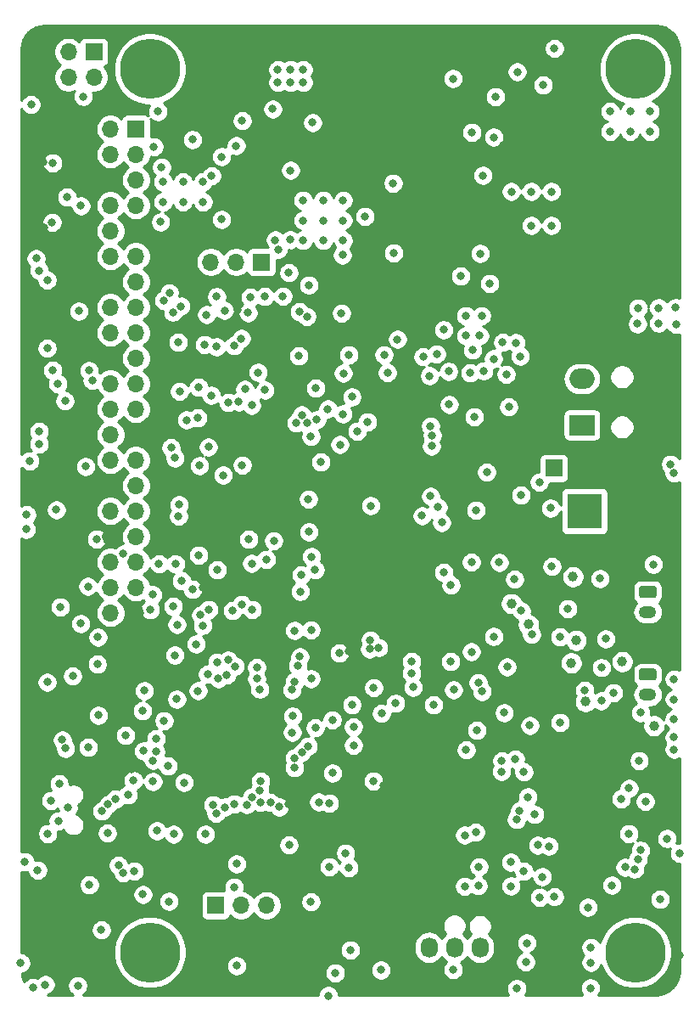
<source format=gbr>
G04 #@! TF.GenerationSoftware,KiCad,Pcbnew,(5.1.9)-1*
G04 #@! TF.CreationDate,2021-01-16T15:24:30-08:00*
G04 #@! TF.ProjectId,SJ-201-R6,534a2d32-3031-42d5-9236-2e6b69636164,rev?*
G04 #@! TF.SameCoordinates,Original*
G04 #@! TF.FileFunction,Copper,L2,Inr*
G04 #@! TF.FilePolarity,Positive*
%FSLAX46Y46*%
G04 Gerber Fmt 4.6, Leading zero omitted, Abs format (unit mm)*
G04 Created by KiCad (PCBNEW (5.1.9)-1) date 2021-01-16 15:24:30*
%MOMM*%
%LPD*%
G01*
G04 APERTURE LIST*
G04 #@! TA.AperFunction,ComponentPad*
%ADD10C,0.600000*%
G04 #@! TD*
G04 #@! TA.AperFunction,ComponentPad*
%ADD11O,1.700000X1.700000*%
G04 #@! TD*
G04 #@! TA.AperFunction,ComponentPad*
%ADD12R,1.700000X1.700000*%
G04 #@! TD*
G04 #@! TA.AperFunction,ComponentPad*
%ADD13O,2.500000X2.000000*%
G04 #@! TD*
G04 #@! TA.AperFunction,ComponentPad*
%ADD14R,2.500000X2.000000*%
G04 #@! TD*
G04 #@! TA.AperFunction,ComponentPad*
%ADD15O,1.730000X2.030000*%
G04 #@! TD*
G04 #@! TA.AperFunction,ComponentPad*
%ADD16R,1.730000X2.030000*%
G04 #@! TD*
G04 #@! TA.AperFunction,ComponentPad*
%ADD17R,3.500000X3.500000*%
G04 #@! TD*
G04 #@! TA.AperFunction,ComponentPad*
%ADD18O,1.750000X1.200000*%
G04 #@! TD*
G04 #@! TA.AperFunction,ComponentPad*
%ADD19C,0.499999*%
G04 #@! TD*
G04 #@! TA.AperFunction,ComponentPad*
%ADD20C,6.000000*%
G04 #@! TD*
G04 #@! TA.AperFunction,ViaPad*
%ADD21C,0.800000*%
G04 #@! TD*
G04 #@! TA.AperFunction,ViaPad*
%ADD22C,1.000000*%
G04 #@! TD*
G04 #@! TA.AperFunction,Conductor*
%ADD23C,0.254000*%
G04 #@! TD*
G04 #@! TA.AperFunction,Conductor*
%ADD24C,0.100000*%
G04 #@! TD*
G04 APERTURE END LIST*
D10*
G04 #@! TO.N,GND*
G04 #@! TO.C,U8*
X18783800Y-70345800D03*
X19783800Y-70345800D03*
X20783800Y-70345800D03*
X21783800Y-70345800D03*
X22783800Y-70345800D03*
X18783800Y-71345800D03*
X19783800Y-71345800D03*
X20783800Y-71345800D03*
X21783800Y-71345800D03*
X22783800Y-71345800D03*
X18783800Y-72345800D03*
X19783800Y-72345800D03*
X20783800Y-72345800D03*
X21783800Y-72345800D03*
X22783800Y-72345800D03*
X18783800Y-73345800D03*
X19783800Y-73345800D03*
X20783800Y-73345800D03*
X21783800Y-73345800D03*
X22783800Y-73345800D03*
X18783800Y-74345800D03*
X19783800Y-74345800D03*
X20783800Y-74345800D03*
X21783800Y-74345800D03*
X22783800Y-74345800D03*
G04 #@! TD*
D11*
G04 #@! TO.N,GND*
G04 #@! TO.C,J10*
X17020000Y-24250000D03*
G04 #@! TO.N,GPIO0*
X19560000Y-24250000D03*
G04 #@! TO.N,GPIO_PA7*
X22100000Y-24250000D03*
D12*
G04 #@! TO.N,+3V3*
X24640000Y-24250000D03*
G04 #@! TD*
D11*
G04 #@! TO.N,GND*
G04 #@! TO.C,J9*
X2820000Y-5840000D03*
X2820000Y-3300000D03*
G04 #@! TO.N,GPIO1*
X5360000Y-5840000D03*
G04 #@! TO.N,GPIO13*
X5360000Y-3300000D03*
G04 #@! TO.N,+3V3*
X7900000Y-5840000D03*
D12*
G04 #@! TO.N,GPIO12*
X7900000Y-3300000D03*
G04 #@! TD*
D11*
G04 #@! TO.N,GND*
G04 #@! TO.C,J8*
X51260000Y-44800000D03*
D12*
G04 #@! TO.N,12v_Unregulated*
X53800000Y-44800000D03*
G04 #@! TD*
D13*
G04 #@! TO.N,GND*
G04 #@! TO.C,J2*
X64100000Y-35350000D03*
D14*
G04 #@! TO.N,VoutL*
X56600000Y-40500000D03*
D13*
G04 #@! TO.N,VoutR*
X56600000Y-35900000D03*
G04 #@! TO.N,GND*
X64100000Y-41050000D03*
G04 #@! TD*
D15*
G04 #@! TO.N,/MCU/FAN_PWM*
G04 #@! TO.C,J7*
X46420000Y-92600000D03*
G04 #@! TO.N,Net-(J7-Pad3)*
X43880000Y-92600000D03*
G04 #@! TO.N,PVDD*
X41340000Y-92600000D03*
D16*
G04 #@! TO.N,GND*
X38800000Y-92600000D03*
G04 #@! TD*
G04 #@! TO.N,GND*
G04 #@! TO.C,J1*
G04 #@! TA.AperFunction,ComponentPad*
G36*
G01*
X61605360Y-43509840D02*
X61605360Y-45259840D01*
G75*
G02*
X60730360Y-46134840I-875000J0D01*
G01*
X58980360Y-46134840D01*
G75*
G02*
X58105360Y-45259840I0J875000D01*
G01*
X58105360Y-43509840D01*
G75*
G02*
X58980360Y-42634840I875000J0D01*
G01*
X60730360Y-42634840D01*
G75*
G02*
X61605360Y-43509840I0J-875000D01*
G01*
G37*
G04 #@! TD.AperFunction*
G04 #@! TA.AperFunction,ComponentPad*
G36*
G01*
X64355360Y-48084840D02*
X64355360Y-50084840D01*
G75*
G02*
X63605360Y-50834840I-750000J0D01*
G01*
X62105360Y-50834840D01*
G75*
G02*
X61355360Y-50084840I0J750000D01*
G01*
X61355360Y-48084840D01*
G75*
G02*
X62105360Y-47334840I750000J0D01*
G01*
X63605360Y-47334840D01*
G75*
G02*
X64355360Y-48084840I0J-750000D01*
G01*
G37*
G04 #@! TD.AperFunction*
D17*
G04 #@! TO.N,12v_Unregulated*
X56855360Y-49084840D03*
G04 #@! TD*
D18*
G04 #@! TO.N,/AudioAmp/Right-*
G04 #@! TO.C,J4*
X63169800Y-67379600D03*
G04 #@! TO.N,/AudioAmp/Right+*
G04 #@! TA.AperFunction,ComponentPad*
G36*
G01*
X62544799Y-64779600D02*
X63794801Y-64779600D01*
G75*
G02*
X64044800Y-65029599I0J-249999D01*
G01*
X64044800Y-65729601D01*
G75*
G02*
X63794801Y-65979600I-249999J0D01*
G01*
X62544799Y-65979600D01*
G75*
G02*
X62294800Y-65729601I0J249999D01*
G01*
X62294800Y-65029599D01*
G75*
G02*
X62544799Y-64779600I249999J0D01*
G01*
G37*
G04 #@! TD.AperFunction*
G04 #@! TD*
G04 #@! TO.N,/AudioAmp/Left-*
G04 #@! TO.C,J3*
X63169800Y-59150000D03*
G04 #@! TO.N,/AudioAmp/Left+*
G04 #@! TA.AperFunction,ComponentPad*
G36*
G01*
X62544799Y-56550000D02*
X63794801Y-56550000D01*
G75*
G02*
X64044800Y-56799999I0J-249999D01*
G01*
X64044800Y-57500001D01*
G75*
G02*
X63794801Y-57750000I-249999J0D01*
G01*
X62544799Y-57750000D01*
G75*
G02*
X62294800Y-57500001I0J249999D01*
G01*
X62294800Y-56799999D01*
G75*
G02*
X62544799Y-56550000I249999J0D01*
G01*
G37*
G04 #@! TD.AperFunction*
G04 #@! TD*
D19*
G04 #@! TO.N,GND*
G04 #@! TO.C,U3*
X57518700Y-76564099D03*
X56218700Y-76564099D03*
X54918700Y-76564099D03*
X57518700Y-75264099D03*
X56218700Y-75264099D03*
X54918700Y-75264099D03*
X54918700Y-72664099D03*
X56218700Y-72664099D03*
X57518700Y-72664099D03*
X54918700Y-73964099D03*
X56218700Y-73964099D03*
X57518700Y-73964099D03*
X57518700Y-80464101D03*
X56218700Y-80464101D03*
X54918700Y-80464101D03*
X57518700Y-81764101D03*
X56218700Y-81764101D03*
X54918700Y-81764101D03*
X54918700Y-79164101D03*
X56218700Y-79164101D03*
X57518700Y-79164101D03*
X54918700Y-77864101D03*
X56218700Y-77864101D03*
X57518700Y-77864101D03*
G04 #@! TD*
D20*
G04 #@! TO.N,N/C*
G04 #@! TO.C,H4*
X13500000Y-93082120D03*
G04 #@! TD*
G04 #@! TO.N,N/C*
G04 #@! TO.C,H3*
X13500000Y-5000000D03*
G04 #@! TD*
G04 #@! TO.N,N/C*
G04 #@! TO.C,H2*
X61921380Y-93082120D03*
G04 #@! TD*
G04 #@! TO.N,N/C*
G04 #@! TO.C,H1*
X61921380Y-5000000D03*
G04 #@! TD*
D11*
G04 #@! TO.N,GND*
G04 #@! TO.C,J13*
X27670000Y-88400000D03*
G04 #@! TO.N,USB_CORAL_D-*
X25130000Y-88400000D03*
G04 #@! TO.N,USB_CORAL_D+*
X22590000Y-88400000D03*
D12*
G04 #@! TO.N,Net-(J13-Pad1)*
X20050000Y-88400000D03*
G04 #@! TD*
D11*
G04 #@! TO.N,I2S_DOUT_PI*
G04 #@! TO.C,J6*
X9552940Y-59237880D03*
G04 #@! TO.N,GND*
X12092940Y-59237880D03*
G04 #@! TO.N,I2S_DIN_PI*
X9552940Y-56697880D03*
G04 #@! TO.N,Boot_Sel*
X12092940Y-56697880D03*
G04 #@! TO.N,Enable1V*
X9552940Y-54157880D03*
G04 #@! TO.N,I2S_WS_PI*
X12092940Y-54157880D03*
G04 #@! TO.N,GND*
X9552940Y-51617880D03*
G04 #@! TO.N,GPIO13*
X12092940Y-51617880D03*
G04 #@! TO.N,GPIO12*
X9552940Y-49077880D03*
G04 #@! TO.N,TAS_Fault*
X12092940Y-49077880D03*
G04 #@! TO.N,GND*
X9552940Y-46537880D03*
G04 #@! TO.N,Net-(J6-Pad29)*
X12092940Y-46537880D03*
G04 #@! TO.N,GPIO1*
X9552940Y-43997880D03*
G04 #@! TO.N,GPIO0*
X12092940Y-43997880D03*
G04 #@! TO.N,ATtinyRESET*
X9552940Y-41457880D03*
G04 #@! TO.N,GND*
X12092940Y-41457880D03*
G04 #@! TO.N,SPI_CSn*
X9552940Y-38917880D03*
G04 #@! TO.N,SPI_CLK*
X12092940Y-38917880D03*
G04 #@! TO.N,Net-(J6-Pad22)*
X9552940Y-36377880D03*
G04 #@! TO.N,SPI_MISO*
X12092940Y-36377880D03*
G04 #@! TO.N,GND*
X9552940Y-33837880D03*
G04 #@! TO.N,SPI_MOSI*
X12092940Y-33837880D03*
G04 #@! TO.N,Net-(J6-Pad18)*
X9552940Y-31297880D03*
G04 #@! TO.N,N/C*
X12092940Y-31297880D03*
G04 #@! TO.N,Net-(J6-Pad16)*
X9552940Y-28757880D03*
G04 #@! TO.N,Net-(J6-Pad15)*
X12092940Y-28757880D03*
G04 #@! TO.N,GND*
X9552940Y-26217880D03*
G04 #@! TO.N,XMOS_Reset*
X12092940Y-26217880D03*
G04 #@! TO.N,I2S_BCLK_PI*
X9552940Y-23677880D03*
G04 #@! TO.N,TPU_RST_L_33*
X12092940Y-23677880D03*
G04 #@! TO.N,UART_RXD_PI*
X9552940Y-21137880D03*
G04 #@! TO.N,GND*
X12092940Y-21137880D03*
G04 #@! TO.N,UART_TXD_PI*
X9552940Y-18597880D03*
G04 #@! TO.N,I2S_MCLK_PI*
X12092940Y-18597880D03*
G04 #@! TO.N,GND*
X9552940Y-16057880D03*
G04 #@! TO.N,SCL*
X12092940Y-16057880D03*
G04 #@! TO.N,+5V*
X9552940Y-13517880D03*
G04 #@! TO.N,SDA*
X12092940Y-13517880D03*
G04 #@! TO.N,+5V*
X9552940Y-10977880D03*
D12*
G04 #@! TO.N,N/C*
X12092940Y-10977880D03*
G04 #@! TD*
D21*
G04 #@! TO.N,+5V*
X14795500Y-18256000D03*
X14795500Y-16256000D03*
X16795500Y-16256000D03*
X18795500Y-16256000D03*
X18795500Y-18256000D03*
X16795500Y-18256000D03*
X30778200Y-22097500D03*
X28778200Y-22097500D03*
X28778200Y-20097500D03*
X30778200Y-18097500D03*
X32778200Y-22097500D03*
X45631100Y-11328400D03*
X32778200Y-18097500D03*
X30778200Y-20097500D03*
X32778200Y-20097500D03*
X46720760Y-15621000D03*
X28778200Y-18097500D03*
X51548520Y-17228080D03*
X49548520Y-17228080D03*
X53548520Y-17228080D03*
X53599080Y-54604920D03*
X49524922Y-86481920D03*
X57200000Y-88600000D03*
X42800000Y-55200000D03*
X42250000Y-48700000D03*
X33350000Y-33508506D03*
X53850000Y-87550000D03*
X51100000Y-92150000D03*
X41486465Y-40604739D03*
X37759640Y-16403320D03*
X46450000Y-23400000D03*
X37800000Y-23350000D03*
X29574968Y-60934600D03*
X35200000Y-40200000D03*
X50150000Y-5294000D03*
X53850000Y-2950000D03*
X47800000Y-61600000D03*
X48350000Y-54200000D03*
X53476033Y-48793221D03*
X50800047Y-85010563D03*
X45450000Y-35300000D03*
X43300000Y-35150000D03*
X32791966Y-35348526D03*
X29350000Y-51150000D03*
X29300000Y-47900000D03*
X28600021Y-55450000D03*
G04 #@! TO.N,Net-(C22-Pad1)*
X54401720Y-61630560D03*
X51583258Y-61392696D03*
G04 #@! TO.N,Net-(C23-Pad1)*
X56872866Y-66962146D03*
X59732929Y-67196193D03*
G04 #@! TO.N,+3V3*
X33800000Y-70600000D03*
X19037300Y-81305400D03*
X45000000Y-29600000D03*
X45000000Y-31600000D03*
X46600000Y-29600000D03*
X46400000Y-31600000D03*
X53550320Y-20614640D03*
X51550320Y-20614640D03*
X46329600Y-84551520D03*
X11846560Y-75956160D03*
X9255760Y-81193640D03*
X59600000Y-86400000D03*
X64400000Y-87800000D03*
X26394686Y-78598557D03*
X43500000Y-64100000D03*
X39600000Y-64100000D03*
X42610075Y-50220735D03*
X33800000Y-72450000D03*
X46100000Y-70950000D03*
X32450000Y-42450000D03*
X35491782Y-61947187D03*
X32400000Y-63250000D03*
X49500000Y-84100000D03*
X15850000Y-81300000D03*
X65100000Y-81750000D03*
X29350000Y-26550000D03*
X16200000Y-60400000D03*
X12950000Y-67000000D03*
X23700000Y-58900000D03*
X18959761Y-32482435D03*
X21900000Y-32600000D03*
X18550000Y-59450000D03*
X21328430Y-38269278D03*
X20150000Y-27700000D03*
X20933295Y-29071556D03*
G04 #@! TO.N,+1V0*
X1630680Y-8539480D03*
X16169640Y-67838320D03*
X27931750Y-66090896D03*
X20096369Y-79222592D03*
X27728240Y-69524990D03*
X27661434Y-66899979D03*
X36300000Y-62700000D03*
X35420287Y-62846931D03*
X29574968Y-65796160D03*
X600016Y-94150000D03*
X29274075Y-72525383D03*
X30334838Y-78095716D03*
X21142272Y-65428828D03*
X12850000Y-72999969D03*
X14197965Y-80968559D03*
X8702237Y-78985148D03*
G04 #@! TO.N,12v_Unregulated*
X52350000Y-46200000D03*
G04 #@! TO.N,GPIO25*
X3625032Y-77948368D03*
X20200000Y-64150002D03*
X18350000Y-36750000D03*
X22972589Y-36933615D03*
X3250000Y-66150000D03*
G04 #@! TO.N,GPIO24*
X40649997Y-49550003D03*
X19600000Y-37550000D03*
X43350000Y-38450000D03*
G04 #@! TO.N,GPIO23*
X7075054Y-44634668D03*
X8176848Y-51875572D03*
X6400000Y-29150000D03*
X19150000Y-29500000D03*
G04 #@! TO.N,GPIO22*
X3797622Y-14367350D03*
X3728567Y-20285243D03*
X20650000Y-20000000D03*
G04 #@! TO.N,/xmos/XL_DN1*
X27928843Y-73715013D03*
G04 #@! TO.N,/xmos/XL_DN0*
X28642318Y-73166402D03*
G04 #@! TO.N,/xmos/TDO*
X24549100Y-76034900D03*
G04 #@! TO.N,/xmos/XL_UP0*
X30000000Y-70699306D03*
G04 #@! TO.N,/xmos/TCK*
X23664888Y-77607576D03*
G04 #@! TO.N,/xmos/TMS*
X23151123Y-78346540D03*
G04 #@! TO.N,/xmos/XL_UP1*
X27700000Y-71150000D03*
G04 #@! TO.N,/xmos/TDI*
X24451213Y-76932924D03*
G04 #@! TO.N,/xmos/QSPI_CLK*
X28247804Y-64484094D03*
X24154790Y-64673532D03*
X18250000Y-39800000D03*
X28096273Y-40304378D03*
G04 #@! TO.N,/xmos/QSPI_D1*
X21299998Y-63950000D03*
X18100000Y-62350000D03*
G04 #@! TO.N,/xmos/QSPI_CS_N*
X28452168Y-63607592D03*
X18751506Y-60500050D03*
X15977179Y-63459364D03*
G04 #@! TO.N,Net-(R43-Pad2)*
X22100000Y-12650000D03*
G04 #@! TO.N,/xmos/MIC_CLK*
X19350000Y-58900000D03*
X6600064Y-60300075D03*
X5076925Y-72750000D03*
X13808743Y-73949990D03*
G04 #@! TO.N,Net-(R44-Pad2)*
X22707643Y-10159765D03*
G04 #@! TO.N,/xmos/MIC_DATA*
X21750000Y-59000000D03*
X13539047Y-58917233D03*
X7336949Y-72636949D03*
X15300000Y-74500000D03*
X8350000Y-69450000D03*
X12750000Y-69000000D03*
G04 #@! TO.N,Net-(R45-Pad2)*
X11925300Y-84975300D03*
G04 #@! TO.N,Net-(R46-Pad2)*
X27376120Y-82387440D03*
X12801600Y-87312500D03*
X21889720Y-86580989D03*
G04 #@! TO.N,/xmos/QSPI_D3*
X20327329Y-65810781D03*
G04 #@! TO.N,/xmos/QSPI_D2*
X22011326Y-64560465D03*
G04 #@! TO.N,/xmos/QSPI_D0*
X24150000Y-65800000D03*
G04 #@! TO.N,Net-(C25-Pad1)*
X55181500Y-58826400D03*
X50549344Y-59038829D03*
G04 #@! TO.N,Net-(C28-Pad1)*
X37200000Y-35288492D03*
G04 #@! TO.N,Net-(D10-Pad4)*
X45574978Y-54173302D03*
X45574987Y-63119535D03*
G04 #@! TO.N,Net-(D20-Pad1)*
X15400000Y-88000001D03*
G04 #@! TO.N,/xmos/3V3_MIC0*
X27520900Y-15113000D03*
X14300000Y-9250000D03*
X25750000Y-9000000D03*
G04 #@! TO.N,/xmos/3V3_MIC1*
X22145307Y-84261998D03*
G04 #@! TO.N,/xmos/3V3_MIC*
X24499518Y-78132936D03*
X5214620Y-17780000D03*
X5334630Y-78668144D03*
X19250000Y-65350000D03*
X8250000Y-64350010D03*
X19650000Y-15650000D03*
G04 #@! TO.N,/xmos/MIC_DATA_M*
X13900000Y-12750000D03*
X20650010Y-13750000D03*
X22650000Y-58400000D03*
X13774957Y-57425000D03*
G04 #@! TO.N,/xmos/MIC_CLK_M*
X17739360Y-12034520D03*
X14400000Y-54350000D03*
X20200000Y-54950000D03*
G04 #@! TO.N,GPIO5*
X61300000Y-76732900D03*
X61289970Y-81261226D03*
G04 #@! TO.N,PVDD*
X65798700Y-67849500D03*
X65798700Y-69849500D03*
X65800000Y-71650000D03*
X65800000Y-72850000D03*
X65798700Y-65849500D03*
X59410600Y-9232900D03*
X63410600Y-9232900D03*
X61410600Y-9232900D03*
X59410600Y-11232900D03*
X63410600Y-11232900D03*
X61410600Y-11232900D03*
X27533600Y-6337300D03*
X28803600Y-5067300D03*
X26263600Y-6337300D03*
X27533600Y-5067300D03*
X28803600Y-6337300D03*
X26263600Y-5067300D03*
X62184280Y-28845560D03*
X65948560Y-28804920D03*
X65989200Y-30457240D03*
X64251840Y-28825240D03*
X64251840Y-30355640D03*
X62143640Y-30416600D03*
X48700000Y-32250000D03*
X50000000Y-32300000D03*
X48602900Y-73990200D03*
X48577500Y-75044300D03*
X50450000Y-33650000D03*
X49050000Y-35450000D03*
X50800000Y-75100000D03*
X48850000Y-69200000D03*
G04 #@! TO.N,Net-(C8-Pad2)*
X47967900Y-7759700D03*
X47802800Y-11798300D03*
G04 #@! TO.N,Net-(D14-Pad1)*
X52725000Y-6600000D03*
X43738800Y-5969000D03*
G04 #@! TO.N,Net-(D3-Pad2)*
X30040651Y-36829396D03*
X30149680Y-39975145D03*
G04 #@! TO.N,Net-(D4-Pad2)*
X16400000Y-48450000D03*
X16000000Y-43800000D03*
G04 #@! TO.N,Net-(D5-Pad2)*
X16350000Y-49600000D03*
X16650000Y-56050000D03*
G04 #@! TO.N,Net-(D6-Pad2)*
X27931750Y-60990480D03*
X28495385Y-57109177D03*
G04 #@! TO.N,Net-(D10-Pad2)*
X49875043Y-55880932D03*
X50500000Y-47500000D03*
G04 #@! TO.N,Net-(D11-Pad2)*
X46024990Y-48998305D03*
X45853752Y-39675939D03*
G04 #@! TO.N,Net-(D12-Pad2)*
X41400000Y-35600000D03*
X41657135Y-41539294D03*
G04 #@! TO.N,GND*
X52800000Y-29600000D03*
X51200000Y-29600000D03*
X51200000Y-31600000D03*
X26275800Y-18268700D03*
X46964600Y-4305300D03*
X22275800Y-18268700D03*
X45021500Y-4292600D03*
X26275800Y-16268700D03*
X24275800Y-16268700D03*
X24275800Y-18268700D03*
X22275800Y-16268700D03*
X43141900Y-4292600D03*
X52730400Y-10655300D03*
X19634200Y-6261100D03*
X20904200Y-6261100D03*
X18364200Y-4991100D03*
X19634200Y-4991100D03*
X18364200Y-6261100D03*
X20904200Y-4991100D03*
X49181983Y-77914500D03*
X28524200Y-12649200D03*
X20764500Y-10706100D03*
X24174940Y-17256760D03*
X50863500Y-82791300D03*
X44996100Y-9258300D03*
X46939200Y-9321800D03*
X43040300Y-9321800D03*
X49710911Y-2568110D03*
X38391900Y-73266100D03*
X36791900Y-82866100D03*
X41591900Y-81266100D03*
X38391900Y-74866100D03*
X38391900Y-76466100D03*
X41591900Y-82866100D03*
X36791900Y-78066100D03*
X39991900Y-71666100D03*
X38391900Y-78066100D03*
X39991900Y-78066100D03*
X41591900Y-79666100D03*
X36791900Y-74866100D03*
X38391900Y-71666100D03*
X39991900Y-74866100D03*
X38391900Y-81266100D03*
X39991900Y-82866100D03*
X38391900Y-82866100D03*
X39991900Y-79666100D03*
X38391900Y-79666100D03*
X41591900Y-71666100D03*
X41591900Y-73266100D03*
X39991900Y-73266100D03*
X36791900Y-76466100D03*
X39991900Y-76466100D03*
X41591900Y-78066100D03*
X41591900Y-74866100D03*
X36791900Y-81266100D03*
X36791900Y-73266100D03*
X36791900Y-79666100D03*
X39991900Y-81266100D03*
X41591900Y-76466100D03*
X58536840Y-30457240D03*
X56423560Y-30436920D03*
X58516520Y-28784600D03*
X54787800Y-28804920D03*
X54747160Y-30416600D03*
X56367680Y-28784600D03*
X25882600Y-81813400D03*
X28260040Y-62351920D03*
X52800000Y-31600000D03*
X27575801Y-17678400D03*
X51590960Y-15514320D03*
X53550320Y-18928080D03*
X53590960Y-15514320D03*
X49590960Y-15514320D03*
X21277062Y-82898244D03*
X57795160Y-62509400D03*
X26400000Y-37000000D03*
X34137600Y-35979100D03*
X48704500Y-12569690D03*
X33655000Y-13347700D03*
X34785300Y-16103600D03*
X36791900Y-71666100D03*
X57449720Y-15661640D03*
X58949720Y-15661640D03*
X60449720Y-15661640D03*
X61949720Y-15661640D03*
X63449720Y-15661640D03*
X57449720Y-17161640D03*
X58949720Y-17161640D03*
X60449720Y-17161640D03*
X61949720Y-17161640D03*
X63449720Y-17161640D03*
X57449720Y-18661640D03*
X58949720Y-18661640D03*
X60449720Y-18661640D03*
X61949720Y-18661640D03*
X63449720Y-18661640D03*
X57449720Y-20161640D03*
X58949720Y-20161640D03*
X60449720Y-20161640D03*
X61949720Y-20161640D03*
X63449720Y-20161640D03*
X57449720Y-21661640D03*
X58949720Y-21661640D03*
X60449720Y-21661640D03*
X61949720Y-21661640D03*
X63449720Y-21661640D03*
X33115919Y-56813900D03*
X42872660Y-58983060D03*
X26243280Y-63690500D03*
X27404060Y-84731860D03*
X57200000Y-84600000D03*
X43956786Y-42861029D03*
X27299977Y-78310510D03*
X31875032Y-47012860D03*
X43079674Y-53664111D03*
X46200000Y-69600000D03*
X40000000Y-46200000D03*
X37600000Y-53425021D03*
X30850000Y-72699998D03*
X29650000Y-68300000D03*
X41413958Y-62078522D03*
X66350000Y-93400000D03*
X48600000Y-88550000D03*
X38050000Y-44375010D03*
X33328312Y-63048113D03*
X5825043Y-44452546D03*
X6975087Y-54402162D03*
X56375300Y-52724990D03*
X65650000Y-78050000D03*
X15875000Y-83400000D03*
X57850000Y-2400000D03*
X45674979Y-56306289D03*
X45200000Y-50350000D03*
X2850000Y-14300000D03*
X2900000Y-20800000D03*
X46350000Y-79250000D03*
X46400000Y-78150000D03*
X48625021Y-79700000D03*
X39500001Y-37599999D03*
X62924990Y-79552800D03*
X62924990Y-72587524D03*
X60680600Y-73589079D03*
X29983471Y-79482991D03*
X23150000Y-60500000D03*
X19254178Y-49453078D03*
X20650000Y-41850000D03*
X25875208Y-59875208D03*
X18750000Y-56749979D03*
X11249998Y-67050000D03*
X13500000Y-65700000D03*
X16300000Y-61950000D03*
X8790745Y-76845355D03*
X11630177Y-74808346D03*
X15098149Y-78694165D03*
X22224253Y-29045000D03*
X14800000Y-22550000D03*
G04 #@! TO.N,Net-(J13-Pad1)*
X50993040Y-94046040D03*
X22138640Y-94427040D03*
G04 #@! TO.N,SCL*
X60516886Y-77790423D03*
X19792229Y-78375526D03*
X10350000Y-84400000D03*
X3050000Y-96300000D03*
X57500000Y-92600000D03*
X60900000Y-84600000D03*
X2300000Y-84900000D03*
X14650000Y-14800000D03*
X9320326Y-78330940D03*
X14879754Y-28088196D03*
X28400000Y-29200000D03*
G04 #@! TO.N,SDA*
X29718000Y-10342880D03*
X19323760Y-42697400D03*
X21000000Y-78600000D03*
X62924990Y-78046394D03*
X10836683Y-85157063D03*
X1000000Y-84050000D03*
X1800000Y-96600000D03*
X57500000Y-94100000D03*
X61850000Y-84800000D03*
X15600000Y-42750000D03*
X32600000Y-29350000D03*
X20150000Y-32700000D03*
X10051399Y-77806008D03*
X29152549Y-29693652D03*
G04 #@! TO.N,Net-(J6-Pad29)*
X63724990Y-54400000D03*
G04 #@! TO.N,Net-(J6-Pad22)*
X16450000Y-37150000D03*
G04 #@! TO.N,Net-(J6-Pad18)*
X16300002Y-32250000D03*
G04 #@! TO.N,Net-(J6-Pad16)*
X16576538Y-28658727D03*
G04 #@! TO.N,Net-(J6-Pad15)*
X15800000Y-29258737D03*
D22*
G04 #@! TO.N,/AudioAmp/OUT_A1-*
X56027320Y-61970920D03*
X51274436Y-60389126D03*
G04 #@! TO.N,/AudioAmp/OUT_B1-*
X60619640Y-64099440D03*
X55529120Y-64238525D03*
G04 #@! TO.N,/AudioAmp/OUT_A1+*
X55697120Y-55620920D03*
X49575032Y-58314134D03*
G04 #@! TO.N,/AudioAmp/OUT_B1+*
X56957892Y-68098332D03*
X63799996Y-70500000D03*
D21*
G04 #@! TO.N,Net-(C26-Pad1)*
X54420306Y-70174611D03*
X62311831Y-73974990D03*
G04 #@! TO.N,+1V8*
X43800000Y-66899980D03*
X39750000Y-66650000D03*
X35816664Y-66700000D03*
X31700008Y-69904989D03*
X50100000Y-96700000D03*
X31300000Y-97400000D03*
X29550000Y-88050000D03*
X46250000Y-86450000D03*
X44900000Y-86500000D03*
X57450000Y-96650000D03*
X46250015Y-66193015D03*
X33017731Y-83207311D03*
G04 #@! TO.N,SPI_CSn*
X29200000Y-40300000D03*
G04 #@! TO.N,SPI_CLK*
X17150000Y-40000000D03*
G04 #@! TO.N,SPI_MISO*
X7736840Y-36037520D03*
X18291454Y-67002414D03*
X4310193Y-36391975D03*
X5784460Y-65534794D03*
G04 #@! TO.N,SPI_MOSI*
X24460200Y-66849979D03*
X46625104Y-67065844D03*
X45674075Y-33025010D03*
G04 #@! TO.N,Boot_Sel*
X17751816Y-56901795D03*
G04 #@! TO.N,Neopixel*
X24282394Y-35253706D03*
G04 #@! TO.N,/AudioAmp/Left+*
X58407300Y-55816500D03*
G04 #@! TO.N,/AudioAmp/Left-*
X58978800Y-61823600D03*
G04 #@! TO.N,/AudioAmp/Right+*
X58531760Y-68011040D03*
X62450000Y-69200000D03*
G04 #@! TO.N,/AudioAmp/Right-*
X58547000Y-64693800D03*
G04 #@! TO.N,FanPWM*
X33500000Y-92850000D03*
X3800000Y-35050000D03*
X8650000Y-90850000D03*
X22621188Y-31877657D03*
G04 #@! TO.N,I2S_DOUT_PI*
X10850000Y-53367881D03*
X23350002Y-51900000D03*
G04 #@! TO.N,I2S_DIN_PI*
X4349886Y-79988410D03*
X25514300Y-78143100D03*
X7300000Y-56600000D03*
X8300000Y-61650000D03*
G04 #@! TO.N,Enable1V*
X43525003Y-56466067D03*
G04 #@! TO.N,I2S_BCLK_PI*
X22700000Y-44500000D03*
X14560539Y-20256033D03*
X20800000Y-45500000D03*
X18450000Y-44550000D03*
G04 #@! TO.N,I2S_MCLK_PI*
X34950000Y-19700000D03*
X24973368Y-37024979D03*
X33650000Y-37699990D03*
G04 #@! TO.N,I2S_DIN_AMP*
X50073303Y-79837786D03*
X7450000Y-86350000D03*
X31400000Y-78200000D03*
X31400000Y-84550000D03*
X4550000Y-58650000D03*
X23650000Y-54310215D03*
X15815373Y-58584627D03*
X16050021Y-54350000D03*
G04 #@! TO.N,I2S_LRCK_AMP*
X49952911Y-73821239D03*
X34174463Y-41128076D03*
X50381396Y-78939120D03*
X47100000Y-45200000D03*
X30550000Y-44200000D03*
X25100000Y-53900000D03*
X29974989Y-54950000D03*
G04 #@! TO.N,I2S_BCLK_XMOS*
X27929606Y-74670386D03*
X31709955Y-75204752D03*
X31250000Y-38900000D03*
X22350000Y-38200000D03*
G04 #@! TO.N,I2S_MCLK_XMOS*
X28650000Y-39500554D03*
X5023999Y-38100000D03*
X4756947Y-71908789D03*
X14091337Y-73095494D03*
G04 #@! TO.N,I2S_BCLK_AMP*
X51886834Y-79341892D03*
X51407722Y-70461468D03*
X49300000Y-38700000D03*
X23650012Y-38550000D03*
G04 #@! TO.N,UART_RXD_PI*
X27495671Y-22031344D03*
G04 #@! TO.N,UART_TXD_PI*
X6614160Y-18643600D03*
X7412355Y-35067100D03*
X28350000Y-33600000D03*
G04 #@! TO.N,FanTach*
X6300000Y-96400000D03*
X32000000Y-95150000D03*
X3250000Y-32849998D03*
X23286766Y-29311778D03*
G04 #@! TO.N,Net-(J7-Pad3)*
X43750000Y-94800000D03*
X36550000Y-94850000D03*
G04 #@! TO.N,ATtinyRESET*
X2450000Y-25100000D03*
X27348666Y-25313118D03*
X2447186Y-41148643D03*
G04 #@! TO.N,Net-(R9-Pad2)*
X26769060Y-27663140D03*
G04 #@! TO.N,XMOS_Reset*
X21901112Y-78299136D03*
X4440639Y-76282241D03*
X3250000Y-26050000D03*
X11300000Y-77394141D03*
X15443291Y-27323389D03*
G04 #@! TO.N,TAS_Fault*
X51204893Y-77594110D03*
X3300000Y-81250000D03*
X4150010Y-48952803D03*
G04 #@! TO.N,I2S_DIN_XMOS*
X52400000Y-87600000D03*
X66350000Y-83200000D03*
X52650000Y-85550000D03*
X33350000Y-84649998D03*
G04 #@! TO.N,TPU_RST_L_33*
X32699990Y-23550000D03*
X26306604Y-22981939D03*
G04 #@! TO.N,TPU_RST_L_18*
X33650000Y-68400000D03*
G04 #@! TO.N,TPU_PGOOD_33*
X44500000Y-25650000D03*
X23520790Y-27772742D03*
G04 #@! TO.N,TPU_PGOOD_18*
X45047695Y-72897695D03*
G04 #@! TO.N,TPU_PMIC_EN_33*
X39618463Y-65278868D03*
X47400000Y-26400000D03*
X49138196Y-64615517D03*
X24929792Y-27689461D03*
G04 #@! TO.N,TPU_PMIC_EN_18*
X41783332Y-68400000D03*
G04 #@! TO.N,TPU_INTR_33*
X36600000Y-69250000D03*
X14900000Y-70000000D03*
G04 #@! TO.N,TPU_INTR_18*
X38000000Y-68249980D03*
X35800000Y-76000000D03*
G04 #@! TO.N,PGND*
X41600000Y-42600000D03*
X41500000Y-47600000D03*
X35525010Y-48549998D03*
G04 #@! TO.N,VoutL*
X62450000Y-82900000D03*
X65445436Y-44418634D03*
G04 #@! TO.N,VoutR*
X62195738Y-83815344D03*
X65800000Y-45300000D03*
G04 #@! TO.N,GPIO13*
X1150000Y-50900000D03*
G04 #@! TO.N,GPIO12*
X1200035Y-49450000D03*
G04 #@! TO.N,GPIO1*
X6850000Y-7750000D03*
X1500042Y-44090867D03*
G04 #@! TO.N,UDA_L*
X46000000Y-81100000D03*
X38200000Y-31948760D03*
X47779587Y-33896009D03*
X53300000Y-82500002D03*
G04 #@! TO.N,UDA_R*
X44900000Y-81400000D03*
X46800000Y-35100000D03*
X52201580Y-82404978D03*
X42100000Y-33425021D03*
X42800000Y-31000000D03*
G04 #@! TO.N,Net-(C30-Pad1)*
X36850000Y-33508518D03*
X40750000Y-33700000D03*
G04 #@! TO.N,I2S_BCLK_UDA*
X29625010Y-53635215D03*
X29554298Y-41649332D03*
X32750000Y-39400000D03*
X18350000Y-53475021D03*
G04 #@! TO.N,I2S_WS_PI*
X25850000Y-52050000D03*
G04 #@! TO.N,Net-(GI_1-Pad1)*
X11064000Y-71450000D03*
G04 #@! TO.N,Net-(GI_2-Pad1)*
X14100000Y-71800000D03*
G04 #@! TO.N,Net-(GO_1-Pad1)*
X13800000Y-76050000D03*
G04 #@! TO.N,Net-(GO_2-Pad1)*
X16900000Y-76150000D03*
G04 #@! TO.N,GPIO0*
X2150000Y-23900000D03*
X2450000Y-42400000D03*
G04 #@! TO.N,GPIO_PA7*
X26004341Y-22045659D03*
G04 #@! TD*
D23*
G04 #@! TO.N,GND*
X64449016Y-732312D02*
X64880930Y-862714D01*
X65279285Y-1074524D01*
X65628914Y-1359675D01*
X65916497Y-1707303D01*
X66131086Y-2104177D01*
X66264498Y-2535161D01*
X66315001Y-3015663D01*
X66315001Y-27836429D01*
X66250458Y-27809694D01*
X66050499Y-27769920D01*
X65846621Y-27769920D01*
X65646662Y-27809694D01*
X65458304Y-27887715D01*
X65288786Y-28000983D01*
X65144623Y-28145146D01*
X65093411Y-28221790D01*
X65055777Y-28165466D01*
X64911614Y-28021303D01*
X64742096Y-27908035D01*
X64553738Y-27830014D01*
X64353779Y-27790240D01*
X64149901Y-27790240D01*
X63949942Y-27830014D01*
X63761584Y-27908035D01*
X63592066Y-28021303D01*
X63447903Y-28165466D01*
X63334635Y-28334984D01*
X63256614Y-28523342D01*
X63216840Y-28723301D01*
X63216840Y-28731354D01*
X63179506Y-28543662D01*
X63101485Y-28355304D01*
X62988217Y-28185786D01*
X62844054Y-28041623D01*
X62674536Y-27928355D01*
X62486178Y-27850334D01*
X62286219Y-27810560D01*
X62082341Y-27810560D01*
X61882382Y-27850334D01*
X61694024Y-27928355D01*
X61524506Y-28041623D01*
X61380343Y-28185786D01*
X61267075Y-28355304D01*
X61189054Y-28543662D01*
X61149280Y-28743621D01*
X61149280Y-28947499D01*
X61189054Y-29147458D01*
X61267075Y-29335816D01*
X61380343Y-29505334D01*
X61486148Y-29611139D01*
X61483866Y-29612663D01*
X61339703Y-29756826D01*
X61226435Y-29926344D01*
X61148414Y-30114702D01*
X61108640Y-30314661D01*
X61108640Y-30518539D01*
X61148414Y-30718498D01*
X61226435Y-30906856D01*
X61339703Y-31076374D01*
X61483866Y-31220537D01*
X61653384Y-31333805D01*
X61841742Y-31411826D01*
X62041701Y-31451600D01*
X62245579Y-31451600D01*
X62445538Y-31411826D01*
X62633896Y-31333805D01*
X62803414Y-31220537D01*
X62947577Y-31076374D01*
X63060845Y-30906856D01*
X63138866Y-30718498D01*
X63178640Y-30518539D01*
X63178640Y-30314661D01*
X63138866Y-30114702D01*
X63060845Y-29926344D01*
X62947577Y-29756826D01*
X62841772Y-29651021D01*
X62844054Y-29649497D01*
X62988217Y-29505334D01*
X63101485Y-29335816D01*
X63179506Y-29147458D01*
X63219280Y-28947499D01*
X63219280Y-28939446D01*
X63256614Y-29127138D01*
X63334635Y-29315496D01*
X63447903Y-29485014D01*
X63553329Y-29590440D01*
X63447903Y-29695866D01*
X63334635Y-29865384D01*
X63256614Y-30053742D01*
X63216840Y-30253701D01*
X63216840Y-30457579D01*
X63256614Y-30657538D01*
X63334635Y-30845896D01*
X63447903Y-31015414D01*
X63592066Y-31159577D01*
X63761584Y-31272845D01*
X63949942Y-31350866D01*
X64149901Y-31390640D01*
X64353779Y-31390640D01*
X64553738Y-31350866D01*
X64742096Y-31272845D01*
X64911614Y-31159577D01*
X65055777Y-31015414D01*
X65086577Y-30969319D01*
X65185263Y-31117014D01*
X65329426Y-31261177D01*
X65498944Y-31374445D01*
X65687302Y-31452466D01*
X65887261Y-31492240D01*
X66091139Y-31492240D01*
X66291098Y-31452466D01*
X66315001Y-31442565D01*
X66315001Y-43857079D01*
X66249373Y-43758860D01*
X66105210Y-43614697D01*
X65935692Y-43501429D01*
X65747334Y-43423408D01*
X65547375Y-43383634D01*
X65343497Y-43383634D01*
X65143538Y-43423408D01*
X64955180Y-43501429D01*
X64785662Y-43614697D01*
X64641499Y-43758860D01*
X64528231Y-43928378D01*
X64450210Y-44116736D01*
X64410436Y-44316695D01*
X64410436Y-44520573D01*
X64450210Y-44720532D01*
X64528231Y-44908890D01*
X64641499Y-45078408D01*
X64765000Y-45201909D01*
X64765000Y-45401939D01*
X64804774Y-45601898D01*
X64882795Y-45790256D01*
X64996063Y-45959774D01*
X65140226Y-46103937D01*
X65309744Y-46217205D01*
X65498102Y-46295226D01*
X65698061Y-46335000D01*
X65901939Y-46335000D01*
X66101898Y-46295226D01*
X66290256Y-46217205D01*
X66315001Y-46200671D01*
X66315000Y-64949697D01*
X66288956Y-64932295D01*
X66100598Y-64854274D01*
X65900639Y-64814500D01*
X65696761Y-64814500D01*
X65496802Y-64854274D01*
X65308444Y-64932295D01*
X65138926Y-65045563D01*
X64994763Y-65189726D01*
X64881495Y-65359244D01*
X64803474Y-65547602D01*
X64763700Y-65747561D01*
X64763700Y-65951439D01*
X64803474Y-66151398D01*
X64881495Y-66339756D01*
X64994763Y-66509274D01*
X65138926Y-66653437D01*
X65308444Y-66766705D01*
X65496802Y-66844726D01*
X65520803Y-66849500D01*
X65496802Y-66854274D01*
X65308444Y-66932295D01*
X65138926Y-67045563D01*
X64994763Y-67189726D01*
X64881495Y-67359244D01*
X64803474Y-67547602D01*
X64763700Y-67747561D01*
X64763700Y-67951439D01*
X64803474Y-68151398D01*
X64881495Y-68339756D01*
X64994763Y-68509274D01*
X65138926Y-68653437D01*
X65308444Y-68766705D01*
X65496802Y-68844726D01*
X65520803Y-68849500D01*
X65496802Y-68854274D01*
X65308444Y-68932295D01*
X65138926Y-69045563D01*
X64994763Y-69189726D01*
X64881495Y-69359244D01*
X64803474Y-69547602D01*
X64763700Y-69747561D01*
X64763700Y-69899339D01*
X64681608Y-69776480D01*
X64523516Y-69618388D01*
X64337620Y-69494176D01*
X64131063Y-69408617D01*
X63911784Y-69365000D01*
X63688208Y-69365000D01*
X63468929Y-69408617D01*
X63463318Y-69410941D01*
X63485000Y-69301939D01*
X63485000Y-69098061D01*
X63445226Y-68898102D01*
X63367205Y-68709744D01*
X63303632Y-68614600D01*
X63505465Y-68614600D01*
X63686902Y-68596730D01*
X63919701Y-68526111D01*
X64134249Y-68411433D01*
X64322302Y-68257102D01*
X64476633Y-68069049D01*
X64591311Y-67854501D01*
X64661930Y-67621702D01*
X64685775Y-67379600D01*
X64661930Y-67137498D01*
X64591311Y-66904699D01*
X64476633Y-66690151D01*
X64322302Y-66502098D01*
X64283689Y-66470409D01*
X64288187Y-66468005D01*
X64422762Y-66357562D01*
X64533205Y-66222987D01*
X64615272Y-66069451D01*
X64665808Y-65902855D01*
X64682872Y-65729601D01*
X64682872Y-65029599D01*
X64665808Y-64856345D01*
X64615272Y-64689749D01*
X64533205Y-64536213D01*
X64422762Y-64401638D01*
X64288187Y-64291195D01*
X64134651Y-64209128D01*
X63968055Y-64158592D01*
X63794801Y-64141528D01*
X62544799Y-64141528D01*
X62371545Y-64158592D01*
X62204949Y-64209128D01*
X62051413Y-64291195D01*
X61916838Y-64401638D01*
X61806395Y-64536213D01*
X61724328Y-64689749D01*
X61673792Y-64856345D01*
X61656728Y-65029599D01*
X61656728Y-65729601D01*
X61673792Y-65902855D01*
X61724328Y-66069451D01*
X61806395Y-66222987D01*
X61916838Y-66357562D01*
X62051413Y-66468005D01*
X62055911Y-66470409D01*
X62017298Y-66502098D01*
X61862967Y-66690151D01*
X61748289Y-66904699D01*
X61677670Y-67137498D01*
X61653825Y-67379600D01*
X61677670Y-67621702D01*
X61748289Y-67854501D01*
X61862967Y-68069049D01*
X62017298Y-68257102D01*
X62018799Y-68258334D01*
X61959744Y-68282795D01*
X61790226Y-68396063D01*
X61646063Y-68540226D01*
X61532795Y-68709744D01*
X61454774Y-68898102D01*
X61415000Y-69098061D01*
X61415000Y-69301939D01*
X61454774Y-69501898D01*
X61532795Y-69690256D01*
X61646063Y-69859774D01*
X61790226Y-70003937D01*
X61959744Y-70117205D01*
X62148102Y-70195226D01*
X62348061Y-70235000D01*
X62551939Y-70235000D01*
X62701384Y-70205274D01*
X62664996Y-70388212D01*
X62664996Y-70611788D01*
X62708613Y-70831067D01*
X62794172Y-71037624D01*
X62918384Y-71223520D01*
X63076476Y-71381612D01*
X63262372Y-71505824D01*
X63468929Y-71591383D01*
X63688208Y-71635000D01*
X63911784Y-71635000D01*
X64131063Y-71591383D01*
X64337620Y-71505824D01*
X64523516Y-71381612D01*
X64681608Y-71223520D01*
X64805820Y-71037624D01*
X64891379Y-70831067D01*
X64934996Y-70611788D01*
X64934996Y-70419826D01*
X64994763Y-70509274D01*
X65138926Y-70653437D01*
X65283719Y-70750184D01*
X65140226Y-70846063D01*
X64996063Y-70990226D01*
X64882795Y-71159744D01*
X64804774Y-71348102D01*
X64765000Y-71548061D01*
X64765000Y-71751939D01*
X64804774Y-71951898D01*
X64882795Y-72140256D01*
X64956123Y-72250000D01*
X64882795Y-72359744D01*
X64804774Y-72548102D01*
X64765000Y-72748061D01*
X64765000Y-72951939D01*
X64804774Y-73151898D01*
X64882795Y-73340256D01*
X64996063Y-73509774D01*
X65140226Y-73653937D01*
X65309744Y-73767205D01*
X65498102Y-73845226D01*
X65698061Y-73885000D01*
X65901939Y-73885000D01*
X66101898Y-73845226D01*
X66290256Y-73767205D01*
X66315000Y-73750671D01*
X66315000Y-82165000D01*
X66248061Y-82165000D01*
X66048102Y-82204774D01*
X66028547Y-82212874D01*
X66095226Y-82051898D01*
X66135000Y-81851939D01*
X66135000Y-81648061D01*
X66095226Y-81448102D01*
X66017205Y-81259744D01*
X65903937Y-81090226D01*
X65759774Y-80946063D01*
X65590256Y-80832795D01*
X65401898Y-80754774D01*
X65201939Y-80715000D01*
X64998061Y-80715000D01*
X64798102Y-80754774D01*
X64609744Y-80832795D01*
X64440226Y-80946063D01*
X64296063Y-81090226D01*
X64182795Y-81259744D01*
X64104774Y-81448102D01*
X64065000Y-81648061D01*
X64065000Y-81851939D01*
X64104774Y-82051898D01*
X64182795Y-82240256D01*
X64296063Y-82409774D01*
X64440226Y-82553937D01*
X64609744Y-82667205D01*
X64798102Y-82745226D01*
X64998061Y-82785000D01*
X65201939Y-82785000D01*
X65401898Y-82745226D01*
X65421453Y-82737126D01*
X65354774Y-82898102D01*
X65315000Y-83098061D01*
X65315000Y-83301939D01*
X65354774Y-83501898D01*
X65432795Y-83690256D01*
X65546063Y-83859774D01*
X65690226Y-84003937D01*
X65859744Y-84117205D01*
X66048102Y-84195226D01*
X66248061Y-84235000D01*
X66315000Y-84235000D01*
X66315000Y-94966496D01*
X66267688Y-95449016D01*
X66137287Y-95880927D01*
X65925480Y-96279280D01*
X65640325Y-96628914D01*
X65292697Y-96916497D01*
X64895825Y-97131085D01*
X64464834Y-97264500D01*
X63984346Y-97315000D01*
X58248711Y-97315000D01*
X58253937Y-97309774D01*
X58367205Y-97140256D01*
X58445226Y-96951898D01*
X58485000Y-96751939D01*
X58485000Y-96548061D01*
X58445226Y-96348102D01*
X58367205Y-96159744D01*
X58253937Y-95990226D01*
X58109774Y-95846063D01*
X57940256Y-95732795D01*
X57751898Y-95654774D01*
X57551939Y-95615000D01*
X57348061Y-95615000D01*
X57148102Y-95654774D01*
X56959744Y-95732795D01*
X56790226Y-95846063D01*
X56646063Y-95990226D01*
X56532795Y-96159744D01*
X56454774Y-96348102D01*
X56415000Y-96548061D01*
X56415000Y-96751939D01*
X56454774Y-96951898D01*
X56532795Y-97140256D01*
X56646063Y-97309774D01*
X56651289Y-97315000D01*
X50933854Y-97315000D01*
X51017205Y-97190256D01*
X51095226Y-97001898D01*
X51135000Y-96801939D01*
X51135000Y-96598061D01*
X51095226Y-96398102D01*
X51017205Y-96209744D01*
X50903937Y-96040226D01*
X50759774Y-95896063D01*
X50590256Y-95782795D01*
X50401898Y-95704774D01*
X50201939Y-95665000D01*
X49998061Y-95665000D01*
X49798102Y-95704774D01*
X49609744Y-95782795D01*
X49440226Y-95896063D01*
X49296063Y-96040226D01*
X49182795Y-96209744D01*
X49104774Y-96398102D01*
X49065000Y-96598061D01*
X49065000Y-96801939D01*
X49104774Y-97001898D01*
X49182795Y-97190256D01*
X49266146Y-97315000D01*
X32335000Y-97315000D01*
X32335000Y-97298061D01*
X32295226Y-97098102D01*
X32217205Y-96909744D01*
X32103937Y-96740226D01*
X31959774Y-96596063D01*
X31790256Y-96482795D01*
X31601898Y-96404774D01*
X31401939Y-96365000D01*
X31198061Y-96365000D01*
X30998102Y-96404774D01*
X30809744Y-96482795D01*
X30640226Y-96596063D01*
X30496063Y-96740226D01*
X30382795Y-96909744D01*
X30304774Y-97098102D01*
X30265000Y-97298061D01*
X30265000Y-97315000D01*
X6793556Y-97315000D01*
X6959774Y-97203937D01*
X7103937Y-97059774D01*
X7217205Y-96890256D01*
X7295226Y-96701898D01*
X7335000Y-96501939D01*
X7335000Y-96298061D01*
X7295226Y-96098102D01*
X7217205Y-95909744D01*
X7103937Y-95740226D01*
X6959774Y-95596063D01*
X6790256Y-95482795D01*
X6601898Y-95404774D01*
X6401939Y-95365000D01*
X6198061Y-95365000D01*
X5998102Y-95404774D01*
X5809744Y-95482795D01*
X5640226Y-95596063D01*
X5496063Y-95740226D01*
X5382795Y-95909744D01*
X5304774Y-96098102D01*
X5265000Y-96298061D01*
X5265000Y-96501939D01*
X5304774Y-96701898D01*
X5382795Y-96890256D01*
X5496063Y-97059774D01*
X5640226Y-97203937D01*
X5806444Y-97315000D01*
X3252487Y-97315000D01*
X3351898Y-97295226D01*
X3540256Y-97217205D01*
X3709774Y-97103937D01*
X3853937Y-96959774D01*
X3967205Y-96790256D01*
X4045226Y-96601898D01*
X4085000Y-96401939D01*
X4085000Y-96198061D01*
X4045226Y-95998102D01*
X3967205Y-95809744D01*
X3853937Y-95640226D01*
X3709774Y-95496063D01*
X3540256Y-95382795D01*
X3351898Y-95304774D01*
X3151939Y-95265000D01*
X2948061Y-95265000D01*
X2748102Y-95304774D01*
X2559744Y-95382795D01*
X2390226Y-95496063D01*
X2246063Y-95640226D01*
X2233365Y-95659230D01*
X2101898Y-95604774D01*
X1901939Y-95565000D01*
X1698061Y-95565000D01*
X1498102Y-95604774D01*
X1309744Y-95682795D01*
X1140226Y-95796063D01*
X996063Y-95940226D01*
X939055Y-96025545D01*
X868915Y-95895825D01*
X735500Y-95464834D01*
X706005Y-95184195D01*
X901914Y-95145226D01*
X1090272Y-95067205D01*
X1259790Y-94953937D01*
X1403953Y-94809774D01*
X1517221Y-94640256D01*
X1595242Y-94451898D01*
X1635016Y-94251939D01*
X1635016Y-94048061D01*
X1595242Y-93848102D01*
X1517221Y-93659744D01*
X1403953Y-93490226D01*
X1259790Y-93346063D01*
X1090272Y-93232795D01*
X901914Y-93154774D01*
X701955Y-93115000D01*
X685000Y-93115000D01*
X685000Y-92724104D01*
X9865000Y-92724104D01*
X9865000Y-93440136D01*
X10004691Y-94142410D01*
X10278705Y-94803938D01*
X10676511Y-95399297D01*
X11182823Y-95905609D01*
X11778182Y-96303415D01*
X12439710Y-96577429D01*
X13141984Y-96717120D01*
X13858016Y-96717120D01*
X14560290Y-96577429D01*
X15221818Y-96303415D01*
X15817177Y-95905609D01*
X16323489Y-95399297D01*
X16721295Y-94803938D01*
X16919635Y-94325101D01*
X21103640Y-94325101D01*
X21103640Y-94528979D01*
X21143414Y-94728938D01*
X21221435Y-94917296D01*
X21334703Y-95086814D01*
X21478866Y-95230977D01*
X21648384Y-95344245D01*
X21836742Y-95422266D01*
X22036701Y-95462040D01*
X22240579Y-95462040D01*
X22440538Y-95422266D01*
X22628896Y-95344245D01*
X22798414Y-95230977D01*
X22942577Y-95086814D01*
X22968470Y-95048061D01*
X30965000Y-95048061D01*
X30965000Y-95251939D01*
X31004774Y-95451898D01*
X31082795Y-95640256D01*
X31196063Y-95809774D01*
X31340226Y-95953937D01*
X31509744Y-96067205D01*
X31698102Y-96145226D01*
X31898061Y-96185000D01*
X32101939Y-96185000D01*
X32301898Y-96145226D01*
X32490256Y-96067205D01*
X32659774Y-95953937D01*
X32803937Y-95809774D01*
X32917205Y-95640256D01*
X32995226Y-95451898D01*
X33035000Y-95251939D01*
X33035000Y-95048061D01*
X32995226Y-94848102D01*
X32953788Y-94748061D01*
X35515000Y-94748061D01*
X35515000Y-94951939D01*
X35554774Y-95151898D01*
X35632795Y-95340256D01*
X35746063Y-95509774D01*
X35890226Y-95653937D01*
X36059744Y-95767205D01*
X36248102Y-95845226D01*
X36448061Y-95885000D01*
X36651939Y-95885000D01*
X36851898Y-95845226D01*
X37040256Y-95767205D01*
X37209774Y-95653937D01*
X37353937Y-95509774D01*
X37467205Y-95340256D01*
X37545226Y-95151898D01*
X37585000Y-94951939D01*
X37585000Y-94748061D01*
X37545226Y-94548102D01*
X37467205Y-94359744D01*
X37353937Y-94190226D01*
X37209774Y-94046063D01*
X37040256Y-93932795D01*
X36851898Y-93854774D01*
X36651939Y-93815000D01*
X36448061Y-93815000D01*
X36248102Y-93854774D01*
X36059744Y-93932795D01*
X35890226Y-94046063D01*
X35746063Y-94190226D01*
X35632795Y-94359744D01*
X35554774Y-94548102D01*
X35515000Y-94748061D01*
X32953788Y-94748061D01*
X32917205Y-94659744D01*
X32803937Y-94490226D01*
X32659774Y-94346063D01*
X32490256Y-94232795D01*
X32301898Y-94154774D01*
X32101939Y-94115000D01*
X31898061Y-94115000D01*
X31698102Y-94154774D01*
X31509744Y-94232795D01*
X31340226Y-94346063D01*
X31196063Y-94490226D01*
X31082795Y-94659744D01*
X31004774Y-94848102D01*
X30965000Y-95048061D01*
X22968470Y-95048061D01*
X23055845Y-94917296D01*
X23133866Y-94728938D01*
X23173640Y-94528979D01*
X23173640Y-94325101D01*
X23133866Y-94125142D01*
X23055845Y-93936784D01*
X22942577Y-93767266D01*
X22798414Y-93623103D01*
X22628896Y-93509835D01*
X22440538Y-93431814D01*
X22240579Y-93392040D01*
X22036701Y-93392040D01*
X21836742Y-93431814D01*
X21648384Y-93509835D01*
X21478866Y-93623103D01*
X21334703Y-93767266D01*
X21221435Y-93936784D01*
X21143414Y-94125142D01*
X21103640Y-94325101D01*
X16919635Y-94325101D01*
X16995309Y-94142410D01*
X17135000Y-93440136D01*
X17135000Y-92748061D01*
X32465000Y-92748061D01*
X32465000Y-92951939D01*
X32504774Y-93151898D01*
X32582795Y-93340256D01*
X32696063Y-93509774D01*
X32840226Y-93653937D01*
X33009744Y-93767205D01*
X33198102Y-93845226D01*
X33398061Y-93885000D01*
X33601939Y-93885000D01*
X33801898Y-93845226D01*
X33990256Y-93767205D01*
X34159774Y-93653937D01*
X34303937Y-93509774D01*
X34417205Y-93340256D01*
X34495226Y-93151898D01*
X34535000Y-92951939D01*
X34535000Y-92748061D01*
X34495226Y-92548102D01*
X34424072Y-92376321D01*
X39840000Y-92376321D01*
X39840000Y-92823680D01*
X39861705Y-93044051D01*
X39947476Y-93326802D01*
X40086762Y-93587387D01*
X40274208Y-93815792D01*
X40502614Y-94003238D01*
X40763199Y-94142524D01*
X41045950Y-94228295D01*
X41340000Y-94257257D01*
X41634051Y-94228295D01*
X41916802Y-94142524D01*
X42177387Y-94003238D01*
X42405792Y-93815792D01*
X42593238Y-93587387D01*
X42610000Y-93556028D01*
X42626762Y-93587387D01*
X42814208Y-93815792D01*
X43042614Y-94003238D01*
X43068966Y-94017323D01*
X42946063Y-94140226D01*
X42832795Y-94309744D01*
X42754774Y-94498102D01*
X42715000Y-94698061D01*
X42715000Y-94901939D01*
X42754774Y-95101898D01*
X42832795Y-95290256D01*
X42946063Y-95459774D01*
X43090226Y-95603937D01*
X43259744Y-95717205D01*
X43448102Y-95795226D01*
X43648061Y-95835000D01*
X43851939Y-95835000D01*
X44051898Y-95795226D01*
X44240256Y-95717205D01*
X44409774Y-95603937D01*
X44553937Y-95459774D01*
X44667205Y-95290256D01*
X44745226Y-95101898D01*
X44785000Y-94901939D01*
X44785000Y-94698061D01*
X44745226Y-94498102D01*
X44667205Y-94309744D01*
X44553937Y-94140226D01*
X44521600Y-94107889D01*
X44717387Y-94003238D01*
X44945792Y-93815792D01*
X45133238Y-93587387D01*
X45150000Y-93556028D01*
X45166762Y-93587387D01*
X45354208Y-93815792D01*
X45582614Y-94003238D01*
X45843199Y-94142524D01*
X46125950Y-94228295D01*
X46420000Y-94257257D01*
X46714051Y-94228295D01*
X46996802Y-94142524D01*
X47257387Y-94003238D01*
X47329446Y-93944101D01*
X49958040Y-93944101D01*
X49958040Y-94147979D01*
X49997814Y-94347938D01*
X50075835Y-94536296D01*
X50189103Y-94705814D01*
X50333266Y-94849977D01*
X50502784Y-94963245D01*
X50691142Y-95041266D01*
X50891101Y-95081040D01*
X51094979Y-95081040D01*
X51294938Y-95041266D01*
X51483296Y-94963245D01*
X51652814Y-94849977D01*
X51796977Y-94705814D01*
X51910245Y-94536296D01*
X51988266Y-94347938D01*
X52028040Y-94147979D01*
X52028040Y-93944101D01*
X51988266Y-93744142D01*
X51910245Y-93555784D01*
X51796977Y-93386266D01*
X51652814Y-93242103D01*
X51483296Y-93128835D01*
X51462383Y-93120172D01*
X51590256Y-93067205D01*
X51759774Y-92953937D01*
X51903937Y-92809774D01*
X52017205Y-92640256D01*
X52076104Y-92498061D01*
X56465000Y-92498061D01*
X56465000Y-92701939D01*
X56504774Y-92901898D01*
X56582795Y-93090256D01*
X56696063Y-93259774D01*
X56786289Y-93350000D01*
X56696063Y-93440226D01*
X56582795Y-93609744D01*
X56504774Y-93798102D01*
X56465000Y-93998061D01*
X56465000Y-94201939D01*
X56504774Y-94401898D01*
X56582795Y-94590256D01*
X56696063Y-94759774D01*
X56840226Y-94903937D01*
X57009744Y-95017205D01*
X57198102Y-95095226D01*
X57398061Y-95135000D01*
X57601939Y-95135000D01*
X57801898Y-95095226D01*
X57990256Y-95017205D01*
X58159774Y-94903937D01*
X58303937Y-94759774D01*
X58417205Y-94590256D01*
X58495226Y-94401898D01*
X58507661Y-94339385D01*
X58700085Y-94803938D01*
X59097891Y-95399297D01*
X59604203Y-95905609D01*
X60199562Y-96303415D01*
X60861090Y-96577429D01*
X61563364Y-96717120D01*
X62279396Y-96717120D01*
X62981670Y-96577429D01*
X63643198Y-96303415D01*
X64238557Y-95905609D01*
X64744869Y-95399297D01*
X65142675Y-94803938D01*
X65416689Y-94142410D01*
X65556380Y-93440136D01*
X65556380Y-92724104D01*
X65416689Y-92021830D01*
X65142675Y-91360302D01*
X64744869Y-90764943D01*
X64238557Y-90258631D01*
X63643198Y-89860825D01*
X62981670Y-89586811D01*
X62279396Y-89447120D01*
X61563364Y-89447120D01*
X60861090Y-89586811D01*
X60199562Y-89860825D01*
X59604203Y-90258631D01*
X59097891Y-90764943D01*
X58700085Y-91360302D01*
X58426071Y-92021830D01*
X58410562Y-92099801D01*
X58303937Y-91940226D01*
X58159774Y-91796063D01*
X57990256Y-91682795D01*
X57801898Y-91604774D01*
X57601939Y-91565000D01*
X57398061Y-91565000D01*
X57198102Y-91604774D01*
X57009744Y-91682795D01*
X56840226Y-91796063D01*
X56696063Y-91940226D01*
X56582795Y-92109744D01*
X56504774Y-92298102D01*
X56465000Y-92498061D01*
X52076104Y-92498061D01*
X52095226Y-92451898D01*
X52135000Y-92251939D01*
X52135000Y-92048061D01*
X52095226Y-91848102D01*
X52017205Y-91659744D01*
X51903937Y-91490226D01*
X51759774Y-91346063D01*
X51590256Y-91232795D01*
X51401898Y-91154774D01*
X51201939Y-91115000D01*
X50998061Y-91115000D01*
X50798102Y-91154774D01*
X50609744Y-91232795D01*
X50440226Y-91346063D01*
X50296063Y-91490226D01*
X50182795Y-91659744D01*
X50104774Y-91848102D01*
X50065000Y-92048061D01*
X50065000Y-92251939D01*
X50104774Y-92451898D01*
X50182795Y-92640256D01*
X50296063Y-92809774D01*
X50440226Y-92953937D01*
X50609744Y-93067205D01*
X50630657Y-93075868D01*
X50502784Y-93128835D01*
X50333266Y-93242103D01*
X50189103Y-93386266D01*
X50075835Y-93555784D01*
X49997814Y-93744142D01*
X49958040Y-93944101D01*
X47329446Y-93944101D01*
X47485792Y-93815792D01*
X47673238Y-93587387D01*
X47812524Y-93326801D01*
X47898295Y-93044050D01*
X47920000Y-92823679D01*
X47920000Y-92376320D01*
X47898295Y-92155949D01*
X47812524Y-91873198D01*
X47673238Y-91612613D01*
X47485792Y-91384208D01*
X47322580Y-91250264D01*
X47340450Y-91232394D01*
X47470134Y-91038308D01*
X47559461Y-90822652D01*
X47605000Y-90593712D01*
X47605000Y-90360288D01*
X47559461Y-90131348D01*
X47470134Y-89915692D01*
X47340450Y-89721606D01*
X47175394Y-89556550D01*
X46981308Y-89426866D01*
X46765652Y-89337539D01*
X46536712Y-89292000D01*
X46303288Y-89292000D01*
X46074348Y-89337539D01*
X45858692Y-89426866D01*
X45664606Y-89556550D01*
X45499550Y-89721606D01*
X45369866Y-89915692D01*
X45280539Y-90131348D01*
X45235000Y-90360288D01*
X45235000Y-90593712D01*
X45280539Y-90822652D01*
X45369866Y-91038308D01*
X45499550Y-91232394D01*
X45517420Y-91250264D01*
X45354208Y-91384208D01*
X45166762Y-91612614D01*
X45150000Y-91643973D01*
X45133238Y-91612613D01*
X44945792Y-91384208D01*
X44762257Y-91233587D01*
X44800450Y-91195394D01*
X44930134Y-91001308D01*
X45019461Y-90785652D01*
X45065000Y-90556712D01*
X45065000Y-90323288D01*
X45019461Y-90094348D01*
X44930134Y-89878692D01*
X44800450Y-89684606D01*
X44635394Y-89519550D01*
X44441308Y-89389866D01*
X44225652Y-89300539D01*
X43996712Y-89255000D01*
X43763288Y-89255000D01*
X43534348Y-89300539D01*
X43318692Y-89389866D01*
X43124606Y-89519550D01*
X42959550Y-89684606D01*
X42829866Y-89878692D01*
X42740539Y-90094348D01*
X42695000Y-90323288D01*
X42695000Y-90556712D01*
X42740539Y-90785652D01*
X42829866Y-91001308D01*
X42959550Y-91195394D01*
X42997742Y-91233586D01*
X42814208Y-91384208D01*
X42626762Y-91612614D01*
X42610000Y-91643973D01*
X42593238Y-91612613D01*
X42405792Y-91384208D01*
X42177386Y-91196762D01*
X41916801Y-91057476D01*
X41634050Y-90971705D01*
X41340000Y-90942743D01*
X41045949Y-90971705D01*
X40763198Y-91057476D01*
X40502613Y-91196762D01*
X40274208Y-91384208D01*
X40086762Y-91612614D01*
X39947476Y-91873199D01*
X39861705Y-92155950D01*
X39840000Y-92376321D01*
X34424072Y-92376321D01*
X34417205Y-92359744D01*
X34303937Y-92190226D01*
X34159774Y-92046063D01*
X33990256Y-91932795D01*
X33801898Y-91854774D01*
X33601939Y-91815000D01*
X33398061Y-91815000D01*
X33198102Y-91854774D01*
X33009744Y-91932795D01*
X32840226Y-92046063D01*
X32696063Y-92190226D01*
X32582795Y-92359744D01*
X32504774Y-92548102D01*
X32465000Y-92748061D01*
X17135000Y-92748061D01*
X17135000Y-92724104D01*
X16995309Y-92021830D01*
X16721295Y-91360302D01*
X16323489Y-90764943D01*
X15817177Y-90258631D01*
X15221818Y-89860825D01*
X14560290Y-89586811D01*
X13858016Y-89447120D01*
X13141984Y-89447120D01*
X12439710Y-89586811D01*
X11778182Y-89860825D01*
X11182823Y-90258631D01*
X10676511Y-90764943D01*
X10278705Y-91360302D01*
X10004691Y-92021830D01*
X9865000Y-92724104D01*
X685000Y-92724104D01*
X685000Y-90748061D01*
X7615000Y-90748061D01*
X7615000Y-90951939D01*
X7654774Y-91151898D01*
X7732795Y-91340256D01*
X7846063Y-91509774D01*
X7990226Y-91653937D01*
X8159744Y-91767205D01*
X8348102Y-91845226D01*
X8548061Y-91885000D01*
X8751939Y-91885000D01*
X8951898Y-91845226D01*
X9140256Y-91767205D01*
X9309774Y-91653937D01*
X9453937Y-91509774D01*
X9567205Y-91340256D01*
X9645226Y-91151898D01*
X9685000Y-90951939D01*
X9685000Y-90748061D01*
X9645226Y-90548102D01*
X9567205Y-90359744D01*
X9453937Y-90190226D01*
X9309774Y-90046063D01*
X9140256Y-89932795D01*
X8951898Y-89854774D01*
X8751939Y-89815000D01*
X8548061Y-89815000D01*
X8348102Y-89854774D01*
X8159744Y-89932795D01*
X7990226Y-90046063D01*
X7846063Y-90190226D01*
X7732795Y-90359744D01*
X7654774Y-90548102D01*
X7615000Y-90748061D01*
X685000Y-90748061D01*
X685000Y-86248061D01*
X6415000Y-86248061D01*
X6415000Y-86451939D01*
X6454774Y-86651898D01*
X6532795Y-86840256D01*
X6646063Y-87009774D01*
X6790226Y-87153937D01*
X6959744Y-87267205D01*
X7148102Y-87345226D01*
X7348061Y-87385000D01*
X7551939Y-87385000D01*
X7751898Y-87345226D01*
X7940256Y-87267205D01*
X8025029Y-87210561D01*
X11766600Y-87210561D01*
X11766600Y-87414439D01*
X11806374Y-87614398D01*
X11884395Y-87802756D01*
X11997663Y-87972274D01*
X12141826Y-88116437D01*
X12311344Y-88229705D01*
X12499702Y-88307726D01*
X12699661Y-88347500D01*
X12903539Y-88347500D01*
X13103498Y-88307726D01*
X13291856Y-88229705D01*
X13461374Y-88116437D01*
X13605537Y-87972274D01*
X13655123Y-87898062D01*
X14365000Y-87898062D01*
X14365000Y-88101940D01*
X14404774Y-88301899D01*
X14482795Y-88490257D01*
X14596063Y-88659775D01*
X14740226Y-88803938D01*
X14909744Y-88917206D01*
X15098102Y-88995227D01*
X15298061Y-89035001D01*
X15501939Y-89035001D01*
X15701898Y-88995227D01*
X15890256Y-88917206D01*
X16059774Y-88803938D01*
X16203937Y-88659775D01*
X16317205Y-88490257D01*
X16395226Y-88301899D01*
X16435000Y-88101940D01*
X16435000Y-87898062D01*
X16395226Y-87698103D01*
X16333880Y-87550000D01*
X18561928Y-87550000D01*
X18561928Y-89250000D01*
X18574188Y-89374482D01*
X18610498Y-89494180D01*
X18669463Y-89604494D01*
X18748815Y-89701185D01*
X18845506Y-89780537D01*
X18955820Y-89839502D01*
X19075518Y-89875812D01*
X19200000Y-89888072D01*
X20900000Y-89888072D01*
X21024482Y-89875812D01*
X21144180Y-89839502D01*
X21254494Y-89780537D01*
X21351185Y-89701185D01*
X21430537Y-89604494D01*
X21489502Y-89494180D01*
X21511513Y-89421620D01*
X21643368Y-89553475D01*
X21886589Y-89715990D01*
X22156842Y-89827932D01*
X22443740Y-89885000D01*
X22736260Y-89885000D01*
X23023158Y-89827932D01*
X23293411Y-89715990D01*
X23536632Y-89553475D01*
X23743475Y-89346632D01*
X23860000Y-89172240D01*
X23976525Y-89346632D01*
X24183368Y-89553475D01*
X24426589Y-89715990D01*
X24696842Y-89827932D01*
X24983740Y-89885000D01*
X25276260Y-89885000D01*
X25563158Y-89827932D01*
X25833411Y-89715990D01*
X26076632Y-89553475D01*
X26283475Y-89346632D01*
X26445990Y-89103411D01*
X26557932Y-88833158D01*
X26615000Y-88546260D01*
X26615000Y-88253740D01*
X26557932Y-87966842D01*
X26550153Y-87948061D01*
X28515000Y-87948061D01*
X28515000Y-88151939D01*
X28554774Y-88351898D01*
X28632795Y-88540256D01*
X28746063Y-88709774D01*
X28890226Y-88853937D01*
X29059744Y-88967205D01*
X29248102Y-89045226D01*
X29448061Y-89085000D01*
X29651939Y-89085000D01*
X29851898Y-89045226D01*
X30040256Y-88967205D01*
X30209774Y-88853937D01*
X30353937Y-88709774D01*
X30467205Y-88540256D01*
X30545226Y-88351898D01*
X30585000Y-88151939D01*
X30585000Y-87948061D01*
X30545226Y-87748102D01*
X30467205Y-87559744D01*
X30353937Y-87390226D01*
X30209774Y-87246063D01*
X30040256Y-87132795D01*
X29851898Y-87054774D01*
X29651939Y-87015000D01*
X29448061Y-87015000D01*
X29248102Y-87054774D01*
X29059744Y-87132795D01*
X28890226Y-87246063D01*
X28746063Y-87390226D01*
X28632795Y-87559744D01*
X28554774Y-87748102D01*
X28515000Y-87948061D01*
X26550153Y-87948061D01*
X26445990Y-87696589D01*
X26283475Y-87453368D01*
X26076632Y-87246525D01*
X25833411Y-87084010D01*
X25563158Y-86972068D01*
X25276260Y-86915000D01*
X24983740Y-86915000D01*
X24696842Y-86972068D01*
X24426589Y-87084010D01*
X24183368Y-87246525D01*
X23976525Y-87453368D01*
X23860000Y-87627760D01*
X23743475Y-87453368D01*
X23536632Y-87246525D01*
X23293411Y-87084010D01*
X23023158Y-86972068D01*
X22861339Y-86939880D01*
X22884946Y-86882887D01*
X22924720Y-86682928D01*
X22924720Y-86479050D01*
X22908611Y-86398061D01*
X43865000Y-86398061D01*
X43865000Y-86601939D01*
X43904774Y-86801898D01*
X43982795Y-86990256D01*
X44096063Y-87159774D01*
X44240226Y-87303937D01*
X44409744Y-87417205D01*
X44598102Y-87495226D01*
X44798061Y-87535000D01*
X45001939Y-87535000D01*
X45201898Y-87495226D01*
X45390256Y-87417205D01*
X45559774Y-87303937D01*
X45601944Y-87261767D01*
X45759744Y-87367205D01*
X45948102Y-87445226D01*
X46148061Y-87485000D01*
X46351939Y-87485000D01*
X46551898Y-87445226D01*
X46740256Y-87367205D01*
X46909774Y-87253937D01*
X47053937Y-87109774D01*
X47167205Y-86940256D01*
X47245226Y-86751898D01*
X47285000Y-86551939D01*
X47285000Y-86348061D01*
X47245226Y-86148102D01*
X47167205Y-85959744D01*
X47053937Y-85790226D01*
X46909774Y-85646063D01*
X46740256Y-85532795D01*
X46702717Y-85517246D01*
X46819856Y-85468725D01*
X46989374Y-85355457D01*
X47133537Y-85211294D01*
X47246805Y-85041776D01*
X47324826Y-84853418D01*
X47364600Y-84653459D01*
X47364600Y-84449581D01*
X47324826Y-84249622D01*
X47246805Y-84061264D01*
X47204575Y-83998061D01*
X48465000Y-83998061D01*
X48465000Y-84201939D01*
X48504774Y-84401898D01*
X48582795Y-84590256D01*
X48696063Y-84759774D01*
X48840226Y-84903937D01*
X49009744Y-85017205D01*
X49198102Y-85095226D01*
X49398061Y-85135000D01*
X49601939Y-85135000D01*
X49765047Y-85102556D01*
X49765047Y-85112502D01*
X49804821Y-85312461D01*
X49882842Y-85500819D01*
X49891231Y-85513374D01*
X49826820Y-85486694D01*
X49626861Y-85446920D01*
X49422983Y-85446920D01*
X49223024Y-85486694D01*
X49034666Y-85564715D01*
X48865148Y-85677983D01*
X48720985Y-85822146D01*
X48607717Y-85991664D01*
X48529696Y-86180022D01*
X48489922Y-86379981D01*
X48489922Y-86583859D01*
X48529696Y-86783818D01*
X48607717Y-86972176D01*
X48720985Y-87141694D01*
X48865148Y-87285857D01*
X49034666Y-87399125D01*
X49223024Y-87477146D01*
X49422983Y-87516920D01*
X49626861Y-87516920D01*
X49826820Y-87477146D01*
X50015178Y-87399125D01*
X50184696Y-87285857D01*
X50328859Y-87141694D01*
X50442127Y-86972176D01*
X50520148Y-86783818D01*
X50559922Y-86583859D01*
X50559922Y-86379981D01*
X50520148Y-86180022D01*
X50442127Y-85991664D01*
X50433738Y-85979109D01*
X50498149Y-86005789D01*
X50698108Y-86045563D01*
X50901986Y-86045563D01*
X51101945Y-86005789D01*
X51290303Y-85927768D01*
X51459821Y-85814500D01*
X51603984Y-85670337D01*
X51615293Y-85653412D01*
X51654774Y-85851898D01*
X51732795Y-86040256D01*
X51846063Y-86209774D01*
X51990226Y-86353937D01*
X52159744Y-86467205D01*
X52348102Y-86545226D01*
X52447513Y-86565000D01*
X52298061Y-86565000D01*
X52098102Y-86604774D01*
X51909744Y-86682795D01*
X51740226Y-86796063D01*
X51596063Y-86940226D01*
X51482795Y-87109744D01*
X51404774Y-87298102D01*
X51365000Y-87498061D01*
X51365000Y-87701939D01*
X51404774Y-87901898D01*
X51482795Y-88090256D01*
X51596063Y-88259774D01*
X51740226Y-88403937D01*
X51909744Y-88517205D01*
X52098102Y-88595226D01*
X52298061Y-88635000D01*
X52501939Y-88635000D01*
X52701898Y-88595226D01*
X52890256Y-88517205D01*
X53059774Y-88403937D01*
X53150000Y-88313711D01*
X53190226Y-88353937D01*
X53359744Y-88467205D01*
X53548102Y-88545226D01*
X53748061Y-88585000D01*
X53951939Y-88585000D01*
X54151898Y-88545226D01*
X54265763Y-88498061D01*
X56165000Y-88498061D01*
X56165000Y-88701939D01*
X56204774Y-88901898D01*
X56282795Y-89090256D01*
X56396063Y-89259774D01*
X56540226Y-89403937D01*
X56709744Y-89517205D01*
X56898102Y-89595226D01*
X57098061Y-89635000D01*
X57301939Y-89635000D01*
X57501898Y-89595226D01*
X57690256Y-89517205D01*
X57859774Y-89403937D01*
X58003937Y-89259774D01*
X58117205Y-89090256D01*
X58195226Y-88901898D01*
X58235000Y-88701939D01*
X58235000Y-88498061D01*
X58195226Y-88298102D01*
X58117205Y-88109744D01*
X58003937Y-87940226D01*
X57859774Y-87796063D01*
X57713104Y-87698061D01*
X63365000Y-87698061D01*
X63365000Y-87901939D01*
X63404774Y-88101898D01*
X63482795Y-88290256D01*
X63596063Y-88459774D01*
X63740226Y-88603937D01*
X63909744Y-88717205D01*
X64098102Y-88795226D01*
X64298061Y-88835000D01*
X64501939Y-88835000D01*
X64701898Y-88795226D01*
X64890256Y-88717205D01*
X65059774Y-88603937D01*
X65203937Y-88459774D01*
X65317205Y-88290256D01*
X65395226Y-88101898D01*
X65435000Y-87901939D01*
X65435000Y-87698061D01*
X65395226Y-87498102D01*
X65317205Y-87309744D01*
X65203937Y-87140226D01*
X65059774Y-86996063D01*
X64890256Y-86882795D01*
X64701898Y-86804774D01*
X64501939Y-86765000D01*
X64298061Y-86765000D01*
X64098102Y-86804774D01*
X63909744Y-86882795D01*
X63740226Y-86996063D01*
X63596063Y-87140226D01*
X63482795Y-87309744D01*
X63404774Y-87498102D01*
X63365000Y-87698061D01*
X57713104Y-87698061D01*
X57690256Y-87682795D01*
X57501898Y-87604774D01*
X57301939Y-87565000D01*
X57098061Y-87565000D01*
X56898102Y-87604774D01*
X56709744Y-87682795D01*
X56540226Y-87796063D01*
X56396063Y-87940226D01*
X56282795Y-88109744D01*
X56204774Y-88298102D01*
X56165000Y-88498061D01*
X54265763Y-88498061D01*
X54340256Y-88467205D01*
X54509774Y-88353937D01*
X54653937Y-88209774D01*
X54767205Y-88040256D01*
X54845226Y-87851898D01*
X54885000Y-87651939D01*
X54885000Y-87448061D01*
X54845226Y-87248102D01*
X54767205Y-87059744D01*
X54653937Y-86890226D01*
X54509774Y-86746063D01*
X54340256Y-86632795D01*
X54151898Y-86554774D01*
X53951939Y-86515000D01*
X53748061Y-86515000D01*
X53548102Y-86554774D01*
X53359744Y-86632795D01*
X53190226Y-86746063D01*
X53100000Y-86836289D01*
X53059774Y-86796063D01*
X52890256Y-86682795D01*
X52701898Y-86604774D01*
X52602487Y-86585000D01*
X52751939Y-86585000D01*
X52951898Y-86545226D01*
X53140256Y-86467205D01*
X53309774Y-86353937D01*
X53365650Y-86298061D01*
X58565000Y-86298061D01*
X58565000Y-86501939D01*
X58604774Y-86701898D01*
X58682795Y-86890256D01*
X58796063Y-87059774D01*
X58940226Y-87203937D01*
X59109744Y-87317205D01*
X59298102Y-87395226D01*
X59498061Y-87435000D01*
X59701939Y-87435000D01*
X59901898Y-87395226D01*
X60090256Y-87317205D01*
X60259774Y-87203937D01*
X60403937Y-87059774D01*
X60517205Y-86890256D01*
X60595226Y-86701898D01*
X60635000Y-86501939D01*
X60635000Y-86298061D01*
X60595226Y-86098102D01*
X60517205Y-85909744D01*
X60403937Y-85740226D01*
X60259774Y-85596063D01*
X60090256Y-85482795D01*
X59901898Y-85404774D01*
X59701939Y-85365000D01*
X59498061Y-85365000D01*
X59298102Y-85404774D01*
X59109744Y-85482795D01*
X58940226Y-85596063D01*
X58796063Y-85740226D01*
X58682795Y-85909744D01*
X58604774Y-86098102D01*
X58565000Y-86298061D01*
X53365650Y-86298061D01*
X53453937Y-86209774D01*
X53567205Y-86040256D01*
X53645226Y-85851898D01*
X53685000Y-85651939D01*
X53685000Y-85448061D01*
X53645226Y-85248102D01*
X53567205Y-85059744D01*
X53453937Y-84890226D01*
X53309774Y-84746063D01*
X53140256Y-84632795D01*
X52951898Y-84554774D01*
X52751939Y-84515000D01*
X52548061Y-84515000D01*
X52348102Y-84554774D01*
X52159744Y-84632795D01*
X51990226Y-84746063D01*
X51846063Y-84890226D01*
X51834754Y-84907151D01*
X51795273Y-84708665D01*
X51717252Y-84520307D01*
X51702388Y-84498061D01*
X59865000Y-84498061D01*
X59865000Y-84701939D01*
X59904774Y-84901898D01*
X59982795Y-85090256D01*
X60096063Y-85259774D01*
X60240226Y-85403937D01*
X60409744Y-85517205D01*
X60598102Y-85595226D01*
X60798061Y-85635000D01*
X61001939Y-85635000D01*
X61184897Y-85598608D01*
X61190226Y-85603937D01*
X61359744Y-85717205D01*
X61548102Y-85795226D01*
X61748061Y-85835000D01*
X61951939Y-85835000D01*
X62151898Y-85795226D01*
X62340256Y-85717205D01*
X62509774Y-85603937D01*
X62653937Y-85459774D01*
X62767205Y-85290256D01*
X62845226Y-85101898D01*
X62885000Y-84901939D01*
X62885000Y-84698061D01*
X62867037Y-84607756D01*
X62999675Y-84475118D01*
X63112943Y-84305600D01*
X63190964Y-84117242D01*
X63230738Y-83917283D01*
X63230738Y-83713405D01*
X63209098Y-83604613D01*
X63253937Y-83559774D01*
X63367205Y-83390256D01*
X63445226Y-83201898D01*
X63485000Y-83001939D01*
X63485000Y-82798061D01*
X63445226Y-82598102D01*
X63367205Y-82409744D01*
X63253937Y-82240226D01*
X63109774Y-82096063D01*
X62940256Y-81982795D01*
X62751898Y-81904774D01*
X62551939Y-81865000D01*
X62348061Y-81865000D01*
X62148102Y-81904774D01*
X62083285Y-81931622D01*
X62093907Y-81921000D01*
X62207175Y-81751482D01*
X62285196Y-81563124D01*
X62324970Y-81363165D01*
X62324970Y-81159287D01*
X62285196Y-80959328D01*
X62207175Y-80770970D01*
X62093907Y-80601452D01*
X61949744Y-80457289D01*
X61780226Y-80344021D01*
X61591868Y-80266000D01*
X61391909Y-80226226D01*
X61188031Y-80226226D01*
X60988072Y-80266000D01*
X60799714Y-80344021D01*
X60630196Y-80457289D01*
X60486033Y-80601452D01*
X60372765Y-80770970D01*
X60294744Y-80959328D01*
X60254970Y-81159287D01*
X60254970Y-81363165D01*
X60294744Y-81563124D01*
X60372765Y-81751482D01*
X60486033Y-81921000D01*
X60630196Y-82065163D01*
X60799714Y-82178431D01*
X60988072Y-82256452D01*
X61188031Y-82296226D01*
X61391909Y-82296226D01*
X61591868Y-82256452D01*
X61656685Y-82229604D01*
X61646063Y-82240226D01*
X61532795Y-82409744D01*
X61454774Y-82598102D01*
X61415000Y-82798061D01*
X61415000Y-83001939D01*
X61436640Y-83110731D01*
X61391801Y-83155570D01*
X61278533Y-83325088D01*
X61200512Y-83513446D01*
X61183090Y-83601033D01*
X61001939Y-83565000D01*
X60798061Y-83565000D01*
X60598102Y-83604774D01*
X60409744Y-83682795D01*
X60240226Y-83796063D01*
X60096063Y-83940226D01*
X59982795Y-84109744D01*
X59904774Y-84298102D01*
X59865000Y-84498061D01*
X51702388Y-84498061D01*
X51603984Y-84350789D01*
X51459821Y-84206626D01*
X51290303Y-84093358D01*
X51101945Y-84015337D01*
X50901986Y-83975563D01*
X50698108Y-83975563D01*
X50535000Y-84008007D01*
X50535000Y-83998061D01*
X50495226Y-83798102D01*
X50417205Y-83609744D01*
X50303937Y-83440226D01*
X50159774Y-83296063D01*
X49990256Y-83182795D01*
X49801898Y-83104774D01*
X49601939Y-83065000D01*
X49398061Y-83065000D01*
X49198102Y-83104774D01*
X49009744Y-83182795D01*
X48840226Y-83296063D01*
X48696063Y-83440226D01*
X48582795Y-83609744D01*
X48504774Y-83798102D01*
X48465000Y-83998061D01*
X47204575Y-83998061D01*
X47133537Y-83891746D01*
X46989374Y-83747583D01*
X46819856Y-83634315D01*
X46631498Y-83556294D01*
X46431539Y-83516520D01*
X46227661Y-83516520D01*
X46027702Y-83556294D01*
X45839344Y-83634315D01*
X45669826Y-83747583D01*
X45525663Y-83891746D01*
X45412395Y-84061264D01*
X45334374Y-84249622D01*
X45294600Y-84449581D01*
X45294600Y-84653459D01*
X45334374Y-84853418D01*
X45412395Y-85041776D01*
X45525663Y-85211294D01*
X45669826Y-85355457D01*
X45839344Y-85468725D01*
X45876883Y-85484274D01*
X45759744Y-85532795D01*
X45590226Y-85646063D01*
X45548056Y-85688233D01*
X45390256Y-85582795D01*
X45201898Y-85504774D01*
X45001939Y-85465000D01*
X44798061Y-85465000D01*
X44598102Y-85504774D01*
X44409744Y-85582795D01*
X44240226Y-85696063D01*
X44096063Y-85840226D01*
X43982795Y-86009744D01*
X43904774Y-86198102D01*
X43865000Y-86398061D01*
X22908611Y-86398061D01*
X22884946Y-86279091D01*
X22806925Y-86090733D01*
X22693657Y-85921215D01*
X22549494Y-85777052D01*
X22379976Y-85663784D01*
X22191618Y-85585763D01*
X21991659Y-85545989D01*
X21787781Y-85545989D01*
X21587822Y-85585763D01*
X21399464Y-85663784D01*
X21229946Y-85777052D01*
X21085783Y-85921215D01*
X20972515Y-86090733D01*
X20894494Y-86279091D01*
X20854720Y-86479050D01*
X20854720Y-86682928D01*
X20894494Y-86882887D01*
X20906801Y-86912598D01*
X20900000Y-86911928D01*
X19200000Y-86911928D01*
X19075518Y-86924188D01*
X18955820Y-86960498D01*
X18845506Y-87019463D01*
X18748815Y-87098815D01*
X18669463Y-87195506D01*
X18610498Y-87305820D01*
X18574188Y-87425518D01*
X18561928Y-87550000D01*
X16333880Y-87550000D01*
X16317205Y-87509745D01*
X16203937Y-87340227D01*
X16059774Y-87196064D01*
X15890256Y-87082796D01*
X15701898Y-87004775D01*
X15501939Y-86965001D01*
X15298061Y-86965001D01*
X15098102Y-87004775D01*
X14909744Y-87082796D01*
X14740226Y-87196064D01*
X14596063Y-87340227D01*
X14482795Y-87509745D01*
X14404774Y-87698103D01*
X14365000Y-87898062D01*
X13655123Y-87898062D01*
X13718805Y-87802756D01*
X13796826Y-87614398D01*
X13836600Y-87414439D01*
X13836600Y-87210561D01*
X13796826Y-87010602D01*
X13718805Y-86822244D01*
X13605537Y-86652726D01*
X13461374Y-86508563D01*
X13291856Y-86395295D01*
X13103498Y-86317274D01*
X12903539Y-86277500D01*
X12699661Y-86277500D01*
X12499702Y-86317274D01*
X12311344Y-86395295D01*
X12141826Y-86508563D01*
X11997663Y-86652726D01*
X11884395Y-86822244D01*
X11806374Y-87010602D01*
X11766600Y-87210561D01*
X8025029Y-87210561D01*
X8109774Y-87153937D01*
X8253937Y-87009774D01*
X8367205Y-86840256D01*
X8445226Y-86651898D01*
X8485000Y-86451939D01*
X8485000Y-86248061D01*
X8445226Y-86048102D01*
X8367205Y-85859744D01*
X8253937Y-85690226D01*
X8109774Y-85546063D01*
X7940256Y-85432795D01*
X7751898Y-85354774D01*
X7551939Y-85315000D01*
X7348061Y-85315000D01*
X7148102Y-85354774D01*
X6959744Y-85432795D01*
X6790226Y-85546063D01*
X6646063Y-85690226D01*
X6532795Y-85859744D01*
X6454774Y-86048102D01*
X6415000Y-86248061D01*
X685000Y-86248061D01*
X685000Y-85039799D01*
X698102Y-85045226D01*
X898061Y-85085000D01*
X1101939Y-85085000D01*
X1274687Y-85050639D01*
X1304774Y-85201898D01*
X1382795Y-85390256D01*
X1496063Y-85559774D01*
X1640226Y-85703937D01*
X1809744Y-85817205D01*
X1998102Y-85895226D01*
X2198061Y-85935000D01*
X2401939Y-85935000D01*
X2601898Y-85895226D01*
X2790256Y-85817205D01*
X2959774Y-85703937D01*
X3103937Y-85559774D01*
X3217205Y-85390256D01*
X3295226Y-85201898D01*
X3335000Y-85001939D01*
X3335000Y-84798061D01*
X3295226Y-84598102D01*
X3217205Y-84409744D01*
X3142582Y-84298061D01*
X9315000Y-84298061D01*
X9315000Y-84501939D01*
X9354774Y-84701898D01*
X9432795Y-84890256D01*
X9546063Y-85059774D01*
X9690226Y-85203937D01*
X9806135Y-85281385D01*
X9841457Y-85458961D01*
X9919478Y-85647319D01*
X10032746Y-85816837D01*
X10176909Y-85961000D01*
X10346427Y-86074268D01*
X10534785Y-86152289D01*
X10734744Y-86192063D01*
X10938622Y-86192063D01*
X11138581Y-86152289D01*
X11326939Y-86074268D01*
X11496457Y-85961000D01*
X11526903Y-85930554D01*
X11623402Y-85970526D01*
X11823361Y-86010300D01*
X12027239Y-86010300D01*
X12227198Y-85970526D01*
X12415556Y-85892505D01*
X12585074Y-85779237D01*
X12729237Y-85635074D01*
X12842505Y-85465556D01*
X12920526Y-85277198D01*
X12960300Y-85077239D01*
X12960300Y-84873361D01*
X12920526Y-84673402D01*
X12842505Y-84485044D01*
X12729237Y-84315526D01*
X12585074Y-84171363D01*
X12568157Y-84160059D01*
X21110307Y-84160059D01*
X21110307Y-84363937D01*
X21150081Y-84563896D01*
X21228102Y-84752254D01*
X21341370Y-84921772D01*
X21485533Y-85065935D01*
X21655051Y-85179203D01*
X21843409Y-85257224D01*
X22043368Y-85296998D01*
X22247246Y-85296998D01*
X22447205Y-85257224D01*
X22635563Y-85179203D01*
X22805081Y-85065935D01*
X22949244Y-84921772D01*
X23062512Y-84752254D01*
X23140533Y-84563896D01*
X23163573Y-84448061D01*
X30365000Y-84448061D01*
X30365000Y-84651939D01*
X30404774Y-84851898D01*
X30482795Y-85040256D01*
X30596063Y-85209774D01*
X30740226Y-85353937D01*
X30909744Y-85467205D01*
X31098102Y-85545226D01*
X31298061Y-85585000D01*
X31501939Y-85585000D01*
X31701898Y-85545226D01*
X31890256Y-85467205D01*
X32059774Y-85353937D01*
X32203937Y-85209774D01*
X32317205Y-85040256D01*
X32354460Y-84950316D01*
X32354774Y-84951896D01*
X32432795Y-85140254D01*
X32546063Y-85309772D01*
X32690226Y-85453935D01*
X32859744Y-85567203D01*
X33048102Y-85645224D01*
X33248061Y-85684998D01*
X33451939Y-85684998D01*
X33651898Y-85645224D01*
X33840256Y-85567203D01*
X34009774Y-85453935D01*
X34153937Y-85309772D01*
X34267205Y-85140254D01*
X34345226Y-84951896D01*
X34385000Y-84751937D01*
X34385000Y-84548059D01*
X34345226Y-84348100D01*
X34267205Y-84159742D01*
X34153937Y-83990224D01*
X34009774Y-83846061D01*
X33889440Y-83765657D01*
X33934936Y-83697567D01*
X34012957Y-83509209D01*
X34052731Y-83309250D01*
X34052731Y-83105372D01*
X34012957Y-82905413D01*
X33934936Y-82717055D01*
X33821668Y-82547537D01*
X33677505Y-82403374D01*
X33507987Y-82290106D01*
X33319629Y-82212085D01*
X33119670Y-82172311D01*
X32915792Y-82172311D01*
X32715833Y-82212085D01*
X32527475Y-82290106D01*
X32357957Y-82403374D01*
X32213794Y-82547537D01*
X32100526Y-82717055D01*
X32022505Y-82905413D01*
X31982731Y-83105372D01*
X31982731Y-83309250D01*
X32022505Y-83509209D01*
X32100526Y-83697567D01*
X32213794Y-83867085D01*
X32357957Y-84011248D01*
X32478291Y-84091652D01*
X32432795Y-84159742D01*
X32395540Y-84249682D01*
X32395226Y-84248102D01*
X32317205Y-84059744D01*
X32203937Y-83890226D01*
X32059774Y-83746063D01*
X31890256Y-83632795D01*
X31701898Y-83554774D01*
X31501939Y-83515000D01*
X31298061Y-83515000D01*
X31098102Y-83554774D01*
X30909744Y-83632795D01*
X30740226Y-83746063D01*
X30596063Y-83890226D01*
X30482795Y-84059744D01*
X30404774Y-84248102D01*
X30365000Y-84448061D01*
X23163573Y-84448061D01*
X23180307Y-84363937D01*
X23180307Y-84160059D01*
X23140533Y-83960100D01*
X23062512Y-83771742D01*
X22949244Y-83602224D01*
X22805081Y-83458061D01*
X22635563Y-83344793D01*
X22447205Y-83266772D01*
X22247246Y-83226998D01*
X22043368Y-83226998D01*
X21843409Y-83266772D01*
X21655051Y-83344793D01*
X21485533Y-83458061D01*
X21341370Y-83602224D01*
X21228102Y-83771742D01*
X21150081Y-83960100D01*
X21110307Y-84160059D01*
X12568157Y-84160059D01*
X12415556Y-84058095D01*
X12227198Y-83980074D01*
X12027239Y-83940300D01*
X11823361Y-83940300D01*
X11623402Y-83980074D01*
X11435044Y-84058095D01*
X11348739Y-84115762D01*
X11345226Y-84098102D01*
X11267205Y-83909744D01*
X11153937Y-83740226D01*
X11009774Y-83596063D01*
X10840256Y-83482795D01*
X10651898Y-83404774D01*
X10451939Y-83365000D01*
X10248061Y-83365000D01*
X10048102Y-83404774D01*
X9859744Y-83482795D01*
X9690226Y-83596063D01*
X9546063Y-83740226D01*
X9432795Y-83909744D01*
X9354774Y-84098102D01*
X9315000Y-84298061D01*
X3142582Y-84298061D01*
X3103937Y-84240226D01*
X2959774Y-84096063D01*
X2790256Y-83982795D01*
X2601898Y-83904774D01*
X2401939Y-83865000D01*
X2198061Y-83865000D01*
X2025313Y-83899361D01*
X1995226Y-83748102D01*
X1917205Y-83559744D01*
X1803937Y-83390226D01*
X1659774Y-83246063D01*
X1490256Y-83132795D01*
X1301898Y-83054774D01*
X1101939Y-83015000D01*
X898061Y-83015000D01*
X698102Y-83054774D01*
X685000Y-83060201D01*
X685000Y-81148061D01*
X2265000Y-81148061D01*
X2265000Y-81351939D01*
X2304774Y-81551898D01*
X2382795Y-81740256D01*
X2496063Y-81909774D01*
X2640226Y-82053937D01*
X2809744Y-82167205D01*
X2998102Y-82245226D01*
X3198061Y-82285000D01*
X3401939Y-82285000D01*
X3601898Y-82245226D01*
X3790256Y-82167205D01*
X3959774Y-82053937D01*
X4103937Y-81909774D01*
X4217205Y-81740256D01*
X4295226Y-81551898D01*
X4335000Y-81351939D01*
X4335000Y-81148061D01*
X4310206Y-81023410D01*
X4451825Y-81023410D01*
X4651784Y-80983636D01*
X4840142Y-80905615D01*
X4884904Y-80875706D01*
X4893385Y-80896180D01*
X5012125Y-81073887D01*
X5163253Y-81225015D01*
X5340960Y-81343755D01*
X5538417Y-81425544D01*
X5748037Y-81467240D01*
X5961763Y-81467240D01*
X6171383Y-81425544D01*
X6368840Y-81343755D01*
X6546547Y-81225015D01*
X6679861Y-81091701D01*
X8220760Y-81091701D01*
X8220760Y-81295579D01*
X8260534Y-81495538D01*
X8338555Y-81683896D01*
X8451823Y-81853414D01*
X8595986Y-81997577D01*
X8765504Y-82110845D01*
X8953862Y-82188866D01*
X9153821Y-82228640D01*
X9357699Y-82228640D01*
X9557658Y-82188866D01*
X9746016Y-82110845D01*
X9915534Y-81997577D01*
X10059697Y-81853414D01*
X10172965Y-81683896D01*
X10250986Y-81495538D01*
X10290760Y-81295579D01*
X10290760Y-81091701D01*
X10250986Y-80891742D01*
X10240581Y-80866620D01*
X13162965Y-80866620D01*
X13162965Y-81070498D01*
X13202739Y-81270457D01*
X13280760Y-81458815D01*
X13394028Y-81628333D01*
X13538191Y-81772496D01*
X13707709Y-81885764D01*
X13896067Y-81963785D01*
X14096026Y-82003559D01*
X14299904Y-82003559D01*
X14499863Y-81963785D01*
X14688221Y-81885764D01*
X14857739Y-81772496D01*
X14905610Y-81724625D01*
X14932795Y-81790256D01*
X15046063Y-81959774D01*
X15190226Y-82103937D01*
X15359744Y-82217205D01*
X15548102Y-82295226D01*
X15748061Y-82335000D01*
X15951939Y-82335000D01*
X16151898Y-82295226D01*
X16340256Y-82217205D01*
X16509774Y-82103937D01*
X16653937Y-81959774D01*
X16767205Y-81790256D01*
X16845226Y-81601898D01*
X16885000Y-81401939D01*
X16885000Y-81203461D01*
X18002300Y-81203461D01*
X18002300Y-81407339D01*
X18042074Y-81607298D01*
X18120095Y-81795656D01*
X18233363Y-81965174D01*
X18377526Y-82109337D01*
X18547044Y-82222605D01*
X18735402Y-82300626D01*
X18935361Y-82340400D01*
X19139239Y-82340400D01*
X19339198Y-82300626D01*
X19375712Y-82285501D01*
X26341120Y-82285501D01*
X26341120Y-82489379D01*
X26380894Y-82689338D01*
X26458915Y-82877696D01*
X26572183Y-83047214D01*
X26716346Y-83191377D01*
X26885864Y-83304645D01*
X27074222Y-83382666D01*
X27274181Y-83422440D01*
X27478059Y-83422440D01*
X27678018Y-83382666D01*
X27866376Y-83304645D01*
X28035894Y-83191377D01*
X28180057Y-83047214D01*
X28293325Y-82877696D01*
X28371346Y-82689338D01*
X28411120Y-82489379D01*
X28411120Y-82285501D01*
X28371346Y-82085542D01*
X28293325Y-81897184D01*
X28180057Y-81727666D01*
X28035894Y-81583503D01*
X27866376Y-81470235D01*
X27678018Y-81392214D01*
X27478059Y-81352440D01*
X27274181Y-81352440D01*
X27074222Y-81392214D01*
X26885864Y-81470235D01*
X26716346Y-81583503D01*
X26572183Y-81727666D01*
X26458915Y-81897184D01*
X26380894Y-82085542D01*
X26341120Y-82285501D01*
X19375712Y-82285501D01*
X19527556Y-82222605D01*
X19697074Y-82109337D01*
X19841237Y-81965174D01*
X19954505Y-81795656D01*
X20032526Y-81607298D01*
X20072300Y-81407339D01*
X20072300Y-81298061D01*
X43865000Y-81298061D01*
X43865000Y-81501939D01*
X43904774Y-81701898D01*
X43982795Y-81890256D01*
X44096063Y-82059774D01*
X44240226Y-82203937D01*
X44409744Y-82317205D01*
X44598102Y-82395226D01*
X44798061Y-82435000D01*
X45001939Y-82435000D01*
X45201898Y-82395226D01*
X45390256Y-82317205D01*
X45411456Y-82303039D01*
X51166580Y-82303039D01*
X51166580Y-82506917D01*
X51206354Y-82706876D01*
X51284375Y-82895234D01*
X51397643Y-83064752D01*
X51541806Y-83208915D01*
X51711324Y-83322183D01*
X51899682Y-83400204D01*
X52099641Y-83439978D01*
X52303519Y-83439978D01*
X52503478Y-83400204D01*
X52676832Y-83328398D01*
X52809744Y-83417207D01*
X52998102Y-83495228D01*
X53198061Y-83535002D01*
X53401939Y-83535002D01*
X53601898Y-83495228D01*
X53790256Y-83417207D01*
X53959774Y-83303939D01*
X54103937Y-83159776D01*
X54217205Y-82990258D01*
X54295226Y-82801900D01*
X54335000Y-82601941D01*
X54335000Y-82398063D01*
X54295226Y-82198104D01*
X54217205Y-82009746D01*
X54103937Y-81840228D01*
X53959774Y-81696065D01*
X53790256Y-81582797D01*
X53601898Y-81504776D01*
X53401939Y-81465002D01*
X53198061Y-81465002D01*
X52998102Y-81504776D01*
X52824748Y-81576582D01*
X52691836Y-81487773D01*
X52503478Y-81409752D01*
X52303519Y-81369978D01*
X52099641Y-81369978D01*
X51899682Y-81409752D01*
X51711324Y-81487773D01*
X51541806Y-81601041D01*
X51397643Y-81745204D01*
X51284375Y-81914722D01*
X51206354Y-82103080D01*
X51166580Y-82303039D01*
X45411456Y-82303039D01*
X45559774Y-82203937D01*
X45677160Y-82086551D01*
X45698102Y-82095226D01*
X45898061Y-82135000D01*
X46101939Y-82135000D01*
X46301898Y-82095226D01*
X46490256Y-82017205D01*
X46659774Y-81903937D01*
X46803937Y-81759774D01*
X46917205Y-81590256D01*
X46995226Y-81401898D01*
X47035000Y-81201939D01*
X47035000Y-80998061D01*
X46995226Y-80798102D01*
X46917205Y-80609744D01*
X46803937Y-80440226D01*
X46659774Y-80296063D01*
X46490256Y-80182795D01*
X46301898Y-80104774D01*
X46101939Y-80065000D01*
X45898061Y-80065000D01*
X45698102Y-80104774D01*
X45509744Y-80182795D01*
X45340226Y-80296063D01*
X45222840Y-80413449D01*
X45201898Y-80404774D01*
X45001939Y-80365000D01*
X44798061Y-80365000D01*
X44598102Y-80404774D01*
X44409744Y-80482795D01*
X44240226Y-80596063D01*
X44096063Y-80740226D01*
X43982795Y-80909744D01*
X43904774Y-81098102D01*
X43865000Y-81298061D01*
X20072300Y-81298061D01*
X20072300Y-81203461D01*
X20032526Y-81003502D01*
X19954505Y-80815144D01*
X19841237Y-80645626D01*
X19697074Y-80501463D01*
X19527556Y-80388195D01*
X19339198Y-80310174D01*
X19139239Y-80270400D01*
X18935361Y-80270400D01*
X18735402Y-80310174D01*
X18547044Y-80388195D01*
X18377526Y-80501463D01*
X18233363Y-80645626D01*
X18120095Y-80815144D01*
X18042074Y-81003502D01*
X18002300Y-81203461D01*
X16885000Y-81203461D01*
X16885000Y-81198061D01*
X16845226Y-80998102D01*
X16767205Y-80809744D01*
X16653937Y-80640226D01*
X16509774Y-80496063D01*
X16340256Y-80382795D01*
X16151898Y-80304774D01*
X15951939Y-80265000D01*
X15748061Y-80265000D01*
X15548102Y-80304774D01*
X15359744Y-80382795D01*
X15190226Y-80496063D01*
X15142355Y-80543934D01*
X15115170Y-80478303D01*
X15001902Y-80308785D01*
X14857739Y-80164622D01*
X14688221Y-80051354D01*
X14499863Y-79973333D01*
X14299904Y-79933559D01*
X14096026Y-79933559D01*
X13896067Y-79973333D01*
X13707709Y-80051354D01*
X13538191Y-80164622D01*
X13394028Y-80308785D01*
X13280760Y-80478303D01*
X13202739Y-80666661D01*
X13162965Y-80866620D01*
X10240581Y-80866620D01*
X10172965Y-80703384D01*
X10059697Y-80533866D01*
X9915534Y-80389703D01*
X9746016Y-80276435D01*
X9557658Y-80198414D01*
X9357699Y-80158640D01*
X9153821Y-80158640D01*
X8953862Y-80198414D01*
X8765504Y-80276435D01*
X8595986Y-80389703D01*
X8451823Y-80533866D01*
X8338555Y-80703384D01*
X8260534Y-80891742D01*
X8220760Y-81091701D01*
X6679861Y-81091701D01*
X6697675Y-81073887D01*
X6816415Y-80896180D01*
X6898204Y-80698723D01*
X6939900Y-80489103D01*
X6939900Y-80275377D01*
X6898204Y-80065757D01*
X6816415Y-79868300D01*
X6697675Y-79690593D01*
X6546547Y-79539465D01*
X6368840Y-79420725D01*
X6171383Y-79338936D01*
X6134822Y-79331663D01*
X6138567Y-79327918D01*
X6251835Y-79158400D01*
X6329856Y-78970042D01*
X6347128Y-78883209D01*
X7667237Y-78883209D01*
X7667237Y-79087087D01*
X7707011Y-79287046D01*
X7785032Y-79475404D01*
X7898300Y-79644922D01*
X8042463Y-79789085D01*
X8211981Y-79902353D01*
X8400339Y-79980374D01*
X8600298Y-80020148D01*
X8804176Y-80020148D01*
X9004135Y-79980374D01*
X9192493Y-79902353D01*
X9362011Y-79789085D01*
X9506174Y-79644922D01*
X9619442Y-79475404D01*
X9693486Y-79296648D01*
X9810582Y-79248145D01*
X9980100Y-79134877D01*
X10124263Y-78990714D01*
X10235169Y-78824731D01*
X10353297Y-78801234D01*
X10541655Y-78723213D01*
X10711173Y-78609945D01*
X10855336Y-78465782D01*
X10926274Y-78359615D01*
X10998102Y-78389367D01*
X11198061Y-78429141D01*
X11401939Y-78429141D01*
X11601898Y-78389367D01*
X11790256Y-78311346D01*
X11846766Y-78273587D01*
X18757229Y-78273587D01*
X18757229Y-78477465D01*
X18797003Y-78677424D01*
X18875024Y-78865782D01*
X18988292Y-79035300D01*
X19063406Y-79110414D01*
X19061369Y-79120653D01*
X19061369Y-79324531D01*
X19101143Y-79524490D01*
X19179164Y-79712848D01*
X19292432Y-79882366D01*
X19436595Y-80026529D01*
X19606113Y-80139797D01*
X19794471Y-80217818D01*
X19994430Y-80257592D01*
X20198308Y-80257592D01*
X20398267Y-80217818D01*
X20586625Y-80139797D01*
X20756143Y-80026529D01*
X20900306Y-79882366D01*
X20998206Y-79735847D01*
X49038303Y-79735847D01*
X49038303Y-79939725D01*
X49078077Y-80139684D01*
X49156098Y-80328042D01*
X49269366Y-80497560D01*
X49413529Y-80641723D01*
X49583047Y-80754991D01*
X49771405Y-80833012D01*
X49971364Y-80872786D01*
X50175242Y-80872786D01*
X50375201Y-80833012D01*
X50563559Y-80754991D01*
X50733077Y-80641723D01*
X50877240Y-80497560D01*
X50990508Y-80328042D01*
X51068529Y-80139684D01*
X51093811Y-80012580D01*
X51227060Y-80145829D01*
X51396578Y-80259097D01*
X51584936Y-80337118D01*
X51784895Y-80376892D01*
X51988773Y-80376892D01*
X52188732Y-80337118D01*
X52377090Y-80259097D01*
X52546608Y-80145829D01*
X52690771Y-80001666D01*
X52804039Y-79832148D01*
X52882060Y-79643790D01*
X52921834Y-79443831D01*
X52921834Y-79239953D01*
X52882060Y-79039994D01*
X52804039Y-78851636D01*
X52690771Y-78682118D01*
X52546608Y-78537955D01*
X52377090Y-78424687D01*
X52188732Y-78346666D01*
X51988773Y-78306892D01*
X51955822Y-78306892D01*
X52008830Y-78253884D01*
X52122098Y-78084366D01*
X52200119Y-77896008D01*
X52239893Y-77696049D01*
X52239893Y-77688484D01*
X59481886Y-77688484D01*
X59481886Y-77892362D01*
X59521660Y-78092321D01*
X59599681Y-78280679D01*
X59712949Y-78450197D01*
X59857112Y-78594360D01*
X60026630Y-78707628D01*
X60214988Y-78785649D01*
X60414947Y-78825423D01*
X60618825Y-78825423D01*
X60818784Y-78785649D01*
X61007142Y-78707628D01*
X61176660Y-78594360D01*
X61320823Y-78450197D01*
X61434091Y-78280679D01*
X61512112Y-78092321D01*
X61541524Y-77944455D01*
X61889990Y-77944455D01*
X61889990Y-78148333D01*
X61929764Y-78348292D01*
X62007785Y-78536650D01*
X62121053Y-78706168D01*
X62265216Y-78850331D01*
X62434734Y-78963599D01*
X62623092Y-79041620D01*
X62823051Y-79081394D01*
X63026929Y-79081394D01*
X63226888Y-79041620D01*
X63415246Y-78963599D01*
X63584764Y-78850331D01*
X63728927Y-78706168D01*
X63842195Y-78536650D01*
X63920216Y-78348292D01*
X63959990Y-78148333D01*
X63959990Y-77944455D01*
X63920216Y-77744496D01*
X63842195Y-77556138D01*
X63728927Y-77386620D01*
X63584764Y-77242457D01*
X63415246Y-77129189D01*
X63226888Y-77051168D01*
X63026929Y-77011394D01*
X62823051Y-77011394D01*
X62623092Y-77051168D01*
X62434734Y-77129189D01*
X62265216Y-77242457D01*
X62121053Y-77386620D01*
X62007785Y-77556138D01*
X61929764Y-77744496D01*
X61889990Y-77944455D01*
X61541524Y-77944455D01*
X61551886Y-77892362D01*
X61551886Y-77738074D01*
X61601898Y-77728126D01*
X61790256Y-77650105D01*
X61959774Y-77536837D01*
X62103937Y-77392674D01*
X62217205Y-77223156D01*
X62295226Y-77034798D01*
X62335000Y-76834839D01*
X62335000Y-76630961D01*
X62295226Y-76431002D01*
X62217205Y-76242644D01*
X62103937Y-76073126D01*
X61959774Y-75928963D01*
X61790256Y-75815695D01*
X61601898Y-75737674D01*
X61401939Y-75697900D01*
X61198061Y-75697900D01*
X60998102Y-75737674D01*
X60809744Y-75815695D01*
X60640226Y-75928963D01*
X60496063Y-76073126D01*
X60382795Y-76242644D01*
X60304774Y-76431002D01*
X60265000Y-76630961D01*
X60265000Y-76785249D01*
X60214988Y-76795197D01*
X60026630Y-76873218D01*
X59857112Y-76986486D01*
X59712949Y-77130649D01*
X59599681Y-77300167D01*
X59521660Y-77488525D01*
X59481886Y-77688484D01*
X52239893Y-77688484D01*
X52239893Y-77492171D01*
X52200119Y-77292212D01*
X52122098Y-77103854D01*
X52008830Y-76934336D01*
X51864667Y-76790173D01*
X51695149Y-76676905D01*
X51506791Y-76598884D01*
X51306832Y-76559110D01*
X51102954Y-76559110D01*
X50902995Y-76598884D01*
X50714637Y-76676905D01*
X50545119Y-76790173D01*
X50400956Y-76934336D01*
X50287688Y-77103854D01*
X50209667Y-77292212D01*
X50169893Y-77492171D01*
X50169893Y-77696049D01*
X50209667Y-77896008D01*
X50218084Y-77916328D01*
X50079498Y-77943894D01*
X49891140Y-78021915D01*
X49721622Y-78135183D01*
X49577459Y-78279346D01*
X49464191Y-78448864D01*
X49386170Y-78637222D01*
X49346396Y-78837181D01*
X49346396Y-79041059D01*
X49356338Y-79091040D01*
X49269366Y-79178012D01*
X49156098Y-79347530D01*
X49078077Y-79535888D01*
X49038303Y-79735847D01*
X20998206Y-79735847D01*
X21013574Y-79712848D01*
X21045820Y-79635000D01*
X21101939Y-79635000D01*
X21301898Y-79595226D01*
X21490256Y-79517205D01*
X21659774Y-79403937D01*
X21741122Y-79322589D01*
X21799173Y-79334136D01*
X22003051Y-79334136D01*
X22203010Y-79294362D01*
X22391368Y-79216341D01*
X22490785Y-79149913D01*
X22491349Y-79150477D01*
X22660867Y-79263745D01*
X22849225Y-79341766D01*
X23049184Y-79381540D01*
X23253062Y-79381540D01*
X23453021Y-79341766D01*
X23641379Y-79263745D01*
X23810897Y-79150477D01*
X23950498Y-79010876D01*
X24009262Y-79050141D01*
X24197620Y-79128162D01*
X24397579Y-79167936D01*
X24601457Y-79167936D01*
X24801416Y-79128162D01*
X24989774Y-79050141D01*
X24999303Y-79043774D01*
X25024044Y-79060305D01*
X25212402Y-79138326D01*
X25412361Y-79178100D01*
X25537141Y-79178100D01*
X25590749Y-79258331D01*
X25734912Y-79402494D01*
X25904430Y-79515762D01*
X26092788Y-79593783D01*
X26292747Y-79633557D01*
X26496625Y-79633557D01*
X26696584Y-79593783D01*
X26884942Y-79515762D01*
X27054460Y-79402494D01*
X27198623Y-79258331D01*
X27311891Y-79088813D01*
X27389912Y-78900455D01*
X27429686Y-78700496D01*
X27429686Y-78496618D01*
X27389912Y-78296659D01*
X27311891Y-78108301D01*
X27235369Y-77993777D01*
X29299838Y-77993777D01*
X29299838Y-78197655D01*
X29339612Y-78397614D01*
X29417633Y-78585972D01*
X29530901Y-78755490D01*
X29675064Y-78899653D01*
X29844582Y-79012921D01*
X30032940Y-79090942D01*
X30232899Y-79130716D01*
X30436777Y-79130716D01*
X30636736Y-79090942D01*
X30781004Y-79031184D01*
X30909744Y-79117205D01*
X31098102Y-79195226D01*
X31298061Y-79235000D01*
X31501939Y-79235000D01*
X31701898Y-79195226D01*
X31890256Y-79117205D01*
X32059774Y-79003937D01*
X32203937Y-78859774D01*
X32317205Y-78690256D01*
X32395226Y-78501898D01*
X32435000Y-78301939D01*
X32435000Y-78098061D01*
X32395226Y-77898102D01*
X32317205Y-77709744D01*
X32203937Y-77540226D01*
X32059774Y-77396063D01*
X31890256Y-77282795D01*
X31701898Y-77204774D01*
X31501939Y-77165000D01*
X31298061Y-77165000D01*
X31098102Y-77204774D01*
X30953834Y-77264532D01*
X30825094Y-77178511D01*
X30636736Y-77100490D01*
X30436777Y-77060716D01*
X30232899Y-77060716D01*
X30032940Y-77100490D01*
X29844582Y-77178511D01*
X29675064Y-77291779D01*
X29530901Y-77435942D01*
X29417633Y-77605460D01*
X29339612Y-77793818D01*
X29299838Y-77993777D01*
X27235369Y-77993777D01*
X27198623Y-77938783D01*
X27054460Y-77794620D01*
X26884942Y-77681352D01*
X26696584Y-77603331D01*
X26496625Y-77563557D01*
X26371845Y-77563557D01*
X26318237Y-77483326D01*
X26174074Y-77339163D01*
X26004556Y-77225895D01*
X25816198Y-77147874D01*
X25616239Y-77108100D01*
X25471645Y-77108100D01*
X25486213Y-77034863D01*
X25486213Y-76830985D01*
X25446439Y-76631026D01*
X25426970Y-76584025D01*
X25466305Y-76525156D01*
X25544326Y-76336798D01*
X25584100Y-76136839D01*
X25584100Y-75932961D01*
X25544326Y-75733002D01*
X25466305Y-75544644D01*
X25353037Y-75375126D01*
X25208874Y-75230963D01*
X25039356Y-75117695D01*
X24850998Y-75039674D01*
X24651039Y-74999900D01*
X24447161Y-74999900D01*
X24247202Y-75039674D01*
X24058844Y-75117695D01*
X23889326Y-75230963D01*
X23745163Y-75375126D01*
X23631895Y-75544644D01*
X23553874Y-75733002D01*
X23514100Y-75932961D01*
X23514100Y-76136839D01*
X23553874Y-76336798D01*
X23573343Y-76383799D01*
X23534008Y-76442668D01*
X23472768Y-76590514D01*
X23362990Y-76612350D01*
X23174632Y-76690371D01*
X23005114Y-76803639D01*
X22860951Y-76947802D01*
X22747683Y-77117320D01*
X22669662Y-77305678D01*
X22642643Y-77441512D01*
X22561450Y-77495763D01*
X22560886Y-77495199D01*
X22391368Y-77381931D01*
X22203010Y-77303910D01*
X22003051Y-77264136D01*
X21799173Y-77264136D01*
X21599214Y-77303910D01*
X21410856Y-77381931D01*
X21241338Y-77495199D01*
X21159990Y-77576547D01*
X21101939Y-77565000D01*
X20898061Y-77565000D01*
X20698102Y-77604774D01*
X20547549Y-77667135D01*
X20452003Y-77571589D01*
X20282485Y-77458321D01*
X20094127Y-77380300D01*
X19894168Y-77340526D01*
X19690290Y-77340526D01*
X19490331Y-77380300D01*
X19301973Y-77458321D01*
X19132455Y-77571589D01*
X18988292Y-77715752D01*
X18875024Y-77885270D01*
X18797003Y-78073628D01*
X18757229Y-78273587D01*
X11846766Y-78273587D01*
X11959774Y-78198078D01*
X12103937Y-78053915D01*
X12217205Y-77884397D01*
X12295226Y-77696039D01*
X12335000Y-77496080D01*
X12335000Y-77292202D01*
X12295226Y-77092243D01*
X12223931Y-76920124D01*
X12336816Y-76873365D01*
X12506334Y-76760097D01*
X12650497Y-76615934D01*
X12763765Y-76446416D01*
X12804171Y-76348868D01*
X12804774Y-76351898D01*
X12882795Y-76540256D01*
X12996063Y-76709774D01*
X13140226Y-76853937D01*
X13309744Y-76967205D01*
X13498102Y-77045226D01*
X13698061Y-77085000D01*
X13901939Y-77085000D01*
X14101898Y-77045226D01*
X14290256Y-76967205D01*
X14459774Y-76853937D01*
X14603937Y-76709774D01*
X14717205Y-76540256D01*
X14795226Y-76351898D01*
X14835000Y-76151939D01*
X14835000Y-76048061D01*
X15865000Y-76048061D01*
X15865000Y-76251939D01*
X15904774Y-76451898D01*
X15982795Y-76640256D01*
X16096063Y-76809774D01*
X16240226Y-76953937D01*
X16409744Y-77067205D01*
X16598102Y-77145226D01*
X16798061Y-77185000D01*
X17001939Y-77185000D01*
X17201898Y-77145226D01*
X17390256Y-77067205D01*
X17559774Y-76953937D01*
X17703937Y-76809774D01*
X17817205Y-76640256D01*
X17895226Y-76451898D01*
X17935000Y-76251939D01*
X17935000Y-76048061D01*
X17895226Y-75848102D01*
X17817205Y-75659744D01*
X17703937Y-75490226D01*
X17559774Y-75346063D01*
X17390256Y-75232795D01*
X17201898Y-75154774D01*
X17001939Y-75115000D01*
X16798061Y-75115000D01*
X16598102Y-75154774D01*
X16409744Y-75232795D01*
X16240226Y-75346063D01*
X16096063Y-75490226D01*
X15982795Y-75659744D01*
X15904774Y-75848102D01*
X15865000Y-76048061D01*
X14835000Y-76048061D01*
X14835000Y-75948061D01*
X14795226Y-75748102D01*
X14717205Y-75559744D01*
X14603937Y-75390226D01*
X14459774Y-75246063D01*
X14290256Y-75132795D01*
X14101898Y-75054774D01*
X13901939Y-75015000D01*
X13698061Y-75015000D01*
X13498102Y-75054774D01*
X13309744Y-75132795D01*
X13140226Y-75246063D01*
X12996063Y-75390226D01*
X12882795Y-75559744D01*
X12842389Y-75657292D01*
X12841786Y-75654262D01*
X12763765Y-75465904D01*
X12650497Y-75296386D01*
X12506334Y-75152223D01*
X12336816Y-75038955D01*
X12148458Y-74960934D01*
X11948499Y-74921160D01*
X11744621Y-74921160D01*
X11544662Y-74960934D01*
X11356304Y-75038955D01*
X11186786Y-75152223D01*
X11042623Y-75296386D01*
X10929355Y-75465904D01*
X10851334Y-75654262D01*
X10811560Y-75854221D01*
X10811560Y-76058099D01*
X10851334Y-76258058D01*
X10922629Y-76430177D01*
X10809744Y-76476936D01*
X10640226Y-76590204D01*
X10496063Y-76734367D01*
X10425125Y-76840534D01*
X10353297Y-76810782D01*
X10153338Y-76771008D01*
X9949460Y-76771008D01*
X9749501Y-76810782D01*
X9561143Y-76888803D01*
X9391625Y-77002071D01*
X9247462Y-77146234D01*
X9136556Y-77312217D01*
X9018428Y-77335714D01*
X8830070Y-77413735D01*
X8660552Y-77527003D01*
X8516389Y-77671166D01*
X8403121Y-77840684D01*
X8329077Y-78019440D01*
X8211981Y-78067943D01*
X8042463Y-78181211D01*
X7898300Y-78325374D01*
X7785032Y-78494892D01*
X7707011Y-78683250D01*
X7667237Y-78883209D01*
X6347128Y-78883209D01*
X6369630Y-78770083D01*
X6369630Y-78566205D01*
X6329856Y-78366246D01*
X6327613Y-78360832D01*
X6368840Y-78343755D01*
X6546547Y-78225015D01*
X6697675Y-78073887D01*
X6816415Y-77896180D01*
X6898204Y-77698723D01*
X6939900Y-77489103D01*
X6939900Y-77275377D01*
X6898204Y-77065757D01*
X6816415Y-76868300D01*
X6697675Y-76690593D01*
X6546547Y-76539465D01*
X6368840Y-76420725D01*
X6171383Y-76338936D01*
X5961763Y-76297240D01*
X5748037Y-76297240D01*
X5538417Y-76338936D01*
X5475639Y-76364939D01*
X5475639Y-76180302D01*
X5435865Y-75980343D01*
X5357844Y-75791985D01*
X5244576Y-75622467D01*
X5100413Y-75478304D01*
X4930895Y-75365036D01*
X4742537Y-75287015D01*
X4542578Y-75247241D01*
X4338700Y-75247241D01*
X4138741Y-75287015D01*
X3950383Y-75365036D01*
X3780865Y-75478304D01*
X3636702Y-75622467D01*
X3523434Y-75791985D01*
X3445413Y-75980343D01*
X3405639Y-76180302D01*
X3405639Y-76384180D01*
X3445413Y-76584139D01*
X3523434Y-76772497D01*
X3617561Y-76913368D01*
X3523093Y-76913368D01*
X3323134Y-76953142D01*
X3134776Y-77031163D01*
X2965258Y-77144431D01*
X2821095Y-77288594D01*
X2707827Y-77458112D01*
X2629806Y-77646470D01*
X2590032Y-77846429D01*
X2590032Y-78050307D01*
X2629806Y-78250266D01*
X2707827Y-78438624D01*
X2821095Y-78608142D01*
X2965258Y-78752305D01*
X3134776Y-78865573D01*
X3323134Y-78943594D01*
X3523093Y-78983368D01*
X3726971Y-78983368D01*
X3926930Y-78943594D01*
X4115288Y-78865573D01*
X4284806Y-78752305D01*
X4299630Y-78737481D01*
X4299630Y-78770083D01*
X4336096Y-78953410D01*
X4247947Y-78953410D01*
X4047988Y-78993184D01*
X3859630Y-79071205D01*
X3690112Y-79184473D01*
X3545949Y-79328636D01*
X3432681Y-79498154D01*
X3354660Y-79686512D01*
X3314886Y-79886471D01*
X3314886Y-80090349D01*
X3339680Y-80215000D01*
X3198061Y-80215000D01*
X2998102Y-80254774D01*
X2809744Y-80332795D01*
X2640226Y-80446063D01*
X2496063Y-80590226D01*
X2382795Y-80759744D01*
X2304774Y-80948102D01*
X2265000Y-81148061D01*
X685000Y-81148061D01*
X685000Y-71806850D01*
X3721947Y-71806850D01*
X3721947Y-72010728D01*
X3761721Y-72210687D01*
X3839742Y-72399045D01*
X3953010Y-72568563D01*
X4041925Y-72657478D01*
X4041925Y-72851939D01*
X4081699Y-73051898D01*
X4159720Y-73240256D01*
X4272988Y-73409774D01*
X4417151Y-73553937D01*
X4586669Y-73667205D01*
X4775027Y-73745226D01*
X4974986Y-73785000D01*
X5178864Y-73785000D01*
X5378823Y-73745226D01*
X5567181Y-73667205D01*
X5736699Y-73553937D01*
X5880862Y-73409774D01*
X5994130Y-73240256D01*
X6072151Y-73051898D01*
X6111925Y-72851939D01*
X6111925Y-72648061D01*
X6089438Y-72535010D01*
X6301949Y-72535010D01*
X6301949Y-72738888D01*
X6341723Y-72938847D01*
X6419744Y-73127205D01*
X6533012Y-73296723D01*
X6677175Y-73440886D01*
X6846693Y-73554154D01*
X7035051Y-73632175D01*
X7235010Y-73671949D01*
X7438888Y-73671949D01*
X7638847Y-73632175D01*
X7827205Y-73554154D01*
X7996723Y-73440886D01*
X8140886Y-73296723D01*
X8254154Y-73127205D01*
X8332175Y-72938847D01*
X8340293Y-72898030D01*
X11815000Y-72898030D01*
X11815000Y-73101908D01*
X11854774Y-73301867D01*
X11932795Y-73490225D01*
X12046063Y-73659743D01*
X12190226Y-73803906D01*
X12359744Y-73917174D01*
X12548102Y-73995195D01*
X12748061Y-74034969D01*
X12773743Y-74034969D01*
X12773743Y-74051929D01*
X12813517Y-74251888D01*
X12891538Y-74440246D01*
X13004806Y-74609764D01*
X13148969Y-74753927D01*
X13318487Y-74867195D01*
X13506845Y-74945216D01*
X13706804Y-74984990D01*
X13910682Y-74984990D01*
X14110641Y-74945216D01*
X14298999Y-74867195D01*
X14324706Y-74850018D01*
X14382795Y-74990256D01*
X14496063Y-75159774D01*
X14640226Y-75303937D01*
X14809744Y-75417205D01*
X14998102Y-75495226D01*
X15198061Y-75535000D01*
X15401939Y-75535000D01*
X15601898Y-75495226D01*
X15790256Y-75417205D01*
X15959774Y-75303937D01*
X16103937Y-75159774D01*
X16217205Y-74990256D01*
X16295226Y-74801898D01*
X16335000Y-74601939D01*
X16335000Y-74398061D01*
X16295226Y-74198102D01*
X16217205Y-74009744D01*
X16103937Y-73840226D01*
X15959774Y-73696063D01*
X15835572Y-73613074D01*
X26893843Y-73613074D01*
X26893843Y-73816952D01*
X26933617Y-74016911D01*
X27006813Y-74193621D01*
X26934380Y-74368488D01*
X26894606Y-74568447D01*
X26894606Y-74772325D01*
X26934380Y-74972284D01*
X27012401Y-75160642D01*
X27125669Y-75330160D01*
X27269832Y-75474323D01*
X27439350Y-75587591D01*
X27627708Y-75665612D01*
X27827667Y-75705386D01*
X28031545Y-75705386D01*
X28231504Y-75665612D01*
X28419862Y-75587591D01*
X28589380Y-75474323D01*
X28733543Y-75330160D01*
X28846811Y-75160642D01*
X28870764Y-75102813D01*
X30674955Y-75102813D01*
X30674955Y-75306691D01*
X30714729Y-75506650D01*
X30792750Y-75695008D01*
X30906018Y-75864526D01*
X31050181Y-76008689D01*
X31219699Y-76121957D01*
X31408057Y-76199978D01*
X31608016Y-76239752D01*
X31811894Y-76239752D01*
X32011853Y-76199978D01*
X32200211Y-76121957D01*
X32369729Y-76008689D01*
X32480357Y-75898061D01*
X34765000Y-75898061D01*
X34765000Y-76101939D01*
X34804774Y-76301898D01*
X34882795Y-76490256D01*
X34996063Y-76659774D01*
X35140226Y-76803937D01*
X35309744Y-76917205D01*
X35498102Y-76995226D01*
X35698061Y-77035000D01*
X35901939Y-77035000D01*
X36101898Y-76995226D01*
X36290256Y-76917205D01*
X36459774Y-76803937D01*
X36603937Y-76659774D01*
X36717205Y-76490256D01*
X36795226Y-76301898D01*
X36835000Y-76101939D01*
X36835000Y-75898061D01*
X36795226Y-75698102D01*
X36717205Y-75509744D01*
X36603937Y-75340226D01*
X36459774Y-75196063D01*
X36290256Y-75082795D01*
X36101898Y-75004774D01*
X35901939Y-74965000D01*
X35698061Y-74965000D01*
X35498102Y-75004774D01*
X35309744Y-75082795D01*
X35140226Y-75196063D01*
X34996063Y-75340226D01*
X34882795Y-75509744D01*
X34804774Y-75698102D01*
X34765000Y-75898061D01*
X32480357Y-75898061D01*
X32513892Y-75864526D01*
X32627160Y-75695008D01*
X32705181Y-75506650D01*
X32744955Y-75306691D01*
X32744955Y-75102813D01*
X32713040Y-74942361D01*
X47542500Y-74942361D01*
X47542500Y-75146239D01*
X47582274Y-75346198D01*
X47660295Y-75534556D01*
X47773563Y-75704074D01*
X47917726Y-75848237D01*
X48087244Y-75961505D01*
X48275602Y-76039526D01*
X48475561Y-76079300D01*
X48679439Y-76079300D01*
X48879398Y-76039526D01*
X49067756Y-75961505D01*
X49237274Y-75848237D01*
X49381437Y-75704074D01*
X49494705Y-75534556D01*
X49572726Y-75346198D01*
X49612500Y-75146239D01*
X49612500Y-74942361D01*
X49581751Y-74787776D01*
X49651013Y-74816465D01*
X49795408Y-74845187D01*
X49765000Y-74998061D01*
X49765000Y-75201939D01*
X49804774Y-75401898D01*
X49882795Y-75590256D01*
X49996063Y-75759774D01*
X50140226Y-75903937D01*
X50309744Y-76017205D01*
X50498102Y-76095226D01*
X50698061Y-76135000D01*
X50901939Y-76135000D01*
X51101898Y-76095226D01*
X51290256Y-76017205D01*
X51459774Y-75903937D01*
X51603937Y-75759774D01*
X51717205Y-75590256D01*
X51795226Y-75401898D01*
X51835000Y-75201939D01*
X51835000Y-74998061D01*
X51795226Y-74798102D01*
X51717205Y-74609744D01*
X51603937Y-74440226D01*
X51459774Y-74296063D01*
X51290256Y-74182795D01*
X51101898Y-74104774D01*
X50957503Y-74076052D01*
X50987911Y-73923178D01*
X50987911Y-73873051D01*
X61276831Y-73873051D01*
X61276831Y-74076929D01*
X61316605Y-74276888D01*
X61394626Y-74465246D01*
X61507894Y-74634764D01*
X61652057Y-74778927D01*
X61821575Y-74892195D01*
X62009933Y-74970216D01*
X62209892Y-75009990D01*
X62413770Y-75009990D01*
X62613729Y-74970216D01*
X62802087Y-74892195D01*
X62971605Y-74778927D01*
X63115768Y-74634764D01*
X63229036Y-74465246D01*
X63307057Y-74276888D01*
X63346831Y-74076929D01*
X63346831Y-73873051D01*
X63307057Y-73673092D01*
X63229036Y-73484734D01*
X63115768Y-73315216D01*
X62971605Y-73171053D01*
X62802087Y-73057785D01*
X62613729Y-72979764D01*
X62413770Y-72939990D01*
X62209892Y-72939990D01*
X62009933Y-72979764D01*
X61821575Y-73057785D01*
X61652057Y-73171053D01*
X61507894Y-73315216D01*
X61394626Y-73484734D01*
X61316605Y-73673092D01*
X61276831Y-73873051D01*
X50987911Y-73873051D01*
X50987911Y-73719300D01*
X50948137Y-73519341D01*
X50870116Y-73330983D01*
X50756848Y-73161465D01*
X50612685Y-73017302D01*
X50443167Y-72904034D01*
X50254809Y-72826013D01*
X50054850Y-72786239D01*
X49850972Y-72786239D01*
X49651013Y-72826013D01*
X49462655Y-72904034D01*
X49293137Y-73017302D01*
X49179650Y-73130789D01*
X49093156Y-73072995D01*
X48904798Y-72994974D01*
X48704839Y-72955200D01*
X48500961Y-72955200D01*
X48301002Y-72994974D01*
X48112644Y-73072995D01*
X47943126Y-73186263D01*
X47798963Y-73330426D01*
X47685695Y-73499944D01*
X47607674Y-73688302D01*
X47567900Y-73888261D01*
X47567900Y-74092139D01*
X47607674Y-74292098D01*
X47685695Y-74480456D01*
X47697580Y-74498243D01*
X47660295Y-74554044D01*
X47582274Y-74742402D01*
X47542500Y-74942361D01*
X32713040Y-74942361D01*
X32705181Y-74902854D01*
X32627160Y-74714496D01*
X32513892Y-74544978D01*
X32369729Y-74400815D01*
X32200211Y-74287547D01*
X32011853Y-74209526D01*
X31811894Y-74169752D01*
X31608016Y-74169752D01*
X31408057Y-74209526D01*
X31219699Y-74287547D01*
X31050181Y-74400815D01*
X30906018Y-74544978D01*
X30792750Y-74714496D01*
X30714729Y-74902854D01*
X30674955Y-75102813D01*
X28870764Y-75102813D01*
X28924832Y-74972284D01*
X28964606Y-74772325D01*
X28964606Y-74568447D01*
X28924832Y-74368488D01*
X28851636Y-74191778D01*
X28856933Y-74178989D01*
X28944216Y-74161628D01*
X29132574Y-74083607D01*
X29302092Y-73970339D01*
X29446255Y-73826176D01*
X29559523Y-73656658D01*
X29624141Y-73500657D01*
X29764331Y-73442588D01*
X29933849Y-73329320D01*
X30078012Y-73185157D01*
X30191280Y-73015639D01*
X30269301Y-72827281D01*
X30309075Y-72627322D01*
X30309075Y-72423444D01*
X30269301Y-72223485D01*
X30191280Y-72035127D01*
X30078012Y-71865609D01*
X29946709Y-71734306D01*
X30101939Y-71734306D01*
X30301898Y-71694532D01*
X30490256Y-71616511D01*
X30659774Y-71503243D01*
X30803937Y-71359080D01*
X30917205Y-71189562D01*
X30995226Y-71001204D01*
X31035000Y-70801245D01*
X31035000Y-70703692D01*
X31040234Y-70708926D01*
X31209752Y-70822194D01*
X31398110Y-70900215D01*
X31598069Y-70939989D01*
X31801947Y-70939989D01*
X32001906Y-70900215D01*
X32190264Y-70822194D01*
X32359782Y-70708926D01*
X32503945Y-70564763D01*
X32548513Y-70498061D01*
X32765000Y-70498061D01*
X32765000Y-70701939D01*
X32804774Y-70901898D01*
X32882795Y-71090256D01*
X32996063Y-71259774D01*
X33140226Y-71403937D01*
X33309744Y-71517205D01*
X33328563Y-71525000D01*
X33309744Y-71532795D01*
X33140226Y-71646063D01*
X32996063Y-71790226D01*
X32882795Y-71959744D01*
X32804774Y-72148102D01*
X32765000Y-72348061D01*
X32765000Y-72551939D01*
X32804774Y-72751898D01*
X32882795Y-72940256D01*
X32996063Y-73109774D01*
X33140226Y-73253937D01*
X33309744Y-73367205D01*
X33498102Y-73445226D01*
X33698061Y-73485000D01*
X33901939Y-73485000D01*
X34101898Y-73445226D01*
X34290256Y-73367205D01*
X34459774Y-73253937D01*
X34603937Y-73109774D01*
X34717205Y-72940256D01*
X34777059Y-72795756D01*
X44012695Y-72795756D01*
X44012695Y-72999634D01*
X44052469Y-73199593D01*
X44130490Y-73387951D01*
X44243758Y-73557469D01*
X44387921Y-73701632D01*
X44557439Y-73814900D01*
X44745797Y-73892921D01*
X44945756Y-73932695D01*
X45149634Y-73932695D01*
X45349593Y-73892921D01*
X45537951Y-73814900D01*
X45707469Y-73701632D01*
X45851632Y-73557469D01*
X45964900Y-73387951D01*
X46042921Y-73199593D01*
X46082695Y-72999634D01*
X46082695Y-72795756D01*
X46042921Y-72595797D01*
X45964900Y-72407439D01*
X45851632Y-72237921D01*
X45707469Y-72093758D01*
X45537951Y-71980490D01*
X45349593Y-71902469D01*
X45149634Y-71862695D01*
X44945756Y-71862695D01*
X44745797Y-71902469D01*
X44557439Y-71980490D01*
X44387921Y-72093758D01*
X44243758Y-72237921D01*
X44130490Y-72407439D01*
X44052469Y-72595797D01*
X44012695Y-72795756D01*
X34777059Y-72795756D01*
X34795226Y-72751898D01*
X34835000Y-72551939D01*
X34835000Y-72348061D01*
X34795226Y-72148102D01*
X34717205Y-71959744D01*
X34603937Y-71790226D01*
X34459774Y-71646063D01*
X34290256Y-71532795D01*
X34271437Y-71525000D01*
X34290256Y-71517205D01*
X34459774Y-71403937D01*
X34603937Y-71259774D01*
X34717205Y-71090256D01*
X34795226Y-70901898D01*
X34805934Y-70848061D01*
X45065000Y-70848061D01*
X45065000Y-71051939D01*
X45104774Y-71251898D01*
X45182795Y-71440256D01*
X45296063Y-71609774D01*
X45440226Y-71753937D01*
X45609744Y-71867205D01*
X45798102Y-71945226D01*
X45998061Y-71985000D01*
X46201939Y-71985000D01*
X46401898Y-71945226D01*
X46590256Y-71867205D01*
X46759774Y-71753937D01*
X46903937Y-71609774D01*
X47017205Y-71440256D01*
X47095226Y-71251898D01*
X47135000Y-71051939D01*
X47135000Y-70848061D01*
X47095226Y-70648102D01*
X47017205Y-70459744D01*
X46950244Y-70359529D01*
X50372722Y-70359529D01*
X50372722Y-70563407D01*
X50412496Y-70763366D01*
X50490517Y-70951724D01*
X50603785Y-71121242D01*
X50747948Y-71265405D01*
X50917466Y-71378673D01*
X51105824Y-71456694D01*
X51305783Y-71496468D01*
X51509661Y-71496468D01*
X51709620Y-71456694D01*
X51897978Y-71378673D01*
X52067496Y-71265405D01*
X52211659Y-71121242D01*
X52324927Y-70951724D01*
X52402948Y-70763366D01*
X52442722Y-70563407D01*
X52442722Y-70359529D01*
X52402948Y-70159570D01*
X52366954Y-70072672D01*
X53385306Y-70072672D01*
X53385306Y-70276550D01*
X53425080Y-70476509D01*
X53503101Y-70664867D01*
X53616369Y-70834385D01*
X53760532Y-70978548D01*
X53930050Y-71091816D01*
X54118408Y-71169837D01*
X54318367Y-71209611D01*
X54522245Y-71209611D01*
X54722204Y-71169837D01*
X54910562Y-71091816D01*
X55080080Y-70978548D01*
X55224243Y-70834385D01*
X55337511Y-70664867D01*
X55415532Y-70476509D01*
X55455306Y-70276550D01*
X55455306Y-70072672D01*
X55415532Y-69872713D01*
X55337511Y-69684355D01*
X55224243Y-69514837D01*
X55080080Y-69370674D01*
X54910562Y-69257406D01*
X54722204Y-69179385D01*
X54522245Y-69139611D01*
X54318367Y-69139611D01*
X54118408Y-69179385D01*
X53930050Y-69257406D01*
X53760532Y-69370674D01*
X53616369Y-69514837D01*
X53503101Y-69684355D01*
X53425080Y-69872713D01*
X53385306Y-70072672D01*
X52366954Y-70072672D01*
X52324927Y-69971212D01*
X52211659Y-69801694D01*
X52067496Y-69657531D01*
X51897978Y-69544263D01*
X51709620Y-69466242D01*
X51509661Y-69426468D01*
X51305783Y-69426468D01*
X51105824Y-69466242D01*
X50917466Y-69544263D01*
X50747948Y-69657531D01*
X50603785Y-69801694D01*
X50490517Y-69971212D01*
X50412496Y-70159570D01*
X50372722Y-70359529D01*
X46950244Y-70359529D01*
X46903937Y-70290226D01*
X46759774Y-70146063D01*
X46590256Y-70032795D01*
X46401898Y-69954774D01*
X46201939Y-69915000D01*
X45998061Y-69915000D01*
X45798102Y-69954774D01*
X45609744Y-70032795D01*
X45440226Y-70146063D01*
X45296063Y-70290226D01*
X45182795Y-70459744D01*
X45104774Y-70648102D01*
X45065000Y-70848061D01*
X34805934Y-70848061D01*
X34835000Y-70701939D01*
X34835000Y-70498061D01*
X34795226Y-70298102D01*
X34717205Y-70109744D01*
X34603937Y-69940226D01*
X34459774Y-69796063D01*
X34290256Y-69682795D01*
X34101898Y-69604774D01*
X33901939Y-69565000D01*
X33698061Y-69565000D01*
X33498102Y-69604774D01*
X33309744Y-69682795D01*
X33140226Y-69796063D01*
X32996063Y-69940226D01*
X32882795Y-70109744D01*
X32804774Y-70298102D01*
X32765000Y-70498061D01*
X32548513Y-70498061D01*
X32617213Y-70395245D01*
X32695234Y-70206887D01*
X32735008Y-70006928D01*
X32735008Y-69803050D01*
X32695234Y-69603091D01*
X32617213Y-69414733D01*
X32503945Y-69245215D01*
X32359782Y-69101052D01*
X32190264Y-68987784D01*
X32001906Y-68909763D01*
X31801947Y-68869989D01*
X31598069Y-68869989D01*
X31398110Y-68909763D01*
X31209752Y-68987784D01*
X31040234Y-69101052D01*
X30896071Y-69245215D01*
X30782803Y-69414733D01*
X30704782Y-69603091D01*
X30665008Y-69803050D01*
X30665008Y-69900603D01*
X30659774Y-69895369D01*
X30490256Y-69782101D01*
X30301898Y-69704080D01*
X30101939Y-69664306D01*
X29898061Y-69664306D01*
X29698102Y-69704080D01*
X29509744Y-69782101D01*
X29340226Y-69895369D01*
X29196063Y-70039532D01*
X29082795Y-70209050D01*
X29004774Y-70397408D01*
X28965000Y-70597367D01*
X28965000Y-70801245D01*
X29004774Y-71001204D01*
X29082795Y-71189562D01*
X29196063Y-71359080D01*
X29327366Y-71490383D01*
X29172136Y-71490383D01*
X28972177Y-71530157D01*
X28783819Y-71608178D01*
X28614301Y-71721446D01*
X28470138Y-71865609D01*
X28356870Y-72035127D01*
X28292252Y-72191128D01*
X28152062Y-72249197D01*
X27982544Y-72362465D01*
X27838381Y-72506628D01*
X27725113Y-72676146D01*
X27714228Y-72702426D01*
X27626945Y-72719787D01*
X27438587Y-72797808D01*
X27269069Y-72911076D01*
X27124906Y-73055239D01*
X27011638Y-73224757D01*
X26933617Y-73413115D01*
X26893843Y-73613074D01*
X15835572Y-73613074D01*
X15790256Y-73582795D01*
X15601898Y-73504774D01*
X15401939Y-73465000D01*
X15198061Y-73465000D01*
X15046033Y-73495240D01*
X15086563Y-73397392D01*
X15126337Y-73197433D01*
X15126337Y-72993555D01*
X15086563Y-72793596D01*
X15008542Y-72605238D01*
X14907642Y-72454230D01*
X15017205Y-72290256D01*
X15095226Y-72101898D01*
X15135000Y-71901939D01*
X15135000Y-71698061D01*
X15095226Y-71498102D01*
X15017205Y-71309744D01*
X14903937Y-71140226D01*
X14811772Y-71048061D01*
X26665000Y-71048061D01*
X26665000Y-71251939D01*
X26704774Y-71451898D01*
X26782795Y-71640256D01*
X26896063Y-71809774D01*
X27040226Y-71953937D01*
X27209744Y-72067205D01*
X27398102Y-72145226D01*
X27598061Y-72185000D01*
X27801939Y-72185000D01*
X28001898Y-72145226D01*
X28190256Y-72067205D01*
X28359774Y-71953937D01*
X28503937Y-71809774D01*
X28617205Y-71640256D01*
X28695226Y-71451898D01*
X28735000Y-71251939D01*
X28735000Y-71048061D01*
X28695226Y-70848102D01*
X28617205Y-70659744D01*
X28503937Y-70490226D01*
X28360813Y-70347102D01*
X28388014Y-70328927D01*
X28532177Y-70184764D01*
X28645445Y-70015246D01*
X28723466Y-69826888D01*
X28763240Y-69626929D01*
X28763240Y-69423051D01*
X28723466Y-69223092D01*
X28645445Y-69034734D01*
X28532177Y-68865216D01*
X28388014Y-68721053D01*
X28218496Y-68607785D01*
X28030138Y-68529764D01*
X27830179Y-68489990D01*
X27626301Y-68489990D01*
X27426342Y-68529764D01*
X27237984Y-68607785D01*
X27068466Y-68721053D01*
X26924303Y-68865216D01*
X26811035Y-69034734D01*
X26733014Y-69223092D01*
X26693240Y-69423051D01*
X26693240Y-69626929D01*
X26733014Y-69826888D01*
X26811035Y-70015246D01*
X26924303Y-70184764D01*
X27067427Y-70327888D01*
X27040226Y-70346063D01*
X26896063Y-70490226D01*
X26782795Y-70659744D01*
X26704774Y-70848102D01*
X26665000Y-71048061D01*
X14811772Y-71048061D01*
X14798711Y-71035000D01*
X15001939Y-71035000D01*
X15201898Y-70995226D01*
X15390256Y-70917205D01*
X15559774Y-70803937D01*
X15703937Y-70659774D01*
X15817205Y-70490256D01*
X15895226Y-70301898D01*
X15935000Y-70101939D01*
X15935000Y-69898061D01*
X15895226Y-69698102D01*
X15817205Y-69509744D01*
X15703937Y-69340226D01*
X15559774Y-69196063D01*
X15390256Y-69082795D01*
X15201898Y-69004774D01*
X15001939Y-68965000D01*
X14798061Y-68965000D01*
X14598102Y-69004774D01*
X14409744Y-69082795D01*
X14240226Y-69196063D01*
X14096063Y-69340226D01*
X13982795Y-69509744D01*
X13904774Y-69698102D01*
X13865000Y-69898061D01*
X13865000Y-70101939D01*
X13904774Y-70301898D01*
X13982795Y-70490256D01*
X14096063Y-70659774D01*
X14201289Y-70765000D01*
X13998061Y-70765000D01*
X13798102Y-70804774D01*
X13609744Y-70882795D01*
X13440226Y-70996063D01*
X13296063Y-71140226D01*
X13182795Y-71309744D01*
X13104774Y-71498102D01*
X13065000Y-71698061D01*
X13065000Y-71901939D01*
X13082711Y-71990981D01*
X12951939Y-71964969D01*
X12748061Y-71964969D01*
X12548102Y-72004743D01*
X12359744Y-72082764D01*
X12190226Y-72196032D01*
X12046063Y-72340195D01*
X11932795Y-72509713D01*
X11854774Y-72698071D01*
X11815000Y-72898030D01*
X8340293Y-72898030D01*
X8371949Y-72738888D01*
X8371949Y-72535010D01*
X8332175Y-72335051D01*
X8254154Y-72146693D01*
X8140886Y-71977175D01*
X7996723Y-71833012D01*
X7827205Y-71719744D01*
X7638847Y-71641723D01*
X7438888Y-71601949D01*
X7235010Y-71601949D01*
X7035051Y-71641723D01*
X6846693Y-71719744D01*
X6677175Y-71833012D01*
X6533012Y-71977175D01*
X6419744Y-72146693D01*
X6341723Y-72335051D01*
X6301949Y-72535010D01*
X6089438Y-72535010D01*
X6072151Y-72448102D01*
X5994130Y-72259744D01*
X5880862Y-72090226D01*
X5791947Y-72001311D01*
X5791947Y-71806850D01*
X5752173Y-71606891D01*
X5674152Y-71418533D01*
X5627065Y-71348061D01*
X10029000Y-71348061D01*
X10029000Y-71551939D01*
X10068774Y-71751898D01*
X10146795Y-71940256D01*
X10260063Y-72109774D01*
X10404226Y-72253937D01*
X10573744Y-72367205D01*
X10762102Y-72445226D01*
X10962061Y-72485000D01*
X11165939Y-72485000D01*
X11365898Y-72445226D01*
X11554256Y-72367205D01*
X11723774Y-72253937D01*
X11867937Y-72109774D01*
X11981205Y-71940256D01*
X12059226Y-71751898D01*
X12099000Y-71551939D01*
X12099000Y-71348061D01*
X12059226Y-71148102D01*
X11981205Y-70959744D01*
X11867937Y-70790226D01*
X11723774Y-70646063D01*
X11554256Y-70532795D01*
X11365898Y-70454774D01*
X11165939Y-70415000D01*
X10962061Y-70415000D01*
X10762102Y-70454774D01*
X10573744Y-70532795D01*
X10404226Y-70646063D01*
X10260063Y-70790226D01*
X10146795Y-70959744D01*
X10068774Y-71148102D01*
X10029000Y-71348061D01*
X5627065Y-71348061D01*
X5560884Y-71249015D01*
X5416721Y-71104852D01*
X5247203Y-70991584D01*
X5058845Y-70913563D01*
X4858886Y-70873789D01*
X4655008Y-70873789D01*
X4455049Y-70913563D01*
X4266691Y-70991584D01*
X4097173Y-71104852D01*
X3953010Y-71249015D01*
X3839742Y-71418533D01*
X3761721Y-71606891D01*
X3721947Y-71806850D01*
X685000Y-71806850D01*
X685000Y-69348061D01*
X7315000Y-69348061D01*
X7315000Y-69551939D01*
X7354774Y-69751898D01*
X7432795Y-69940256D01*
X7546063Y-70109774D01*
X7690226Y-70253937D01*
X7859744Y-70367205D01*
X8048102Y-70445226D01*
X8248061Y-70485000D01*
X8451939Y-70485000D01*
X8651898Y-70445226D01*
X8840256Y-70367205D01*
X9009774Y-70253937D01*
X9153937Y-70109774D01*
X9267205Y-69940256D01*
X9345226Y-69751898D01*
X9385000Y-69551939D01*
X9385000Y-69348061D01*
X9345226Y-69148102D01*
X9267205Y-68959744D01*
X9225990Y-68898061D01*
X11715000Y-68898061D01*
X11715000Y-69101939D01*
X11754774Y-69301898D01*
X11832795Y-69490256D01*
X11946063Y-69659774D01*
X12090226Y-69803937D01*
X12259744Y-69917205D01*
X12448102Y-69995226D01*
X12648061Y-70035000D01*
X12851939Y-70035000D01*
X13051898Y-69995226D01*
X13240256Y-69917205D01*
X13409774Y-69803937D01*
X13553937Y-69659774D01*
X13667205Y-69490256D01*
X13745226Y-69301898D01*
X13785000Y-69101939D01*
X13785000Y-68898061D01*
X13745226Y-68698102D01*
X13667205Y-68509744D01*
X13553937Y-68340226D01*
X13409774Y-68196063D01*
X13240256Y-68082795D01*
X13101209Y-68025200D01*
X13251898Y-67995226D01*
X13440256Y-67917205D01*
X13609774Y-67803937D01*
X13677330Y-67736381D01*
X15134640Y-67736381D01*
X15134640Y-67940259D01*
X15174414Y-68140218D01*
X15252435Y-68328576D01*
X15365703Y-68498094D01*
X15509866Y-68642257D01*
X15679384Y-68755525D01*
X15867742Y-68833546D01*
X16067701Y-68873320D01*
X16271579Y-68873320D01*
X16471538Y-68833546D01*
X16659896Y-68755525D01*
X16829414Y-68642257D01*
X16973577Y-68498094D01*
X17086845Y-68328576D01*
X17099484Y-68298061D01*
X32615000Y-68298061D01*
X32615000Y-68501939D01*
X32654774Y-68701898D01*
X32732795Y-68890256D01*
X32846063Y-69059774D01*
X32990226Y-69203937D01*
X33159744Y-69317205D01*
X33348102Y-69395226D01*
X33548061Y-69435000D01*
X33751939Y-69435000D01*
X33951898Y-69395226D01*
X34140256Y-69317205D01*
X34309774Y-69203937D01*
X34365650Y-69148061D01*
X35565000Y-69148061D01*
X35565000Y-69351939D01*
X35604774Y-69551898D01*
X35682795Y-69740256D01*
X35796063Y-69909774D01*
X35940226Y-70053937D01*
X36109744Y-70167205D01*
X36298102Y-70245226D01*
X36498061Y-70285000D01*
X36701939Y-70285000D01*
X36901898Y-70245226D01*
X37090256Y-70167205D01*
X37259774Y-70053937D01*
X37403937Y-69909774D01*
X37517205Y-69740256D01*
X37595226Y-69551898D01*
X37635000Y-69351939D01*
X37635000Y-69219068D01*
X37698102Y-69245206D01*
X37898061Y-69284980D01*
X38101939Y-69284980D01*
X38301898Y-69245206D01*
X38490256Y-69167185D01*
X38659774Y-69053917D01*
X38803937Y-68909754D01*
X38917205Y-68740236D01*
X38995226Y-68551878D01*
X39035000Y-68351919D01*
X39035000Y-68298061D01*
X40748332Y-68298061D01*
X40748332Y-68501939D01*
X40788106Y-68701898D01*
X40866127Y-68890256D01*
X40979395Y-69059774D01*
X41123558Y-69203937D01*
X41293076Y-69317205D01*
X41481434Y-69395226D01*
X41681393Y-69435000D01*
X41885271Y-69435000D01*
X42085230Y-69395226D01*
X42273588Y-69317205D01*
X42443106Y-69203937D01*
X42548982Y-69098061D01*
X47815000Y-69098061D01*
X47815000Y-69301939D01*
X47854774Y-69501898D01*
X47932795Y-69690256D01*
X48046063Y-69859774D01*
X48190226Y-70003937D01*
X48359744Y-70117205D01*
X48548102Y-70195226D01*
X48748061Y-70235000D01*
X48951939Y-70235000D01*
X49151898Y-70195226D01*
X49340256Y-70117205D01*
X49509774Y-70003937D01*
X49653937Y-69859774D01*
X49767205Y-69690256D01*
X49845226Y-69501898D01*
X49885000Y-69301939D01*
X49885000Y-69098061D01*
X49845226Y-68898102D01*
X49767205Y-68709744D01*
X49653937Y-68540226D01*
X49509774Y-68396063D01*
X49340256Y-68282795D01*
X49151898Y-68204774D01*
X48951939Y-68165000D01*
X48748061Y-68165000D01*
X48548102Y-68204774D01*
X48359744Y-68282795D01*
X48190226Y-68396063D01*
X48046063Y-68540226D01*
X47932795Y-68709744D01*
X47854774Y-68898102D01*
X47815000Y-69098061D01*
X42548982Y-69098061D01*
X42587269Y-69059774D01*
X42700537Y-68890256D01*
X42778558Y-68701898D01*
X42818332Y-68501939D01*
X42818332Y-68298061D01*
X42778558Y-68098102D01*
X42700537Y-67909744D01*
X42587269Y-67740226D01*
X42443106Y-67596063D01*
X42273588Y-67482795D01*
X42085230Y-67404774D01*
X41885271Y-67365000D01*
X41681393Y-67365000D01*
X41481434Y-67404774D01*
X41293076Y-67482795D01*
X41123558Y-67596063D01*
X40979395Y-67740226D01*
X40866127Y-67909744D01*
X40788106Y-68098102D01*
X40748332Y-68298061D01*
X39035000Y-68298061D01*
X39035000Y-68148041D01*
X38995226Y-67948082D01*
X38917205Y-67759724D01*
X38803937Y-67590206D01*
X38659774Y-67446043D01*
X38490256Y-67332775D01*
X38301898Y-67254754D01*
X38101939Y-67214980D01*
X37898061Y-67214980D01*
X37698102Y-67254754D01*
X37509744Y-67332775D01*
X37340226Y-67446043D01*
X37196063Y-67590206D01*
X37082795Y-67759724D01*
X37004774Y-67948082D01*
X36965000Y-68148041D01*
X36965000Y-68280912D01*
X36901898Y-68254774D01*
X36701939Y-68215000D01*
X36498061Y-68215000D01*
X36298102Y-68254774D01*
X36109744Y-68332795D01*
X35940226Y-68446063D01*
X35796063Y-68590226D01*
X35682795Y-68759744D01*
X35604774Y-68948102D01*
X35565000Y-69148061D01*
X34365650Y-69148061D01*
X34453937Y-69059774D01*
X34567205Y-68890256D01*
X34645226Y-68701898D01*
X34685000Y-68501939D01*
X34685000Y-68298061D01*
X34645226Y-68098102D01*
X34567205Y-67909744D01*
X34453937Y-67740226D01*
X34309774Y-67596063D01*
X34140256Y-67482795D01*
X33951898Y-67404774D01*
X33751939Y-67365000D01*
X33548061Y-67365000D01*
X33348102Y-67404774D01*
X33159744Y-67482795D01*
X32990226Y-67596063D01*
X32846063Y-67740226D01*
X32732795Y-67909744D01*
X32654774Y-68098102D01*
X32615000Y-68298061D01*
X17099484Y-68298061D01*
X17164866Y-68140218D01*
X17204640Y-67940259D01*
X17204640Y-67736381D01*
X17164866Y-67536422D01*
X17086845Y-67348064D01*
X16973577Y-67178546D01*
X16829414Y-67034383D01*
X16659896Y-66921115D01*
X16610067Y-66900475D01*
X17256454Y-66900475D01*
X17256454Y-67104353D01*
X17296228Y-67304312D01*
X17374249Y-67492670D01*
X17487517Y-67662188D01*
X17631680Y-67806351D01*
X17801198Y-67919619D01*
X17989556Y-67997640D01*
X18189515Y-68037414D01*
X18393393Y-68037414D01*
X18593352Y-67997640D01*
X18781710Y-67919619D01*
X18951228Y-67806351D01*
X19095391Y-67662188D01*
X19208659Y-67492670D01*
X19286680Y-67304312D01*
X19326454Y-67104353D01*
X19326454Y-66900475D01*
X19286680Y-66700516D01*
X19208659Y-66512158D01*
X19119960Y-66379410D01*
X19148061Y-66385000D01*
X19351939Y-66385000D01*
X19452818Y-66364934D01*
X19523392Y-66470555D01*
X19667555Y-66614718D01*
X19837073Y-66727986D01*
X20025431Y-66806007D01*
X20225390Y-66845781D01*
X20429268Y-66845781D01*
X20629227Y-66806007D01*
X20817585Y-66727986D01*
X20987103Y-66614718D01*
X21131266Y-66470555D01*
X21135761Y-66463828D01*
X21244211Y-66463828D01*
X21444170Y-66424054D01*
X21632528Y-66346033D01*
X21802046Y-66232765D01*
X21946209Y-66088602D01*
X22059477Y-65919084D01*
X22137498Y-65730726D01*
X22143995Y-65698061D01*
X23115000Y-65698061D01*
X23115000Y-65901939D01*
X23154774Y-66101898D01*
X23232795Y-66290256D01*
X23346063Y-66459774D01*
X23459897Y-66573608D01*
X23425200Y-66748040D01*
X23425200Y-66951918D01*
X23464974Y-67151877D01*
X23542995Y-67340235D01*
X23656263Y-67509753D01*
X23800426Y-67653916D01*
X23969944Y-67767184D01*
X24158302Y-67845205D01*
X24358261Y-67884979D01*
X24562139Y-67884979D01*
X24762098Y-67845205D01*
X24950456Y-67767184D01*
X25119974Y-67653916D01*
X25264137Y-67509753D01*
X25377405Y-67340235D01*
X25455426Y-67151877D01*
X25495200Y-66951918D01*
X25495200Y-66798040D01*
X26626434Y-66798040D01*
X26626434Y-67001918D01*
X26666208Y-67201877D01*
X26744229Y-67390235D01*
X26857497Y-67559753D01*
X27001660Y-67703916D01*
X27171178Y-67817184D01*
X27359536Y-67895205D01*
X27559495Y-67934979D01*
X27763373Y-67934979D01*
X27963332Y-67895205D01*
X28151690Y-67817184D01*
X28321208Y-67703916D01*
X28465371Y-67559753D01*
X28578639Y-67390235D01*
X28656660Y-67201877D01*
X28696434Y-67001918D01*
X28696434Y-66798040D01*
X28695087Y-66791270D01*
X28735687Y-66750670D01*
X28848955Y-66581152D01*
X28862807Y-66547710D01*
X28915194Y-66600097D01*
X29084712Y-66713365D01*
X29273070Y-66791386D01*
X29473029Y-66831160D01*
X29676907Y-66831160D01*
X29876866Y-66791386D01*
X30065224Y-66713365D01*
X30234742Y-66600097D01*
X30236778Y-66598061D01*
X34781664Y-66598061D01*
X34781664Y-66801939D01*
X34821438Y-67001898D01*
X34899459Y-67190256D01*
X35012727Y-67359774D01*
X35156890Y-67503937D01*
X35326408Y-67617205D01*
X35514766Y-67695226D01*
X35714725Y-67735000D01*
X35918603Y-67735000D01*
X36118562Y-67695226D01*
X36306920Y-67617205D01*
X36476438Y-67503937D01*
X36620601Y-67359774D01*
X36733869Y-67190256D01*
X36811890Y-67001898D01*
X36851664Y-66801939D01*
X36851664Y-66598061D01*
X36811890Y-66398102D01*
X36733869Y-66209744D01*
X36620601Y-66040226D01*
X36476438Y-65896063D01*
X36306920Y-65782795D01*
X36118562Y-65704774D01*
X35918603Y-65665000D01*
X35714725Y-65665000D01*
X35514766Y-65704774D01*
X35326408Y-65782795D01*
X35156890Y-65896063D01*
X35012727Y-66040226D01*
X34899459Y-66209744D01*
X34821438Y-66398102D01*
X34781664Y-66598061D01*
X30236778Y-66598061D01*
X30378905Y-66455934D01*
X30492173Y-66286416D01*
X30570194Y-66098058D01*
X30609968Y-65898099D01*
X30609968Y-65694221D01*
X30570194Y-65494262D01*
X30492173Y-65305904D01*
X30378905Y-65136386D01*
X30234742Y-64992223D01*
X30065224Y-64878955D01*
X29876866Y-64800934D01*
X29676907Y-64761160D01*
X29473029Y-64761160D01*
X29273070Y-64800934D01*
X29229337Y-64819049D01*
X29243030Y-64785992D01*
X29282804Y-64586033D01*
X29282804Y-64382155D01*
X29259084Y-64262907D01*
X29369373Y-64097848D01*
X29447394Y-63909490D01*
X29487168Y-63709531D01*
X29487168Y-63505653D01*
X29447394Y-63305694D01*
X29382100Y-63148061D01*
X31365000Y-63148061D01*
X31365000Y-63351939D01*
X31404774Y-63551898D01*
X31482795Y-63740256D01*
X31596063Y-63909774D01*
X31740226Y-64053937D01*
X31909744Y-64167205D01*
X32098102Y-64245226D01*
X32298061Y-64285000D01*
X32501939Y-64285000D01*
X32701898Y-64245226D01*
X32890256Y-64167205D01*
X33059774Y-64053937D01*
X33115650Y-63998061D01*
X38565000Y-63998061D01*
X38565000Y-64201939D01*
X38604774Y-64401898D01*
X38682795Y-64590256D01*
X38758295Y-64703250D01*
X38701258Y-64788612D01*
X38623237Y-64976970D01*
X38583463Y-65176929D01*
X38583463Y-65380807D01*
X38623237Y-65580766D01*
X38701258Y-65769124D01*
X38814526Y-65938642D01*
X38914038Y-66038154D01*
X38832795Y-66159744D01*
X38754774Y-66348102D01*
X38715000Y-66548061D01*
X38715000Y-66751939D01*
X38754774Y-66951898D01*
X38832795Y-67140256D01*
X38946063Y-67309774D01*
X39090226Y-67453937D01*
X39259744Y-67567205D01*
X39448102Y-67645226D01*
X39648061Y-67685000D01*
X39851939Y-67685000D01*
X40051898Y-67645226D01*
X40240256Y-67567205D01*
X40409774Y-67453937D01*
X40553937Y-67309774D01*
X40667205Y-67140256D01*
X40745226Y-66951898D01*
X40775829Y-66798041D01*
X42765000Y-66798041D01*
X42765000Y-67001919D01*
X42804774Y-67201878D01*
X42882795Y-67390236D01*
X42996063Y-67559754D01*
X43140226Y-67703917D01*
X43309744Y-67817185D01*
X43498102Y-67895206D01*
X43698061Y-67934980D01*
X43901939Y-67934980D01*
X44101898Y-67895206D01*
X44290256Y-67817185D01*
X44459774Y-67703917D01*
X44603937Y-67559754D01*
X44717205Y-67390236D01*
X44795226Y-67201878D01*
X44835000Y-67001919D01*
X44835000Y-66798041D01*
X44795226Y-66598082D01*
X44717205Y-66409724D01*
X44603937Y-66240206D01*
X44459774Y-66096043D01*
X44452341Y-66091076D01*
X45215015Y-66091076D01*
X45215015Y-66294954D01*
X45254789Y-66494913D01*
X45332810Y-66683271D01*
X45446078Y-66852789D01*
X45590104Y-66996815D01*
X45590104Y-67167783D01*
X45629878Y-67367742D01*
X45707899Y-67556100D01*
X45821167Y-67725618D01*
X45965330Y-67869781D01*
X46134848Y-67983049D01*
X46323206Y-68061070D01*
X46523165Y-68100844D01*
X46727043Y-68100844D01*
X46927002Y-68061070D01*
X47106922Y-67986544D01*
X55822892Y-67986544D01*
X55822892Y-68210120D01*
X55866509Y-68429399D01*
X55952068Y-68635956D01*
X56076280Y-68821852D01*
X56234372Y-68979944D01*
X56420268Y-69104156D01*
X56626825Y-69189715D01*
X56846104Y-69233332D01*
X57069680Y-69233332D01*
X57288959Y-69189715D01*
X57495516Y-69104156D01*
X57681412Y-68979944D01*
X57839504Y-68821852D01*
X57855268Y-68798259D01*
X57871986Y-68814977D01*
X58041504Y-68928245D01*
X58229862Y-69006266D01*
X58429821Y-69046040D01*
X58633699Y-69046040D01*
X58833658Y-69006266D01*
X59022016Y-68928245D01*
X59191534Y-68814977D01*
X59335697Y-68670814D01*
X59448965Y-68501296D01*
X59526986Y-68312938D01*
X59546585Y-68214404D01*
X59630990Y-68231193D01*
X59834868Y-68231193D01*
X60034827Y-68191419D01*
X60223185Y-68113398D01*
X60392703Y-68000130D01*
X60536866Y-67855967D01*
X60650134Y-67686449D01*
X60728155Y-67498091D01*
X60767929Y-67298132D01*
X60767929Y-67094254D01*
X60728155Y-66894295D01*
X60650134Y-66705937D01*
X60536866Y-66536419D01*
X60392703Y-66392256D01*
X60223185Y-66278988D01*
X60034827Y-66200967D01*
X59834868Y-66161193D01*
X59630990Y-66161193D01*
X59431031Y-66200967D01*
X59242673Y-66278988D01*
X59073155Y-66392256D01*
X58928992Y-66536419D01*
X58815724Y-66705937D01*
X58737703Y-66894295D01*
X58718104Y-66992829D01*
X58633699Y-66976040D01*
X58429821Y-66976040D01*
X58229862Y-67015814D01*
X58041504Y-67093835D01*
X57880557Y-67201376D01*
X57907866Y-67064085D01*
X57907866Y-66860207D01*
X57868092Y-66660248D01*
X57790071Y-66471890D01*
X57676803Y-66302372D01*
X57532640Y-66158209D01*
X57363122Y-66044941D01*
X57174764Y-65966920D01*
X56974805Y-65927146D01*
X56770927Y-65927146D01*
X56570968Y-65966920D01*
X56382610Y-66044941D01*
X56213092Y-66158209D01*
X56068929Y-66302372D01*
X55955661Y-66471890D01*
X55877640Y-66660248D01*
X55837866Y-66860207D01*
X55837866Y-67064085D01*
X55877640Y-67264044D01*
X55955661Y-67452402D01*
X55990048Y-67503866D01*
X55952068Y-67560708D01*
X55866509Y-67767265D01*
X55822892Y-67986544D01*
X47106922Y-67986544D01*
X47115360Y-67983049D01*
X47284878Y-67869781D01*
X47429041Y-67725618D01*
X47542309Y-67556100D01*
X47620330Y-67367742D01*
X47660104Y-67167783D01*
X47660104Y-66963905D01*
X47620330Y-66763946D01*
X47542309Y-66575588D01*
X47429041Y-66406070D01*
X47285015Y-66262044D01*
X47285015Y-66091076D01*
X47245241Y-65891117D01*
X47167220Y-65702759D01*
X47053952Y-65533241D01*
X46909789Y-65389078D01*
X46740271Y-65275810D01*
X46551913Y-65197789D01*
X46351954Y-65158015D01*
X46148076Y-65158015D01*
X45948117Y-65197789D01*
X45759759Y-65275810D01*
X45590241Y-65389078D01*
X45446078Y-65533241D01*
X45332810Y-65702759D01*
X45254789Y-65891117D01*
X45215015Y-66091076D01*
X44452341Y-66091076D01*
X44290256Y-65982775D01*
X44101898Y-65904754D01*
X43901939Y-65864980D01*
X43698061Y-65864980D01*
X43498102Y-65904754D01*
X43309744Y-65982775D01*
X43140226Y-66096043D01*
X42996063Y-66240206D01*
X42882795Y-66409724D01*
X42804774Y-66598082D01*
X42765000Y-66798041D01*
X40775829Y-66798041D01*
X40785000Y-66751939D01*
X40785000Y-66548061D01*
X40745226Y-66348102D01*
X40667205Y-66159744D01*
X40553937Y-65990226D01*
X40454425Y-65890714D01*
X40535668Y-65769124D01*
X40613689Y-65580766D01*
X40653463Y-65380807D01*
X40653463Y-65176929D01*
X40613689Y-64976970D01*
X40535668Y-64788612D01*
X40460168Y-64675618D01*
X40517205Y-64590256D01*
X40595226Y-64401898D01*
X40635000Y-64201939D01*
X40635000Y-63998061D01*
X42465000Y-63998061D01*
X42465000Y-64201939D01*
X42504774Y-64401898D01*
X42582795Y-64590256D01*
X42696063Y-64759774D01*
X42840226Y-64903937D01*
X43009744Y-65017205D01*
X43198102Y-65095226D01*
X43398061Y-65135000D01*
X43601939Y-65135000D01*
X43801898Y-65095226D01*
X43990256Y-65017205D01*
X44159774Y-64903937D01*
X44303937Y-64759774D01*
X44417205Y-64590256D01*
X44448966Y-64513578D01*
X48103196Y-64513578D01*
X48103196Y-64717456D01*
X48142970Y-64917415D01*
X48220991Y-65105773D01*
X48334259Y-65275291D01*
X48478422Y-65419454D01*
X48647940Y-65532722D01*
X48836298Y-65610743D01*
X49036257Y-65650517D01*
X49240135Y-65650517D01*
X49440094Y-65610743D01*
X49628452Y-65532722D01*
X49797970Y-65419454D01*
X49942133Y-65275291D01*
X50055401Y-65105773D01*
X50133422Y-64917415D01*
X50173196Y-64717456D01*
X50173196Y-64513578D01*
X50133422Y-64313619D01*
X50056013Y-64126737D01*
X54394120Y-64126737D01*
X54394120Y-64350313D01*
X54437737Y-64569592D01*
X54523296Y-64776149D01*
X54647508Y-64962045D01*
X54805600Y-65120137D01*
X54991496Y-65244349D01*
X55198053Y-65329908D01*
X55417332Y-65373525D01*
X55640908Y-65373525D01*
X55860187Y-65329908D01*
X56066744Y-65244349D01*
X56252640Y-65120137D01*
X56410732Y-64962045D01*
X56534944Y-64776149D01*
X56611278Y-64591861D01*
X57512000Y-64591861D01*
X57512000Y-64795739D01*
X57551774Y-64995698D01*
X57629795Y-65184056D01*
X57743063Y-65353574D01*
X57887226Y-65497737D01*
X58056744Y-65611005D01*
X58245102Y-65689026D01*
X58445061Y-65728800D01*
X58648939Y-65728800D01*
X58848898Y-65689026D01*
X59037256Y-65611005D01*
X59206774Y-65497737D01*
X59350937Y-65353574D01*
X59464205Y-65184056D01*
X59542226Y-64995698D01*
X59582000Y-64795739D01*
X59582000Y-64591861D01*
X59569905Y-64531053D01*
X59613816Y-64637064D01*
X59738028Y-64822960D01*
X59896120Y-64981052D01*
X60082016Y-65105264D01*
X60288573Y-65190823D01*
X60507852Y-65234440D01*
X60731428Y-65234440D01*
X60950707Y-65190823D01*
X61157264Y-65105264D01*
X61343160Y-64981052D01*
X61501252Y-64822960D01*
X61625464Y-64637064D01*
X61711023Y-64430507D01*
X61754640Y-64211228D01*
X61754640Y-63987652D01*
X61711023Y-63768373D01*
X61625464Y-63561816D01*
X61501252Y-63375920D01*
X61343160Y-63217828D01*
X61157264Y-63093616D01*
X60950707Y-63008057D01*
X60731428Y-62964440D01*
X60507852Y-62964440D01*
X60288573Y-63008057D01*
X60082016Y-63093616D01*
X59896120Y-63217828D01*
X59738028Y-63375920D01*
X59613816Y-63561816D01*
X59528257Y-63768373D01*
X59484640Y-63987652D01*
X59484640Y-64211228D01*
X59500578Y-64291357D01*
X59464205Y-64203544D01*
X59350937Y-64034026D01*
X59206774Y-63889863D01*
X59037256Y-63776595D01*
X58848898Y-63698574D01*
X58648939Y-63658800D01*
X58445061Y-63658800D01*
X58245102Y-63698574D01*
X58056744Y-63776595D01*
X57887226Y-63889863D01*
X57743063Y-64034026D01*
X57629795Y-64203544D01*
X57551774Y-64391902D01*
X57512000Y-64591861D01*
X56611278Y-64591861D01*
X56620503Y-64569592D01*
X56664120Y-64350313D01*
X56664120Y-64126737D01*
X56620503Y-63907458D01*
X56534944Y-63700901D01*
X56410732Y-63515005D01*
X56252640Y-63356913D01*
X56066744Y-63232701D01*
X55860187Y-63147142D01*
X55640908Y-63103525D01*
X55417332Y-63103525D01*
X55198053Y-63147142D01*
X54991496Y-63232701D01*
X54805600Y-63356913D01*
X54647508Y-63515005D01*
X54523296Y-63700901D01*
X54437737Y-63907458D01*
X54394120Y-64126737D01*
X50056013Y-64126737D01*
X50055401Y-64125261D01*
X49942133Y-63955743D01*
X49797970Y-63811580D01*
X49628452Y-63698312D01*
X49440094Y-63620291D01*
X49240135Y-63580517D01*
X49036257Y-63580517D01*
X48836298Y-63620291D01*
X48647940Y-63698312D01*
X48478422Y-63811580D01*
X48334259Y-63955743D01*
X48220991Y-64125261D01*
X48142970Y-64313619D01*
X48103196Y-64513578D01*
X44448966Y-64513578D01*
X44495226Y-64401898D01*
X44535000Y-64201939D01*
X44535000Y-63998061D01*
X44495226Y-63798102D01*
X44417205Y-63609744D01*
X44303937Y-63440226D01*
X44159774Y-63296063D01*
X43990256Y-63182795D01*
X43801898Y-63104774D01*
X43601939Y-63065000D01*
X43398061Y-63065000D01*
X43198102Y-63104774D01*
X43009744Y-63182795D01*
X42840226Y-63296063D01*
X42696063Y-63440226D01*
X42582795Y-63609744D01*
X42504774Y-63798102D01*
X42465000Y-63998061D01*
X40635000Y-63998061D01*
X40595226Y-63798102D01*
X40517205Y-63609744D01*
X40403937Y-63440226D01*
X40259774Y-63296063D01*
X40090256Y-63182795D01*
X39901898Y-63104774D01*
X39701939Y-63065000D01*
X39498061Y-63065000D01*
X39298102Y-63104774D01*
X39109744Y-63182795D01*
X38940226Y-63296063D01*
X38796063Y-63440226D01*
X38682795Y-63609744D01*
X38604774Y-63798102D01*
X38565000Y-63998061D01*
X33115650Y-63998061D01*
X33203937Y-63909774D01*
X33317205Y-63740256D01*
X33395226Y-63551898D01*
X33435000Y-63351939D01*
X33435000Y-63148061D01*
X33395226Y-62948102D01*
X33317205Y-62759744D01*
X33307349Y-62744992D01*
X34385287Y-62744992D01*
X34385287Y-62948870D01*
X34425061Y-63148829D01*
X34503082Y-63337187D01*
X34616350Y-63506705D01*
X34760513Y-63650868D01*
X34930031Y-63764136D01*
X35118389Y-63842157D01*
X35318348Y-63881931D01*
X35522226Y-63881931D01*
X35722185Y-63842157D01*
X35910543Y-63764136D01*
X36010102Y-63697613D01*
X36198061Y-63735000D01*
X36401939Y-63735000D01*
X36601898Y-63695226D01*
X36790256Y-63617205D01*
X36959774Y-63503937D01*
X37103937Y-63359774D01*
X37217205Y-63190256D01*
X37288723Y-63017596D01*
X44539987Y-63017596D01*
X44539987Y-63221474D01*
X44579761Y-63421433D01*
X44657782Y-63609791D01*
X44771050Y-63779309D01*
X44915213Y-63923472D01*
X45084731Y-64036740D01*
X45273089Y-64114761D01*
X45473048Y-64154535D01*
X45676926Y-64154535D01*
X45876885Y-64114761D01*
X46065243Y-64036740D01*
X46234761Y-63923472D01*
X46378924Y-63779309D01*
X46492192Y-63609791D01*
X46570213Y-63421433D01*
X46609987Y-63221474D01*
X46609987Y-63017596D01*
X46570213Y-62817637D01*
X46492192Y-62629279D01*
X46378924Y-62459761D01*
X46234761Y-62315598D01*
X46065243Y-62202330D01*
X45876885Y-62124309D01*
X45676926Y-62084535D01*
X45473048Y-62084535D01*
X45273089Y-62124309D01*
X45084731Y-62202330D01*
X44915213Y-62315598D01*
X44771050Y-62459761D01*
X44657782Y-62629279D01*
X44579761Y-62817637D01*
X44539987Y-63017596D01*
X37288723Y-63017596D01*
X37295226Y-63001898D01*
X37335000Y-62801939D01*
X37335000Y-62598061D01*
X37295226Y-62398102D01*
X37217205Y-62209744D01*
X37103937Y-62040226D01*
X36959774Y-61896063D01*
X36790256Y-61782795D01*
X36601898Y-61704774D01*
X36494595Y-61683430D01*
X36487008Y-61645289D01*
X36426024Y-61498061D01*
X46765000Y-61498061D01*
X46765000Y-61701939D01*
X46804774Y-61901898D01*
X46882795Y-62090256D01*
X46996063Y-62259774D01*
X47140226Y-62403937D01*
X47309744Y-62517205D01*
X47498102Y-62595226D01*
X47698061Y-62635000D01*
X47901939Y-62635000D01*
X48101898Y-62595226D01*
X48290256Y-62517205D01*
X48459774Y-62403937D01*
X48603937Y-62259774D01*
X48717205Y-62090256D01*
X48795226Y-61901898D01*
X48835000Y-61701939D01*
X48835000Y-61498061D01*
X48795226Y-61298102D01*
X48717205Y-61109744D01*
X48603937Y-60940226D01*
X48459774Y-60796063D01*
X48290256Y-60682795D01*
X48101898Y-60604774D01*
X47901939Y-60565000D01*
X47698061Y-60565000D01*
X47498102Y-60604774D01*
X47309744Y-60682795D01*
X47140226Y-60796063D01*
X46996063Y-60940226D01*
X46882795Y-61109744D01*
X46804774Y-61298102D01*
X46765000Y-61498061D01*
X36426024Y-61498061D01*
X36408987Y-61456931D01*
X36295719Y-61287413D01*
X36151556Y-61143250D01*
X35982038Y-61029982D01*
X35793680Y-60951961D01*
X35593721Y-60912187D01*
X35389843Y-60912187D01*
X35189884Y-60951961D01*
X35001526Y-61029982D01*
X34832008Y-61143250D01*
X34687845Y-61287413D01*
X34574577Y-61456931D01*
X34496556Y-61645289D01*
X34456782Y-61845248D01*
X34456782Y-62049126D01*
X34496556Y-62249085D01*
X34526564Y-62321531D01*
X34503082Y-62356675D01*
X34425061Y-62545033D01*
X34385287Y-62744992D01*
X33307349Y-62744992D01*
X33203937Y-62590226D01*
X33059774Y-62446063D01*
X32890256Y-62332795D01*
X32701898Y-62254774D01*
X32501939Y-62215000D01*
X32298061Y-62215000D01*
X32098102Y-62254774D01*
X31909744Y-62332795D01*
X31740226Y-62446063D01*
X31596063Y-62590226D01*
X31482795Y-62759744D01*
X31404774Y-62948102D01*
X31365000Y-63148061D01*
X29382100Y-63148061D01*
X29369373Y-63117336D01*
X29256105Y-62947818D01*
X29111942Y-62803655D01*
X28942424Y-62690387D01*
X28754066Y-62612366D01*
X28554107Y-62572592D01*
X28350229Y-62572592D01*
X28150270Y-62612366D01*
X27961912Y-62690387D01*
X27792394Y-62803655D01*
X27648231Y-62947818D01*
X27534963Y-63117336D01*
X27456942Y-63305694D01*
X27417168Y-63505653D01*
X27417168Y-63709531D01*
X27440888Y-63828779D01*
X27330599Y-63993838D01*
X27252578Y-64182196D01*
X27212804Y-64382155D01*
X27212804Y-64586033D01*
X27252578Y-64785992D01*
X27330599Y-64974350D01*
X27443867Y-65143868D01*
X27464260Y-65164261D01*
X27441494Y-65173691D01*
X27271976Y-65286959D01*
X27127813Y-65431122D01*
X27014545Y-65600640D01*
X26936524Y-65788998D01*
X26896750Y-65988957D01*
X26896750Y-66192835D01*
X26898097Y-66199605D01*
X26857497Y-66240205D01*
X26744229Y-66409723D01*
X26666208Y-66598081D01*
X26626434Y-66798040D01*
X25495200Y-66798040D01*
X25495200Y-66748040D01*
X25455426Y-66548081D01*
X25377405Y-66359723D01*
X25264137Y-66190205D01*
X25150303Y-66076371D01*
X25185000Y-65901939D01*
X25185000Y-65698061D01*
X25145226Y-65498102D01*
X25067205Y-65309744D01*
X25020838Y-65240350D01*
X25071995Y-65163788D01*
X25150016Y-64975430D01*
X25189790Y-64775471D01*
X25189790Y-64571593D01*
X25150016Y-64371634D01*
X25071995Y-64183276D01*
X24958727Y-64013758D01*
X24814564Y-63869595D01*
X24645046Y-63756327D01*
X24456688Y-63678306D01*
X24256729Y-63638532D01*
X24052851Y-63638532D01*
X23852892Y-63678306D01*
X23664534Y-63756327D01*
X23495016Y-63869595D01*
X23350853Y-64013758D01*
X23237585Y-64183276D01*
X23159564Y-64371634D01*
X23119790Y-64571593D01*
X23119790Y-64775471D01*
X23159564Y-64975430D01*
X23237585Y-65163788D01*
X23283952Y-65233182D01*
X23232795Y-65309744D01*
X23154774Y-65498102D01*
X23115000Y-65698061D01*
X22143995Y-65698061D01*
X22166510Y-65584874D01*
X22313224Y-65555691D01*
X22501582Y-65477670D01*
X22671100Y-65364402D01*
X22815263Y-65220239D01*
X22928531Y-65050721D01*
X23006552Y-64862363D01*
X23046326Y-64662404D01*
X23046326Y-64458526D01*
X23006552Y-64258567D01*
X22928531Y-64070209D01*
X22815263Y-63900691D01*
X22671100Y-63756528D01*
X22501582Y-63643260D01*
X22313224Y-63565239D01*
X22256203Y-63553897D01*
X22217203Y-63459744D01*
X22103935Y-63290226D01*
X21959772Y-63146063D01*
X21790254Y-63032795D01*
X21601896Y-62954774D01*
X21401937Y-62915000D01*
X21198059Y-62915000D01*
X20998100Y-62954774D01*
X20809742Y-63032795D01*
X20640224Y-63146063D01*
X20593548Y-63192739D01*
X20501898Y-63154776D01*
X20301939Y-63115002D01*
X20098061Y-63115002D01*
X19898102Y-63154776D01*
X19709744Y-63232797D01*
X19540226Y-63346065D01*
X19396063Y-63490228D01*
X19282795Y-63659746D01*
X19204774Y-63848104D01*
X19165000Y-64048063D01*
X19165000Y-64251941D01*
X19177543Y-64315000D01*
X19148061Y-64315000D01*
X18948102Y-64354774D01*
X18759744Y-64432795D01*
X18590226Y-64546063D01*
X18446063Y-64690226D01*
X18332795Y-64859744D01*
X18254774Y-65048102D01*
X18215000Y-65248061D01*
X18215000Y-65451939D01*
X18254774Y-65651898D01*
X18332795Y-65840256D01*
X18421494Y-65973004D01*
X18393393Y-65967414D01*
X18189515Y-65967414D01*
X17989556Y-66007188D01*
X17801198Y-66085209D01*
X17631680Y-66198477D01*
X17487517Y-66342640D01*
X17374249Y-66512158D01*
X17296228Y-66700516D01*
X17256454Y-66900475D01*
X16610067Y-66900475D01*
X16471538Y-66843094D01*
X16271579Y-66803320D01*
X16067701Y-66803320D01*
X15867742Y-66843094D01*
X15679384Y-66921115D01*
X15509866Y-67034383D01*
X15365703Y-67178546D01*
X15252435Y-67348064D01*
X15174414Y-67536422D01*
X15134640Y-67736381D01*
X13677330Y-67736381D01*
X13753937Y-67659774D01*
X13867205Y-67490256D01*
X13945226Y-67301898D01*
X13985000Y-67101939D01*
X13985000Y-66898061D01*
X13945226Y-66698102D01*
X13867205Y-66509744D01*
X13753937Y-66340226D01*
X13609774Y-66196063D01*
X13440256Y-66082795D01*
X13251898Y-66004774D01*
X13051939Y-65965000D01*
X12848061Y-65965000D01*
X12648102Y-66004774D01*
X12459744Y-66082795D01*
X12290226Y-66196063D01*
X12146063Y-66340226D01*
X12032795Y-66509744D01*
X11954774Y-66698102D01*
X11915000Y-66898061D01*
X11915000Y-67101939D01*
X11954774Y-67301898D01*
X12032795Y-67490256D01*
X12146063Y-67659774D01*
X12290226Y-67803937D01*
X12459744Y-67917205D01*
X12598791Y-67974800D01*
X12448102Y-68004774D01*
X12259744Y-68082795D01*
X12090226Y-68196063D01*
X11946063Y-68340226D01*
X11832795Y-68509744D01*
X11754774Y-68698102D01*
X11715000Y-68898061D01*
X9225990Y-68898061D01*
X9153937Y-68790226D01*
X9009774Y-68646063D01*
X8840256Y-68532795D01*
X8651898Y-68454774D01*
X8451939Y-68415000D01*
X8248061Y-68415000D01*
X8048102Y-68454774D01*
X7859744Y-68532795D01*
X7690226Y-68646063D01*
X7546063Y-68790226D01*
X7432795Y-68959744D01*
X7354774Y-69148102D01*
X7315000Y-69348061D01*
X685000Y-69348061D01*
X685000Y-66048061D01*
X2215000Y-66048061D01*
X2215000Y-66251939D01*
X2254774Y-66451898D01*
X2332795Y-66640256D01*
X2446063Y-66809774D01*
X2590226Y-66953937D01*
X2759744Y-67067205D01*
X2948102Y-67145226D01*
X3148061Y-67185000D01*
X3351939Y-67185000D01*
X3551898Y-67145226D01*
X3740256Y-67067205D01*
X3909774Y-66953937D01*
X4053937Y-66809774D01*
X4167205Y-66640256D01*
X4245226Y-66451898D01*
X4285000Y-66251939D01*
X4285000Y-66048061D01*
X4245226Y-65848102D01*
X4167205Y-65659744D01*
X4053937Y-65490226D01*
X3996566Y-65432855D01*
X4749460Y-65432855D01*
X4749460Y-65636733D01*
X4789234Y-65836692D01*
X4867255Y-66025050D01*
X4980523Y-66194568D01*
X5124686Y-66338731D01*
X5294204Y-66451999D01*
X5482562Y-66530020D01*
X5682521Y-66569794D01*
X5886399Y-66569794D01*
X6086358Y-66530020D01*
X6274716Y-66451999D01*
X6444234Y-66338731D01*
X6588397Y-66194568D01*
X6701665Y-66025050D01*
X6779686Y-65836692D01*
X6819460Y-65636733D01*
X6819460Y-65432855D01*
X6779686Y-65232896D01*
X6701665Y-65044538D01*
X6588397Y-64875020D01*
X6444234Y-64730857D01*
X6274716Y-64617589D01*
X6086358Y-64539568D01*
X5886399Y-64499794D01*
X5682521Y-64499794D01*
X5482562Y-64539568D01*
X5294204Y-64617589D01*
X5124686Y-64730857D01*
X4980523Y-64875020D01*
X4867255Y-65044538D01*
X4789234Y-65232896D01*
X4749460Y-65432855D01*
X3996566Y-65432855D01*
X3909774Y-65346063D01*
X3740256Y-65232795D01*
X3551898Y-65154774D01*
X3351939Y-65115000D01*
X3148061Y-65115000D01*
X2948102Y-65154774D01*
X2759744Y-65232795D01*
X2590226Y-65346063D01*
X2446063Y-65490226D01*
X2332795Y-65659744D01*
X2254774Y-65848102D01*
X2215000Y-66048061D01*
X685000Y-66048061D01*
X685000Y-64248071D01*
X7215000Y-64248071D01*
X7215000Y-64451949D01*
X7254774Y-64651908D01*
X7332795Y-64840266D01*
X7446063Y-65009784D01*
X7590226Y-65153947D01*
X7759744Y-65267215D01*
X7948102Y-65345236D01*
X8148061Y-65385010D01*
X8351939Y-65385010D01*
X8551898Y-65345236D01*
X8740256Y-65267215D01*
X8909774Y-65153947D01*
X9053937Y-65009784D01*
X9167205Y-64840266D01*
X9245226Y-64651908D01*
X9285000Y-64451949D01*
X9285000Y-64248071D01*
X9245226Y-64048112D01*
X9167205Y-63859754D01*
X9053937Y-63690236D01*
X8909774Y-63546073D01*
X8740256Y-63432805D01*
X8558274Y-63357425D01*
X14942179Y-63357425D01*
X14942179Y-63561303D01*
X14981953Y-63761262D01*
X15059974Y-63949620D01*
X15173242Y-64119138D01*
X15317405Y-64263301D01*
X15486923Y-64376569D01*
X15675281Y-64454590D01*
X15875240Y-64494364D01*
X16079118Y-64494364D01*
X16279077Y-64454590D01*
X16467435Y-64376569D01*
X16636953Y-64263301D01*
X16781116Y-64119138D01*
X16894384Y-63949620D01*
X16972405Y-63761262D01*
X17012179Y-63561303D01*
X17012179Y-63357425D01*
X16972405Y-63157466D01*
X16894384Y-62969108D01*
X16781116Y-62799590D01*
X16636953Y-62655427D01*
X16467435Y-62542159D01*
X16279077Y-62464138D01*
X16079118Y-62424364D01*
X15875240Y-62424364D01*
X15675281Y-62464138D01*
X15486923Y-62542159D01*
X15317405Y-62655427D01*
X15173242Y-62799590D01*
X15059974Y-62969108D01*
X14981953Y-63157466D01*
X14942179Y-63357425D01*
X8558274Y-63357425D01*
X8551898Y-63354784D01*
X8351939Y-63315010D01*
X8148061Y-63315010D01*
X7948102Y-63354784D01*
X7759744Y-63432805D01*
X7590226Y-63546073D01*
X7446063Y-63690236D01*
X7332795Y-63859754D01*
X7254774Y-64048112D01*
X7215000Y-64248071D01*
X685000Y-64248071D01*
X685000Y-61548061D01*
X7265000Y-61548061D01*
X7265000Y-61751939D01*
X7304774Y-61951898D01*
X7382795Y-62140256D01*
X7496063Y-62309774D01*
X7640226Y-62453937D01*
X7809744Y-62567205D01*
X7998102Y-62645226D01*
X8198061Y-62685000D01*
X8401939Y-62685000D01*
X8601898Y-62645226D01*
X8790256Y-62567205D01*
X8959774Y-62453937D01*
X9103937Y-62309774D01*
X9145172Y-62248061D01*
X17065000Y-62248061D01*
X17065000Y-62451939D01*
X17104774Y-62651898D01*
X17182795Y-62840256D01*
X17296063Y-63009774D01*
X17440226Y-63153937D01*
X17609744Y-63267205D01*
X17798102Y-63345226D01*
X17998061Y-63385000D01*
X18201939Y-63385000D01*
X18401898Y-63345226D01*
X18590256Y-63267205D01*
X18759774Y-63153937D01*
X18903937Y-63009774D01*
X19017205Y-62840256D01*
X19095226Y-62651898D01*
X19135000Y-62451939D01*
X19135000Y-62248061D01*
X19095226Y-62048102D01*
X19017205Y-61859744D01*
X18903937Y-61690226D01*
X18759774Y-61546063D01*
X18743292Y-61535050D01*
X18853445Y-61535050D01*
X19053404Y-61495276D01*
X19241762Y-61417255D01*
X19411280Y-61303987D01*
X19555443Y-61159824D01*
X19668711Y-60990306D01*
X19710863Y-60888541D01*
X26896750Y-60888541D01*
X26896750Y-61092419D01*
X26936524Y-61292378D01*
X27014545Y-61480736D01*
X27127813Y-61650254D01*
X27271976Y-61794417D01*
X27441494Y-61907685D01*
X27629852Y-61985706D01*
X27829811Y-62025480D01*
X28033689Y-62025480D01*
X28233648Y-61985706D01*
X28422006Y-61907685D01*
X28591524Y-61794417D01*
X28735687Y-61650254D01*
X28772226Y-61595569D01*
X28915194Y-61738537D01*
X29084712Y-61851805D01*
X29273070Y-61929826D01*
X29473029Y-61969600D01*
X29676907Y-61969600D01*
X29876866Y-61929826D01*
X30065224Y-61851805D01*
X30234742Y-61738537D01*
X30378905Y-61594374D01*
X30492173Y-61424856D01*
X30570194Y-61236498D01*
X30609968Y-61036539D01*
X30609968Y-60832661D01*
X30570194Y-60632702D01*
X30492173Y-60444344D01*
X30378905Y-60274826D01*
X30234742Y-60130663D01*
X30065224Y-60017395D01*
X29876866Y-59939374D01*
X29676907Y-59899600D01*
X29473029Y-59899600D01*
X29273070Y-59939374D01*
X29084712Y-60017395D01*
X28915194Y-60130663D01*
X28771031Y-60274826D01*
X28734492Y-60329511D01*
X28591524Y-60186543D01*
X28422006Y-60073275D01*
X28233648Y-59995254D01*
X28033689Y-59955480D01*
X27829811Y-59955480D01*
X27629852Y-59995254D01*
X27441494Y-60073275D01*
X27271976Y-60186543D01*
X27127813Y-60330706D01*
X27014545Y-60500224D01*
X26936524Y-60688582D01*
X26896750Y-60888541D01*
X19710863Y-60888541D01*
X19746732Y-60801948D01*
X19786506Y-60601989D01*
X19786506Y-60398111D01*
X19746732Y-60198152D01*
X19668711Y-60009794D01*
X19599168Y-59905715D01*
X19651898Y-59895226D01*
X19840256Y-59817205D01*
X20009774Y-59703937D01*
X20153937Y-59559774D01*
X20267205Y-59390256D01*
X20345226Y-59201898D01*
X20385000Y-59001939D01*
X20385000Y-58898061D01*
X20715000Y-58898061D01*
X20715000Y-59101939D01*
X20754774Y-59301898D01*
X20832795Y-59490256D01*
X20946063Y-59659774D01*
X21090226Y-59803937D01*
X21259744Y-59917205D01*
X21448102Y-59995226D01*
X21648061Y-60035000D01*
X21851939Y-60035000D01*
X22051898Y-59995226D01*
X22240256Y-59917205D01*
X22409774Y-59803937D01*
X22553937Y-59659774D01*
X22667205Y-59490256D01*
X22690093Y-59435000D01*
X22751939Y-59435000D01*
X22805565Y-59424333D01*
X22896063Y-59559774D01*
X23040226Y-59703937D01*
X23209744Y-59817205D01*
X23398102Y-59895226D01*
X23598061Y-59935000D01*
X23801939Y-59935000D01*
X24001898Y-59895226D01*
X24190256Y-59817205D01*
X24359774Y-59703937D01*
X24503937Y-59559774D01*
X24617205Y-59390256D01*
X24695226Y-59201898D01*
X24735000Y-59001939D01*
X24735000Y-58798061D01*
X24695226Y-58598102D01*
X24617205Y-58409744D01*
X24503937Y-58240226D01*
X24466057Y-58202346D01*
X48440032Y-58202346D01*
X48440032Y-58425922D01*
X48483649Y-58645201D01*
X48569208Y-58851758D01*
X48693420Y-59037654D01*
X48851512Y-59195746D01*
X49037408Y-59319958D01*
X49243965Y-59405517D01*
X49463244Y-59449134D01*
X49599022Y-59449134D01*
X49632139Y-59529085D01*
X49745407Y-59698603D01*
X49889570Y-59842766D01*
X50059088Y-59956034D01*
X50200970Y-60014804D01*
X50183053Y-60058059D01*
X50139436Y-60277338D01*
X50139436Y-60500914D01*
X50183053Y-60720193D01*
X50268612Y-60926750D01*
X50392824Y-61112646D01*
X50550916Y-61270738D01*
X50552085Y-61271519D01*
X50548258Y-61290757D01*
X50548258Y-61494635D01*
X50588032Y-61694594D01*
X50666053Y-61882952D01*
X50779321Y-62052470D01*
X50923484Y-62196633D01*
X51093002Y-62309901D01*
X51281360Y-62387922D01*
X51481319Y-62427696D01*
X51685197Y-62427696D01*
X51885156Y-62387922D01*
X52073514Y-62309901D01*
X52243032Y-62196633D01*
X52387195Y-62052470D01*
X52500463Y-61882952D01*
X52578484Y-61694594D01*
X52611497Y-61528621D01*
X53366720Y-61528621D01*
X53366720Y-61732499D01*
X53406494Y-61932458D01*
X53484515Y-62120816D01*
X53597783Y-62290334D01*
X53741946Y-62434497D01*
X53911464Y-62547765D01*
X54099822Y-62625786D01*
X54299781Y-62665560D01*
X54503659Y-62665560D01*
X54703618Y-62625786D01*
X54891976Y-62547765D01*
X55006144Y-62471481D01*
X55021496Y-62508544D01*
X55145708Y-62694440D01*
X55303800Y-62852532D01*
X55489696Y-62976744D01*
X55696253Y-63062303D01*
X55915532Y-63105920D01*
X56139108Y-63105920D01*
X56358387Y-63062303D01*
X56564944Y-62976744D01*
X56750840Y-62852532D01*
X56908932Y-62694440D01*
X57033144Y-62508544D01*
X57118703Y-62301987D01*
X57162320Y-62082708D01*
X57162320Y-61859132D01*
X57134976Y-61721661D01*
X57943800Y-61721661D01*
X57943800Y-61925539D01*
X57983574Y-62125498D01*
X58061595Y-62313856D01*
X58174863Y-62483374D01*
X58319026Y-62627537D01*
X58488544Y-62740805D01*
X58676902Y-62818826D01*
X58876861Y-62858600D01*
X59080739Y-62858600D01*
X59280698Y-62818826D01*
X59469056Y-62740805D01*
X59638574Y-62627537D01*
X59782737Y-62483374D01*
X59896005Y-62313856D01*
X59974026Y-62125498D01*
X60013800Y-61925539D01*
X60013800Y-61721661D01*
X59974026Y-61521702D01*
X59896005Y-61333344D01*
X59782737Y-61163826D01*
X59638574Y-61019663D01*
X59469056Y-60906395D01*
X59280698Y-60828374D01*
X59080739Y-60788600D01*
X58876861Y-60788600D01*
X58676902Y-60828374D01*
X58488544Y-60906395D01*
X58319026Y-61019663D01*
X58174863Y-61163826D01*
X58061595Y-61333344D01*
X57983574Y-61521702D01*
X57943800Y-61721661D01*
X57134976Y-61721661D01*
X57118703Y-61639853D01*
X57033144Y-61433296D01*
X56908932Y-61247400D01*
X56750840Y-61089308D01*
X56564944Y-60965096D01*
X56358387Y-60879537D01*
X56139108Y-60835920D01*
X55915532Y-60835920D01*
X55696253Y-60879537D01*
X55489696Y-60965096D01*
X55303800Y-61089308D01*
X55292441Y-61100667D01*
X55205657Y-60970786D01*
X55061494Y-60826623D01*
X54891976Y-60713355D01*
X54703618Y-60635334D01*
X54503659Y-60595560D01*
X54299781Y-60595560D01*
X54099822Y-60635334D01*
X53911464Y-60713355D01*
X53741946Y-60826623D01*
X53597783Y-60970786D01*
X53484515Y-61140304D01*
X53406494Y-61328662D01*
X53366720Y-61528621D01*
X52611497Y-61528621D01*
X52618258Y-61494635D01*
X52618258Y-61290757D01*
X52578484Y-61090798D01*
X52500463Y-60902440D01*
X52387195Y-60732922D01*
X52367254Y-60712981D01*
X52409436Y-60500914D01*
X52409436Y-60277338D01*
X52365819Y-60058059D01*
X52280260Y-59851502D01*
X52156048Y-59665606D01*
X51997956Y-59507514D01*
X51812060Y-59383302D01*
X51605503Y-59297743D01*
X51555114Y-59287720D01*
X51584344Y-59140768D01*
X51584344Y-58936890D01*
X51544570Y-58736931D01*
X51539405Y-58724461D01*
X54146500Y-58724461D01*
X54146500Y-58928339D01*
X54186274Y-59128298D01*
X54264295Y-59316656D01*
X54377563Y-59486174D01*
X54521726Y-59630337D01*
X54691244Y-59743605D01*
X54879602Y-59821626D01*
X55079561Y-59861400D01*
X55283439Y-59861400D01*
X55483398Y-59821626D01*
X55671756Y-59743605D01*
X55841274Y-59630337D01*
X55985437Y-59486174D01*
X56098705Y-59316656D01*
X56167736Y-59150000D01*
X61653825Y-59150000D01*
X61677670Y-59392102D01*
X61748289Y-59624901D01*
X61862967Y-59839449D01*
X62017298Y-60027502D01*
X62205351Y-60181833D01*
X62419899Y-60296511D01*
X62652698Y-60367130D01*
X62834135Y-60385000D01*
X63505465Y-60385000D01*
X63686902Y-60367130D01*
X63919701Y-60296511D01*
X64134249Y-60181833D01*
X64322302Y-60027502D01*
X64476633Y-59839449D01*
X64591311Y-59624901D01*
X64661930Y-59392102D01*
X64685775Y-59150000D01*
X64661930Y-58907898D01*
X64591311Y-58675099D01*
X64476633Y-58460551D01*
X64322302Y-58272498D01*
X64283689Y-58240809D01*
X64288187Y-58238405D01*
X64422762Y-58127962D01*
X64533205Y-57993387D01*
X64615272Y-57839851D01*
X64665808Y-57673255D01*
X64682872Y-57500001D01*
X64682872Y-56799999D01*
X64665808Y-56626745D01*
X64615272Y-56460149D01*
X64533205Y-56306613D01*
X64422762Y-56172038D01*
X64288187Y-56061595D01*
X64134651Y-55979528D01*
X63968055Y-55928992D01*
X63794801Y-55911928D01*
X62544799Y-55911928D01*
X62371545Y-55928992D01*
X62204949Y-55979528D01*
X62051413Y-56061595D01*
X61916838Y-56172038D01*
X61806395Y-56306613D01*
X61724328Y-56460149D01*
X61673792Y-56626745D01*
X61656728Y-56799999D01*
X61656728Y-57500001D01*
X61673792Y-57673255D01*
X61724328Y-57839851D01*
X61806395Y-57993387D01*
X61916838Y-58127962D01*
X62051413Y-58238405D01*
X62055911Y-58240809D01*
X62017298Y-58272498D01*
X61862967Y-58460551D01*
X61748289Y-58675099D01*
X61677670Y-58907898D01*
X61653825Y-59150000D01*
X56167736Y-59150000D01*
X56176726Y-59128298D01*
X56216500Y-58928339D01*
X56216500Y-58724461D01*
X56176726Y-58524502D01*
X56098705Y-58336144D01*
X55985437Y-58166626D01*
X55841274Y-58022463D01*
X55671756Y-57909195D01*
X55483398Y-57831174D01*
X55283439Y-57791400D01*
X55079561Y-57791400D01*
X54879602Y-57831174D01*
X54691244Y-57909195D01*
X54521726Y-58022463D01*
X54377563Y-58166626D01*
X54264295Y-58336144D01*
X54186274Y-58524502D01*
X54146500Y-58724461D01*
X51539405Y-58724461D01*
X51466549Y-58548573D01*
X51353281Y-58379055D01*
X51209118Y-58234892D01*
X51039600Y-58121624D01*
X50851242Y-58043603D01*
X50671338Y-58007818D01*
X50666415Y-57983067D01*
X50580856Y-57776510D01*
X50456644Y-57590614D01*
X50298552Y-57432522D01*
X50112656Y-57308310D01*
X49906099Y-57222751D01*
X49686820Y-57179134D01*
X49463244Y-57179134D01*
X49243965Y-57222751D01*
X49037408Y-57308310D01*
X48851512Y-57432522D01*
X48693420Y-57590614D01*
X48569208Y-57776510D01*
X48483649Y-57983067D01*
X48440032Y-58202346D01*
X24466057Y-58202346D01*
X24359774Y-58096063D01*
X24190256Y-57982795D01*
X24001898Y-57904774D01*
X23801939Y-57865000D01*
X23598061Y-57865000D01*
X23544435Y-57875667D01*
X23453937Y-57740226D01*
X23309774Y-57596063D01*
X23140256Y-57482795D01*
X22951898Y-57404774D01*
X22751939Y-57365000D01*
X22548061Y-57365000D01*
X22348102Y-57404774D01*
X22159744Y-57482795D01*
X21990226Y-57596063D01*
X21846063Y-57740226D01*
X21732795Y-57909744D01*
X21709907Y-57965000D01*
X21648061Y-57965000D01*
X21448102Y-58004774D01*
X21259744Y-58082795D01*
X21090226Y-58196063D01*
X20946063Y-58340226D01*
X20832795Y-58509744D01*
X20754774Y-58698102D01*
X20715000Y-58898061D01*
X20385000Y-58898061D01*
X20385000Y-58798061D01*
X20345226Y-58598102D01*
X20267205Y-58409744D01*
X20153937Y-58240226D01*
X20009774Y-58096063D01*
X19840256Y-57982795D01*
X19651898Y-57904774D01*
X19451939Y-57865000D01*
X19248061Y-57865000D01*
X19048102Y-57904774D01*
X18859744Y-57982795D01*
X18690226Y-58096063D01*
X18546063Y-58240226D01*
X18432795Y-58409744D01*
X18429052Y-58418781D01*
X18248102Y-58454774D01*
X18059744Y-58532795D01*
X17890226Y-58646063D01*
X17746063Y-58790226D01*
X17632795Y-58959744D01*
X17554774Y-59148102D01*
X17515000Y-59348061D01*
X17515000Y-59551939D01*
X17554774Y-59751898D01*
X17632795Y-59940256D01*
X17746063Y-60109774D01*
X17779173Y-60142884D01*
X17756280Y-60198152D01*
X17716506Y-60398111D01*
X17716506Y-60601989D01*
X17756280Y-60801948D01*
X17834301Y-60990306D01*
X17947569Y-61159824D01*
X18091732Y-61303987D01*
X18108214Y-61315000D01*
X17998061Y-61315000D01*
X17798102Y-61354774D01*
X17609744Y-61432795D01*
X17440226Y-61546063D01*
X17296063Y-61690226D01*
X17182795Y-61859744D01*
X17104774Y-62048102D01*
X17065000Y-62248061D01*
X9145172Y-62248061D01*
X9217205Y-62140256D01*
X9295226Y-61951898D01*
X9335000Y-61751939D01*
X9335000Y-61548061D01*
X9295226Y-61348102D01*
X9217205Y-61159744D01*
X9103937Y-60990226D01*
X8959774Y-60846063D01*
X8790256Y-60732795D01*
X8601898Y-60654774D01*
X8401939Y-60615000D01*
X8198061Y-60615000D01*
X7998102Y-60654774D01*
X7809744Y-60732795D01*
X7640226Y-60846063D01*
X7496063Y-60990226D01*
X7382795Y-61159744D01*
X7304774Y-61348102D01*
X7265000Y-61548061D01*
X685000Y-61548061D01*
X685000Y-60198136D01*
X5565064Y-60198136D01*
X5565064Y-60402014D01*
X5604838Y-60601973D01*
X5682859Y-60790331D01*
X5796127Y-60959849D01*
X5940290Y-61104012D01*
X6109808Y-61217280D01*
X6298166Y-61295301D01*
X6498125Y-61335075D01*
X6702003Y-61335075D01*
X6901962Y-61295301D01*
X7090320Y-61217280D01*
X7259838Y-61104012D01*
X7404001Y-60959849D01*
X7517269Y-60790331D01*
X7595290Y-60601973D01*
X7635064Y-60402014D01*
X7635064Y-60198136D01*
X7595290Y-59998177D01*
X7517269Y-59809819D01*
X7404001Y-59640301D01*
X7259838Y-59496138D01*
X7090320Y-59382870D01*
X6901962Y-59304849D01*
X6702003Y-59265075D01*
X6498125Y-59265075D01*
X6298166Y-59304849D01*
X6109808Y-59382870D01*
X5940290Y-59496138D01*
X5796127Y-59640301D01*
X5682859Y-59809819D01*
X5604838Y-59998177D01*
X5565064Y-60198136D01*
X685000Y-60198136D01*
X685000Y-58548061D01*
X3515000Y-58548061D01*
X3515000Y-58751939D01*
X3554774Y-58951898D01*
X3632795Y-59140256D01*
X3746063Y-59309774D01*
X3890226Y-59453937D01*
X4059744Y-59567205D01*
X4248102Y-59645226D01*
X4448061Y-59685000D01*
X4651939Y-59685000D01*
X4851898Y-59645226D01*
X5040256Y-59567205D01*
X5209774Y-59453937D01*
X5353937Y-59309774D01*
X5467205Y-59140256D01*
X5545226Y-58951898D01*
X5585000Y-58751939D01*
X5585000Y-58548061D01*
X5545226Y-58348102D01*
X5467205Y-58159744D01*
X5353937Y-57990226D01*
X5209774Y-57846063D01*
X5040256Y-57732795D01*
X4851898Y-57654774D01*
X4651939Y-57615000D01*
X4448061Y-57615000D01*
X4248102Y-57654774D01*
X4059744Y-57732795D01*
X3890226Y-57846063D01*
X3746063Y-57990226D01*
X3632795Y-58159744D01*
X3554774Y-58348102D01*
X3515000Y-58548061D01*
X685000Y-58548061D01*
X685000Y-56498061D01*
X6265000Y-56498061D01*
X6265000Y-56701939D01*
X6304774Y-56901898D01*
X6382795Y-57090256D01*
X6496063Y-57259774D01*
X6640226Y-57403937D01*
X6809744Y-57517205D01*
X6998102Y-57595226D01*
X7198061Y-57635000D01*
X7401939Y-57635000D01*
X7601898Y-57595226D01*
X7790256Y-57517205D01*
X7959774Y-57403937D01*
X8103937Y-57259774D01*
X8149862Y-57191042D01*
X8236950Y-57401291D01*
X8399465Y-57644512D01*
X8606308Y-57851355D01*
X8780700Y-57967880D01*
X8606308Y-58084405D01*
X8399465Y-58291248D01*
X8236950Y-58534469D01*
X8125008Y-58804722D01*
X8067940Y-59091620D01*
X8067940Y-59384140D01*
X8125008Y-59671038D01*
X8236950Y-59941291D01*
X8399465Y-60184512D01*
X8606308Y-60391355D01*
X8849529Y-60553870D01*
X9119782Y-60665812D01*
X9406680Y-60722880D01*
X9699200Y-60722880D01*
X9986098Y-60665812D01*
X10256351Y-60553870D01*
X10499572Y-60391355D01*
X10706415Y-60184512D01*
X10868930Y-59941291D01*
X10980872Y-59671038D01*
X11037940Y-59384140D01*
X11037940Y-59091620D01*
X10980872Y-58804722D01*
X10868930Y-58534469D01*
X10706415Y-58291248D01*
X10499572Y-58084405D01*
X10325180Y-57967880D01*
X10499572Y-57851355D01*
X10706415Y-57644512D01*
X10822940Y-57470120D01*
X10939465Y-57644512D01*
X11146308Y-57851355D01*
X11389529Y-58013870D01*
X11659782Y-58125812D01*
X11946680Y-58182880D01*
X12239200Y-58182880D01*
X12526098Y-58125812D01*
X12796351Y-58013870D01*
X12884354Y-57955068D01*
X12955877Y-58062111D01*
X12879273Y-58113296D01*
X12735110Y-58257459D01*
X12621842Y-58426977D01*
X12543821Y-58615335D01*
X12504047Y-58815294D01*
X12504047Y-59019172D01*
X12543821Y-59219131D01*
X12621842Y-59407489D01*
X12735110Y-59577007D01*
X12879273Y-59721170D01*
X13048791Y-59834438D01*
X13237149Y-59912459D01*
X13437108Y-59952233D01*
X13640986Y-59952233D01*
X13840945Y-59912459D01*
X14029303Y-59834438D01*
X14198821Y-59721170D01*
X14342984Y-59577007D01*
X14456252Y-59407489D01*
X14534273Y-59219131D01*
X14574047Y-59019172D01*
X14574047Y-58815294D01*
X14534273Y-58615335D01*
X14479329Y-58482688D01*
X14780373Y-58482688D01*
X14780373Y-58686566D01*
X14820147Y-58886525D01*
X14898168Y-59074883D01*
X15011436Y-59244401D01*
X15155599Y-59388564D01*
X15325117Y-59501832D01*
X15513475Y-59579853D01*
X15552784Y-59587672D01*
X15540226Y-59596063D01*
X15396063Y-59740226D01*
X15282795Y-59909744D01*
X15204774Y-60098102D01*
X15165000Y-60298061D01*
X15165000Y-60501939D01*
X15204774Y-60701898D01*
X15282795Y-60890256D01*
X15396063Y-61059774D01*
X15540226Y-61203937D01*
X15709744Y-61317205D01*
X15898102Y-61395226D01*
X16098061Y-61435000D01*
X16301939Y-61435000D01*
X16501898Y-61395226D01*
X16690256Y-61317205D01*
X16859774Y-61203937D01*
X17003937Y-61059774D01*
X17117205Y-60890256D01*
X17195226Y-60701898D01*
X17235000Y-60501939D01*
X17235000Y-60298061D01*
X17195226Y-60098102D01*
X17117205Y-59909744D01*
X17003937Y-59740226D01*
X16859774Y-59596063D01*
X16690256Y-59482795D01*
X16501898Y-59404774D01*
X16462589Y-59396955D01*
X16475147Y-59388564D01*
X16619310Y-59244401D01*
X16732578Y-59074883D01*
X16810599Y-58886525D01*
X16850373Y-58686566D01*
X16850373Y-58482688D01*
X16810599Y-58282729D01*
X16732578Y-58094371D01*
X16619310Y-57924853D01*
X16475147Y-57780690D01*
X16305629Y-57667422D01*
X16117271Y-57589401D01*
X15917312Y-57549627D01*
X15713434Y-57549627D01*
X15513475Y-57589401D01*
X15325117Y-57667422D01*
X15155599Y-57780690D01*
X15011436Y-57924853D01*
X14898168Y-58094371D01*
X14820147Y-58282729D01*
X14780373Y-58482688D01*
X14479329Y-58482688D01*
X14456252Y-58426977D01*
X14358127Y-58280122D01*
X14434731Y-58228937D01*
X14578894Y-58084774D01*
X14692162Y-57915256D01*
X14770183Y-57726898D01*
X14809957Y-57526939D01*
X14809957Y-57323061D01*
X14770183Y-57123102D01*
X14692162Y-56934744D01*
X14578894Y-56765226D01*
X14434731Y-56621063D01*
X14265213Y-56507795D01*
X14076855Y-56429774D01*
X13876896Y-56390000D01*
X13673018Y-56390000D01*
X13550634Y-56414344D01*
X13520872Y-56264722D01*
X13408930Y-55994469D01*
X13246415Y-55751248D01*
X13039572Y-55544405D01*
X12865180Y-55427880D01*
X13039572Y-55311355D01*
X13246415Y-55104512D01*
X13408930Y-54861291D01*
X13450219Y-54761611D01*
X13482795Y-54840256D01*
X13596063Y-55009774D01*
X13740226Y-55153937D01*
X13909744Y-55267205D01*
X14098102Y-55345226D01*
X14298061Y-55385000D01*
X14501939Y-55385000D01*
X14701898Y-55345226D01*
X14890256Y-55267205D01*
X15059774Y-55153937D01*
X15203937Y-55009774D01*
X15225011Y-54978235D01*
X15246084Y-55009774D01*
X15390247Y-55153937D01*
X15559765Y-55267205D01*
X15748123Y-55345226D01*
X15867348Y-55368941D01*
X15846063Y-55390226D01*
X15732795Y-55559744D01*
X15654774Y-55748102D01*
X15615000Y-55948061D01*
X15615000Y-56151939D01*
X15654774Y-56351898D01*
X15732795Y-56540256D01*
X15846063Y-56709774D01*
X15990226Y-56853937D01*
X16159744Y-56967205D01*
X16348102Y-57045226D01*
X16548061Y-57085000D01*
X16732981Y-57085000D01*
X16756590Y-57203693D01*
X16834611Y-57392051D01*
X16947879Y-57561569D01*
X17092042Y-57705732D01*
X17261560Y-57819000D01*
X17449918Y-57897021D01*
X17649877Y-57936795D01*
X17853755Y-57936795D01*
X18053714Y-57897021D01*
X18242072Y-57819000D01*
X18411590Y-57705732D01*
X18555753Y-57561569D01*
X18669021Y-57392051D01*
X18747042Y-57203693D01*
X18786119Y-57007238D01*
X27460385Y-57007238D01*
X27460385Y-57211116D01*
X27500159Y-57411075D01*
X27578180Y-57599433D01*
X27691448Y-57768951D01*
X27835611Y-57913114D01*
X28005129Y-58026382D01*
X28193487Y-58104403D01*
X28393446Y-58144177D01*
X28597324Y-58144177D01*
X28797283Y-58104403D01*
X28985641Y-58026382D01*
X29155159Y-57913114D01*
X29299322Y-57768951D01*
X29412590Y-57599433D01*
X29490611Y-57411075D01*
X29530385Y-57211116D01*
X29530385Y-57007238D01*
X29490611Y-56807279D01*
X29412590Y-56618921D01*
X29299322Y-56449403D01*
X29166316Y-56316397D01*
X29259795Y-56253937D01*
X29403958Y-56109774D01*
X29517226Y-55940256D01*
X29538295Y-55889391D01*
X29673091Y-55945226D01*
X29873050Y-55985000D01*
X30076928Y-55985000D01*
X30276887Y-55945226D01*
X30465245Y-55867205D01*
X30634763Y-55753937D01*
X30778926Y-55609774D01*
X30892194Y-55440256D01*
X30970215Y-55251898D01*
X31000814Y-55098061D01*
X41765000Y-55098061D01*
X41765000Y-55301939D01*
X41804774Y-55501898D01*
X41882795Y-55690256D01*
X41996063Y-55859774D01*
X42140226Y-56003937D01*
X42309744Y-56117205D01*
X42498102Y-56195226D01*
X42522629Y-56200105D01*
X42490003Y-56364128D01*
X42490003Y-56568006D01*
X42529777Y-56767965D01*
X42607798Y-56956323D01*
X42721066Y-57125841D01*
X42865229Y-57270004D01*
X43034747Y-57383272D01*
X43223105Y-57461293D01*
X43423064Y-57501067D01*
X43626942Y-57501067D01*
X43826901Y-57461293D01*
X44015259Y-57383272D01*
X44184777Y-57270004D01*
X44328940Y-57125841D01*
X44442208Y-56956323D01*
X44520229Y-56767965D01*
X44560003Y-56568006D01*
X44560003Y-56364128D01*
X44520229Y-56164169D01*
X44442208Y-55975811D01*
X44328940Y-55806293D01*
X44301640Y-55778993D01*
X48840043Y-55778993D01*
X48840043Y-55982871D01*
X48879817Y-56182830D01*
X48957838Y-56371188D01*
X49071106Y-56540706D01*
X49215269Y-56684869D01*
X49384787Y-56798137D01*
X49573145Y-56876158D01*
X49773104Y-56915932D01*
X49976982Y-56915932D01*
X50176941Y-56876158D01*
X50365299Y-56798137D01*
X50534817Y-56684869D01*
X50678980Y-56540706D01*
X50792248Y-56371188D01*
X50870269Y-56182830D01*
X50910043Y-55982871D01*
X50910043Y-55778993D01*
X50870269Y-55579034D01*
X50792248Y-55390676D01*
X50678980Y-55221158D01*
X50534817Y-55076995D01*
X50365299Y-54963727D01*
X50176941Y-54885706D01*
X49976982Y-54845932D01*
X49773104Y-54845932D01*
X49573145Y-54885706D01*
X49384787Y-54963727D01*
X49215269Y-55076995D01*
X49071106Y-55221158D01*
X48957838Y-55390676D01*
X48879817Y-55579034D01*
X48840043Y-55778993D01*
X44301640Y-55778993D01*
X44184777Y-55662130D01*
X44015259Y-55548862D01*
X43826901Y-55470841D01*
X43802374Y-55465962D01*
X43835000Y-55301939D01*
X43835000Y-55098061D01*
X43795226Y-54898102D01*
X43717205Y-54709744D01*
X43603937Y-54540226D01*
X43459774Y-54396063D01*
X43290256Y-54282795D01*
X43101898Y-54204774D01*
X42901939Y-54165000D01*
X42698061Y-54165000D01*
X42498102Y-54204774D01*
X42309744Y-54282795D01*
X42140226Y-54396063D01*
X41996063Y-54540226D01*
X41882795Y-54709744D01*
X41804774Y-54898102D01*
X41765000Y-55098061D01*
X31000814Y-55098061D01*
X31009989Y-55051939D01*
X31009989Y-54848061D01*
X30970215Y-54648102D01*
X30892194Y-54459744D01*
X30778926Y-54290226D01*
X30634763Y-54146063D01*
X30555596Y-54093166D01*
X30564627Y-54071363D01*
X44539978Y-54071363D01*
X44539978Y-54275241D01*
X44579752Y-54475200D01*
X44657773Y-54663558D01*
X44771041Y-54833076D01*
X44915204Y-54977239D01*
X45084722Y-55090507D01*
X45273080Y-55168528D01*
X45473039Y-55208302D01*
X45676917Y-55208302D01*
X45876876Y-55168528D01*
X46065234Y-55090507D01*
X46234752Y-54977239D01*
X46378915Y-54833076D01*
X46492183Y-54663558D01*
X46570204Y-54475200D01*
X46609978Y-54275241D01*
X46609978Y-54098061D01*
X47315000Y-54098061D01*
X47315000Y-54301939D01*
X47354774Y-54501898D01*
X47432795Y-54690256D01*
X47546063Y-54859774D01*
X47690226Y-55003937D01*
X47859744Y-55117205D01*
X48048102Y-55195226D01*
X48248061Y-55235000D01*
X48451939Y-55235000D01*
X48651898Y-55195226D01*
X48840256Y-55117205D01*
X49009774Y-55003937D01*
X49153937Y-54859774D01*
X49267205Y-54690256D01*
X49344777Y-54502981D01*
X52564080Y-54502981D01*
X52564080Y-54706859D01*
X52603854Y-54906818D01*
X52681875Y-55095176D01*
X52795143Y-55264694D01*
X52939306Y-55408857D01*
X53108824Y-55522125D01*
X53297182Y-55600146D01*
X53497141Y-55639920D01*
X53701019Y-55639920D01*
X53900978Y-55600146D01*
X54089336Y-55522125D01*
X54108781Y-55509132D01*
X54562120Y-55509132D01*
X54562120Y-55732708D01*
X54605737Y-55951987D01*
X54691296Y-56158544D01*
X54815508Y-56344440D01*
X54973600Y-56502532D01*
X55159496Y-56626744D01*
X55366053Y-56712303D01*
X55585332Y-56755920D01*
X55808908Y-56755920D01*
X56028187Y-56712303D01*
X56234744Y-56626744D01*
X56420640Y-56502532D01*
X56578732Y-56344440D01*
X56702944Y-56158544D01*
X56788503Y-55951987D01*
X56832120Y-55732708D01*
X56832120Y-55714561D01*
X57372300Y-55714561D01*
X57372300Y-55918439D01*
X57412074Y-56118398D01*
X57490095Y-56306756D01*
X57603363Y-56476274D01*
X57747526Y-56620437D01*
X57917044Y-56733705D01*
X58105402Y-56811726D01*
X58305361Y-56851500D01*
X58509239Y-56851500D01*
X58709198Y-56811726D01*
X58897556Y-56733705D01*
X59067074Y-56620437D01*
X59211237Y-56476274D01*
X59324505Y-56306756D01*
X59402526Y-56118398D01*
X59442300Y-55918439D01*
X59442300Y-55714561D01*
X59402526Y-55514602D01*
X59324505Y-55326244D01*
X59211237Y-55156726D01*
X59067074Y-55012563D01*
X58897556Y-54899295D01*
X58709198Y-54821274D01*
X58509239Y-54781500D01*
X58305361Y-54781500D01*
X58105402Y-54821274D01*
X57917044Y-54899295D01*
X57747526Y-55012563D01*
X57603363Y-55156726D01*
X57490095Y-55326244D01*
X57412074Y-55514602D01*
X57372300Y-55714561D01*
X56832120Y-55714561D01*
X56832120Y-55509132D01*
X56788503Y-55289853D01*
X56702944Y-55083296D01*
X56578732Y-54897400D01*
X56420640Y-54739308D01*
X56234744Y-54615096D01*
X56028187Y-54529537D01*
X55808908Y-54485920D01*
X55585332Y-54485920D01*
X55366053Y-54529537D01*
X55159496Y-54615096D01*
X54973600Y-54739308D01*
X54815508Y-54897400D01*
X54691296Y-55083296D01*
X54605737Y-55289853D01*
X54562120Y-55509132D01*
X54108781Y-55509132D01*
X54258854Y-55408857D01*
X54403017Y-55264694D01*
X54516285Y-55095176D01*
X54594306Y-54906818D01*
X54634080Y-54706859D01*
X54634080Y-54502981D01*
X54594306Y-54303022D01*
X54592252Y-54298061D01*
X62689990Y-54298061D01*
X62689990Y-54501939D01*
X62729764Y-54701898D01*
X62807785Y-54890256D01*
X62921053Y-55059774D01*
X63065216Y-55203937D01*
X63234734Y-55317205D01*
X63423092Y-55395226D01*
X63623051Y-55435000D01*
X63826929Y-55435000D01*
X64026888Y-55395226D01*
X64215246Y-55317205D01*
X64384764Y-55203937D01*
X64528927Y-55059774D01*
X64642195Y-54890256D01*
X64720216Y-54701898D01*
X64759990Y-54501939D01*
X64759990Y-54298061D01*
X64720216Y-54098102D01*
X64642195Y-53909744D01*
X64528927Y-53740226D01*
X64384764Y-53596063D01*
X64215246Y-53482795D01*
X64026888Y-53404774D01*
X63826929Y-53365000D01*
X63623051Y-53365000D01*
X63423092Y-53404774D01*
X63234734Y-53482795D01*
X63065216Y-53596063D01*
X62921053Y-53740226D01*
X62807785Y-53909744D01*
X62729764Y-54098102D01*
X62689990Y-54298061D01*
X54592252Y-54298061D01*
X54516285Y-54114664D01*
X54403017Y-53945146D01*
X54258854Y-53800983D01*
X54089336Y-53687715D01*
X53900978Y-53609694D01*
X53701019Y-53569920D01*
X53497141Y-53569920D01*
X53297182Y-53609694D01*
X53108824Y-53687715D01*
X52939306Y-53800983D01*
X52795143Y-53945146D01*
X52681875Y-54114664D01*
X52603854Y-54303022D01*
X52564080Y-54502981D01*
X49344777Y-54502981D01*
X49345226Y-54501898D01*
X49385000Y-54301939D01*
X49385000Y-54098061D01*
X49345226Y-53898102D01*
X49267205Y-53709744D01*
X49153937Y-53540226D01*
X49009774Y-53396063D01*
X48840256Y-53282795D01*
X48651898Y-53204774D01*
X48451939Y-53165000D01*
X48248061Y-53165000D01*
X48048102Y-53204774D01*
X47859744Y-53282795D01*
X47690226Y-53396063D01*
X47546063Y-53540226D01*
X47432795Y-53709744D01*
X47354774Y-53898102D01*
X47315000Y-54098061D01*
X46609978Y-54098061D01*
X46609978Y-54071363D01*
X46570204Y-53871404D01*
X46492183Y-53683046D01*
X46378915Y-53513528D01*
X46234752Y-53369365D01*
X46065234Y-53256097D01*
X45876876Y-53178076D01*
X45676917Y-53138302D01*
X45473039Y-53138302D01*
X45273080Y-53178076D01*
X45084722Y-53256097D01*
X44915204Y-53369365D01*
X44771041Y-53513528D01*
X44657773Y-53683046D01*
X44579752Y-53871404D01*
X44539978Y-54071363D01*
X30564627Y-54071363D01*
X30620236Y-53937113D01*
X30660010Y-53737154D01*
X30660010Y-53533276D01*
X30620236Y-53333317D01*
X30542215Y-53144959D01*
X30428947Y-52975441D01*
X30284784Y-52831278D01*
X30115266Y-52718010D01*
X29926908Y-52639989D01*
X29726949Y-52600215D01*
X29523071Y-52600215D01*
X29323112Y-52639989D01*
X29134754Y-52718010D01*
X28965236Y-52831278D01*
X28821073Y-52975441D01*
X28707805Y-53144959D01*
X28629784Y-53333317D01*
X28590010Y-53533276D01*
X28590010Y-53737154D01*
X28629784Y-53937113D01*
X28707805Y-54125471D01*
X28821073Y-54294989D01*
X28965236Y-54439152D01*
X29044403Y-54492049D01*
X29036715Y-54510609D01*
X28901919Y-54454774D01*
X28701960Y-54415000D01*
X28498082Y-54415000D01*
X28298123Y-54454774D01*
X28109765Y-54532795D01*
X27940247Y-54646063D01*
X27796084Y-54790226D01*
X27682816Y-54959744D01*
X27604795Y-55148102D01*
X27565021Y-55348061D01*
X27565021Y-55551939D01*
X27604795Y-55751898D01*
X27682816Y-55940256D01*
X27796084Y-56109774D01*
X27929090Y-56242780D01*
X27835611Y-56305240D01*
X27691448Y-56449403D01*
X27578180Y-56618921D01*
X27500159Y-56807279D01*
X27460385Y-57007238D01*
X18786119Y-57007238D01*
X18786816Y-57003734D01*
X18786816Y-56799856D01*
X18747042Y-56599897D01*
X18669021Y-56411539D01*
X18555753Y-56242021D01*
X18411590Y-56097858D01*
X18242072Y-55984590D01*
X18053714Y-55906569D01*
X17853755Y-55866795D01*
X17668835Y-55866795D01*
X17645226Y-55748102D01*
X17567205Y-55559744D01*
X17453937Y-55390226D01*
X17309774Y-55246063D01*
X17140256Y-55132795D01*
X16951898Y-55054774D01*
X16832673Y-55031059D01*
X16853958Y-55009774D01*
X16962010Y-54848061D01*
X19165000Y-54848061D01*
X19165000Y-55051939D01*
X19204774Y-55251898D01*
X19282795Y-55440256D01*
X19396063Y-55609774D01*
X19540226Y-55753937D01*
X19709744Y-55867205D01*
X19898102Y-55945226D01*
X20098061Y-55985000D01*
X20301939Y-55985000D01*
X20501898Y-55945226D01*
X20690256Y-55867205D01*
X20859774Y-55753937D01*
X21003937Y-55609774D01*
X21117205Y-55440256D01*
X21195226Y-55251898D01*
X21235000Y-55051939D01*
X21235000Y-54848061D01*
X21195226Y-54648102D01*
X21117205Y-54459744D01*
X21003937Y-54290226D01*
X20921987Y-54208276D01*
X22615000Y-54208276D01*
X22615000Y-54412154D01*
X22654774Y-54612113D01*
X22732795Y-54800471D01*
X22846063Y-54969989D01*
X22990226Y-55114152D01*
X23159744Y-55227420D01*
X23348102Y-55305441D01*
X23548061Y-55345215D01*
X23751939Y-55345215D01*
X23951898Y-55305441D01*
X24140256Y-55227420D01*
X24309774Y-55114152D01*
X24453937Y-54969989D01*
X24567205Y-54800471D01*
X24570997Y-54791315D01*
X24609744Y-54817205D01*
X24798102Y-54895226D01*
X24998061Y-54935000D01*
X25201939Y-54935000D01*
X25401898Y-54895226D01*
X25590256Y-54817205D01*
X25759774Y-54703937D01*
X25903937Y-54559774D01*
X26017205Y-54390256D01*
X26095226Y-54201898D01*
X26135000Y-54001939D01*
X26135000Y-53798061D01*
X26095226Y-53598102D01*
X26017205Y-53409744D01*
X25903937Y-53240226D01*
X25759774Y-53096063D01*
X25741164Y-53083628D01*
X25748061Y-53085000D01*
X25951939Y-53085000D01*
X26151898Y-53045226D01*
X26340256Y-52967205D01*
X26509774Y-52853937D01*
X26653937Y-52709774D01*
X26767205Y-52540256D01*
X26845226Y-52351898D01*
X26885000Y-52151939D01*
X26885000Y-51948061D01*
X26845226Y-51748102D01*
X26767205Y-51559744D01*
X26653937Y-51390226D01*
X26509774Y-51246063D01*
X26340256Y-51132795D01*
X26151898Y-51054774D01*
X26118150Y-51048061D01*
X28315000Y-51048061D01*
X28315000Y-51251939D01*
X28354774Y-51451898D01*
X28432795Y-51640256D01*
X28546063Y-51809774D01*
X28690226Y-51953937D01*
X28859744Y-52067205D01*
X29048102Y-52145226D01*
X29248061Y-52185000D01*
X29451939Y-52185000D01*
X29651898Y-52145226D01*
X29840256Y-52067205D01*
X30009774Y-51953937D01*
X30153937Y-51809774D01*
X30267205Y-51640256D01*
X30345226Y-51451898D01*
X30385000Y-51251939D01*
X30385000Y-51048061D01*
X30345226Y-50848102D01*
X30267205Y-50659744D01*
X30153937Y-50490226D01*
X30009774Y-50346063D01*
X29840256Y-50232795D01*
X29651898Y-50154774D01*
X29451939Y-50115000D01*
X29248061Y-50115000D01*
X29048102Y-50154774D01*
X28859744Y-50232795D01*
X28690226Y-50346063D01*
X28546063Y-50490226D01*
X28432795Y-50659744D01*
X28354774Y-50848102D01*
X28315000Y-51048061D01*
X26118150Y-51048061D01*
X25951939Y-51015000D01*
X25748061Y-51015000D01*
X25548102Y-51054774D01*
X25359744Y-51132795D01*
X25190226Y-51246063D01*
X25046063Y-51390226D01*
X24932795Y-51559744D01*
X24854774Y-51748102D01*
X24815000Y-51948061D01*
X24815000Y-52151939D01*
X24854774Y-52351898D01*
X24932795Y-52540256D01*
X25046063Y-52709774D01*
X25190226Y-52853937D01*
X25208836Y-52866372D01*
X25201939Y-52865000D01*
X24998061Y-52865000D01*
X24798102Y-52904774D01*
X24609744Y-52982795D01*
X24440226Y-53096063D01*
X24296063Y-53240226D01*
X24182795Y-53409744D01*
X24179003Y-53418900D01*
X24140256Y-53393010D01*
X23951898Y-53314989D01*
X23751939Y-53275215D01*
X23548061Y-53275215D01*
X23348102Y-53314989D01*
X23159744Y-53393010D01*
X22990226Y-53506278D01*
X22846063Y-53650441D01*
X22732795Y-53819959D01*
X22654774Y-54008317D01*
X22615000Y-54208276D01*
X20921987Y-54208276D01*
X20859774Y-54146063D01*
X20690256Y-54032795D01*
X20501898Y-53954774D01*
X20301939Y-53915000D01*
X20098061Y-53915000D01*
X19898102Y-53954774D01*
X19709744Y-54032795D01*
X19540226Y-54146063D01*
X19396063Y-54290226D01*
X19282795Y-54459744D01*
X19204774Y-54648102D01*
X19165000Y-54848061D01*
X16962010Y-54848061D01*
X16967226Y-54840256D01*
X17045247Y-54651898D01*
X17085021Y-54451939D01*
X17085021Y-54248061D01*
X17045247Y-54048102D01*
X16967226Y-53859744D01*
X16853958Y-53690226D01*
X16709795Y-53546063D01*
X16540277Y-53432795D01*
X16396119Y-53373082D01*
X17315000Y-53373082D01*
X17315000Y-53576960D01*
X17354774Y-53776919D01*
X17432795Y-53965277D01*
X17546063Y-54134795D01*
X17690226Y-54278958D01*
X17859744Y-54392226D01*
X18048102Y-54470247D01*
X18248061Y-54510021D01*
X18451939Y-54510021D01*
X18651898Y-54470247D01*
X18840256Y-54392226D01*
X19009774Y-54278958D01*
X19153937Y-54134795D01*
X19267205Y-53965277D01*
X19345226Y-53776919D01*
X19385000Y-53576960D01*
X19385000Y-53373082D01*
X19345226Y-53173123D01*
X19267205Y-52984765D01*
X19153937Y-52815247D01*
X19009774Y-52671084D01*
X18840256Y-52557816D01*
X18651898Y-52479795D01*
X18451939Y-52440021D01*
X18248061Y-52440021D01*
X18048102Y-52479795D01*
X17859744Y-52557816D01*
X17690226Y-52671084D01*
X17546063Y-52815247D01*
X17432795Y-52984765D01*
X17354774Y-53173123D01*
X17315000Y-53373082D01*
X16396119Y-53373082D01*
X16351919Y-53354774D01*
X16151960Y-53315000D01*
X15948082Y-53315000D01*
X15748123Y-53354774D01*
X15559765Y-53432795D01*
X15390247Y-53546063D01*
X15246084Y-53690226D01*
X15225011Y-53721765D01*
X15203937Y-53690226D01*
X15059774Y-53546063D01*
X14890256Y-53432795D01*
X14701898Y-53354774D01*
X14501939Y-53315000D01*
X14298061Y-53315000D01*
X14098102Y-53354774D01*
X13909744Y-53432795D01*
X13740226Y-53546063D01*
X13596063Y-53690226D01*
X13532833Y-53784856D01*
X13520872Y-53724722D01*
X13408930Y-53454469D01*
X13246415Y-53211248D01*
X13039572Y-53004405D01*
X12865180Y-52887880D01*
X13039572Y-52771355D01*
X13246415Y-52564512D01*
X13408930Y-52321291D01*
X13520872Y-52051038D01*
X13571192Y-51798061D01*
X22315002Y-51798061D01*
X22315002Y-52001939D01*
X22354776Y-52201898D01*
X22432797Y-52390256D01*
X22546065Y-52559774D01*
X22690228Y-52703937D01*
X22859746Y-52817205D01*
X23048104Y-52895226D01*
X23248063Y-52935000D01*
X23451941Y-52935000D01*
X23651900Y-52895226D01*
X23840258Y-52817205D01*
X24009776Y-52703937D01*
X24153939Y-52559774D01*
X24267207Y-52390256D01*
X24345228Y-52201898D01*
X24385002Y-52001939D01*
X24385002Y-51798061D01*
X24345228Y-51598102D01*
X24267207Y-51409744D01*
X24153939Y-51240226D01*
X24009776Y-51096063D01*
X23840258Y-50982795D01*
X23651900Y-50904774D01*
X23451941Y-50865000D01*
X23248063Y-50865000D01*
X23048104Y-50904774D01*
X22859746Y-50982795D01*
X22690228Y-51096063D01*
X22546065Y-51240226D01*
X22432797Y-51409744D01*
X22354776Y-51598102D01*
X22315002Y-51798061D01*
X13571192Y-51798061D01*
X13577940Y-51764140D01*
X13577940Y-51471620D01*
X13520872Y-51184722D01*
X13408930Y-50914469D01*
X13246415Y-50671248D01*
X13039572Y-50464405D01*
X12865180Y-50347880D01*
X13039572Y-50231355D01*
X13246415Y-50024512D01*
X13408930Y-49781291D01*
X13520872Y-49511038D01*
X13523453Y-49498061D01*
X15315000Y-49498061D01*
X15315000Y-49701939D01*
X15354774Y-49901898D01*
X15432795Y-50090256D01*
X15546063Y-50259774D01*
X15690226Y-50403937D01*
X15859744Y-50517205D01*
X16048102Y-50595226D01*
X16248061Y-50635000D01*
X16451939Y-50635000D01*
X16651898Y-50595226D01*
X16840256Y-50517205D01*
X17009774Y-50403937D01*
X17153937Y-50259774D01*
X17267205Y-50090256D01*
X17345226Y-49901898D01*
X17385000Y-49701939D01*
X17385000Y-49498061D01*
X17345226Y-49298102D01*
X17267205Y-49109744D01*
X17235581Y-49062415D01*
X17317205Y-48940256D01*
X17395226Y-48751898D01*
X17435000Y-48551939D01*
X17435000Y-48348061D01*
X17395226Y-48148102D01*
X17317205Y-47959744D01*
X17209173Y-47798061D01*
X28265000Y-47798061D01*
X28265000Y-48001939D01*
X28304774Y-48201898D01*
X28382795Y-48390256D01*
X28496063Y-48559774D01*
X28640226Y-48703937D01*
X28809744Y-48817205D01*
X28998102Y-48895226D01*
X29198061Y-48935000D01*
X29401939Y-48935000D01*
X29601898Y-48895226D01*
X29790256Y-48817205D01*
X29959774Y-48703937D01*
X30103937Y-48559774D01*
X30178582Y-48448059D01*
X34490010Y-48448059D01*
X34490010Y-48651937D01*
X34529784Y-48851896D01*
X34607805Y-49040254D01*
X34721073Y-49209772D01*
X34865236Y-49353935D01*
X35034754Y-49467203D01*
X35223112Y-49545224D01*
X35423071Y-49584998D01*
X35626949Y-49584998D01*
X35826908Y-49545224D01*
X36015266Y-49467203D01*
X36043909Y-49448064D01*
X39614997Y-49448064D01*
X39614997Y-49651942D01*
X39654771Y-49851901D01*
X39732792Y-50040259D01*
X39846060Y-50209777D01*
X39990223Y-50353940D01*
X40159741Y-50467208D01*
X40348099Y-50545229D01*
X40548058Y-50585003D01*
X40751936Y-50585003D01*
X40951895Y-50545229D01*
X41140253Y-50467208D01*
X41309771Y-50353940D01*
X41453934Y-50209777D01*
X41567202Y-50040259D01*
X41612403Y-49931136D01*
X41575075Y-50118796D01*
X41575075Y-50322674D01*
X41614849Y-50522633D01*
X41692870Y-50710991D01*
X41806138Y-50880509D01*
X41950301Y-51024672D01*
X42119819Y-51137940D01*
X42308177Y-51215961D01*
X42508136Y-51255735D01*
X42712014Y-51255735D01*
X42911973Y-51215961D01*
X43100331Y-51137940D01*
X43269849Y-51024672D01*
X43414012Y-50880509D01*
X43527280Y-50710991D01*
X43605301Y-50522633D01*
X43645075Y-50322674D01*
X43645075Y-50118796D01*
X43605301Y-49918837D01*
X43527280Y-49730479D01*
X43414012Y-49560961D01*
X43269849Y-49416798D01*
X43100331Y-49303530D01*
X43093428Y-49300671D01*
X43167205Y-49190256D01*
X43245226Y-49001898D01*
X43266217Y-48896366D01*
X44989990Y-48896366D01*
X44989990Y-49100244D01*
X45029764Y-49300203D01*
X45107785Y-49488561D01*
X45221053Y-49658079D01*
X45365216Y-49802242D01*
X45534734Y-49915510D01*
X45723092Y-49993531D01*
X45923051Y-50033305D01*
X46126929Y-50033305D01*
X46326888Y-49993531D01*
X46515246Y-49915510D01*
X46684764Y-49802242D01*
X46828927Y-49658079D01*
X46942195Y-49488561D01*
X47020216Y-49300203D01*
X47059990Y-49100244D01*
X47059990Y-48896366D01*
X47020216Y-48696407D01*
X47018094Y-48691282D01*
X52441033Y-48691282D01*
X52441033Y-48895160D01*
X52480807Y-49095119D01*
X52558828Y-49283477D01*
X52672096Y-49452995D01*
X52816259Y-49597158D01*
X52985777Y-49710426D01*
X53174135Y-49788447D01*
X53374094Y-49828221D01*
X53577972Y-49828221D01*
X53777931Y-49788447D01*
X53966289Y-49710426D01*
X54135807Y-49597158D01*
X54279970Y-49452995D01*
X54393238Y-49283477D01*
X54467288Y-49104706D01*
X54467288Y-50834840D01*
X54479548Y-50959322D01*
X54515858Y-51079020D01*
X54574823Y-51189334D01*
X54654175Y-51286025D01*
X54750866Y-51365377D01*
X54861180Y-51424342D01*
X54980878Y-51460652D01*
X55105360Y-51472912D01*
X58605360Y-51472912D01*
X58729842Y-51460652D01*
X58849540Y-51424342D01*
X58959854Y-51365377D01*
X59056545Y-51286025D01*
X59135897Y-51189334D01*
X59194862Y-51079020D01*
X59231172Y-50959322D01*
X59243432Y-50834840D01*
X59243432Y-47334840D01*
X59231172Y-47210358D01*
X59194862Y-47090660D01*
X59135897Y-46980346D01*
X59056545Y-46883655D01*
X58959854Y-46804303D01*
X58849540Y-46745338D01*
X58729842Y-46709028D01*
X58605360Y-46696768D01*
X55105360Y-46696768D01*
X54980878Y-46709028D01*
X54861180Y-46745338D01*
X54750866Y-46804303D01*
X54654175Y-46883655D01*
X54574823Y-46980346D01*
X54515858Y-47090660D01*
X54479548Y-47210358D01*
X54467288Y-47334840D01*
X54467288Y-48481736D01*
X54393238Y-48302965D01*
X54279970Y-48133447D01*
X54135807Y-47989284D01*
X53966289Y-47876016D01*
X53777931Y-47797995D01*
X53577972Y-47758221D01*
X53374094Y-47758221D01*
X53174135Y-47797995D01*
X52985777Y-47876016D01*
X52816259Y-47989284D01*
X52672096Y-48133447D01*
X52558828Y-48302965D01*
X52480807Y-48491323D01*
X52441033Y-48691282D01*
X47018094Y-48691282D01*
X46942195Y-48508049D01*
X46828927Y-48338531D01*
X46684764Y-48194368D01*
X46515246Y-48081100D01*
X46326888Y-48003079D01*
X46126929Y-47963305D01*
X45923051Y-47963305D01*
X45723092Y-48003079D01*
X45534734Y-48081100D01*
X45365216Y-48194368D01*
X45221053Y-48338531D01*
X45107785Y-48508049D01*
X45029764Y-48696407D01*
X44989990Y-48896366D01*
X43266217Y-48896366D01*
X43285000Y-48801939D01*
X43285000Y-48598061D01*
X43245226Y-48398102D01*
X43167205Y-48209744D01*
X43053937Y-48040226D01*
X42909774Y-47896063D01*
X42740256Y-47782795D01*
X42551898Y-47704774D01*
X42535000Y-47701413D01*
X42535000Y-47498061D01*
X42515109Y-47398061D01*
X49465000Y-47398061D01*
X49465000Y-47601939D01*
X49504774Y-47801898D01*
X49582795Y-47990256D01*
X49696063Y-48159774D01*
X49840226Y-48303937D01*
X50009744Y-48417205D01*
X50198102Y-48495226D01*
X50398061Y-48535000D01*
X50601939Y-48535000D01*
X50801898Y-48495226D01*
X50990256Y-48417205D01*
X51159774Y-48303937D01*
X51303937Y-48159774D01*
X51417205Y-47990256D01*
X51495226Y-47801898D01*
X51535000Y-47601939D01*
X51535000Y-47398061D01*
X51495226Y-47198102D01*
X51417205Y-47009744D01*
X51303937Y-46840226D01*
X51159774Y-46696063D01*
X50990256Y-46582795D01*
X50801898Y-46504774D01*
X50601939Y-46465000D01*
X50398061Y-46465000D01*
X50198102Y-46504774D01*
X50009744Y-46582795D01*
X49840226Y-46696063D01*
X49696063Y-46840226D01*
X49582795Y-47009744D01*
X49504774Y-47198102D01*
X49465000Y-47398061D01*
X42515109Y-47398061D01*
X42495226Y-47298102D01*
X42417205Y-47109744D01*
X42303937Y-46940226D01*
X42159774Y-46796063D01*
X41990256Y-46682795D01*
X41801898Y-46604774D01*
X41601939Y-46565000D01*
X41398061Y-46565000D01*
X41198102Y-46604774D01*
X41009744Y-46682795D01*
X40840226Y-46796063D01*
X40696063Y-46940226D01*
X40582795Y-47109744D01*
X40504774Y-47298102D01*
X40465000Y-47498061D01*
X40465000Y-47701939D01*
X40504774Y-47901898D01*
X40582795Y-48090256D01*
X40696063Y-48259774D01*
X40840226Y-48403937D01*
X41009744Y-48517205D01*
X41198102Y-48595226D01*
X41215000Y-48598587D01*
X41215000Y-48682742D01*
X41140253Y-48632798D01*
X40951895Y-48554777D01*
X40751936Y-48515003D01*
X40548058Y-48515003D01*
X40348099Y-48554777D01*
X40159741Y-48632798D01*
X39990223Y-48746066D01*
X39846060Y-48890229D01*
X39732792Y-49059747D01*
X39654771Y-49248105D01*
X39614997Y-49448064D01*
X36043909Y-49448064D01*
X36184784Y-49353935D01*
X36328947Y-49209772D01*
X36442215Y-49040254D01*
X36520236Y-48851896D01*
X36560010Y-48651937D01*
X36560010Y-48448059D01*
X36520236Y-48248100D01*
X36442215Y-48059742D01*
X36328947Y-47890224D01*
X36184784Y-47746061D01*
X36015266Y-47632793D01*
X35826908Y-47554772D01*
X35626949Y-47514998D01*
X35423071Y-47514998D01*
X35223112Y-47554772D01*
X35034754Y-47632793D01*
X34865236Y-47746061D01*
X34721073Y-47890224D01*
X34607805Y-48059742D01*
X34529784Y-48248100D01*
X34490010Y-48448059D01*
X30178582Y-48448059D01*
X30217205Y-48390256D01*
X30295226Y-48201898D01*
X30335000Y-48001939D01*
X30335000Y-47798061D01*
X30295226Y-47598102D01*
X30217205Y-47409744D01*
X30103937Y-47240226D01*
X29959774Y-47096063D01*
X29790256Y-46982795D01*
X29601898Y-46904774D01*
X29401939Y-46865000D01*
X29198061Y-46865000D01*
X28998102Y-46904774D01*
X28809744Y-46982795D01*
X28640226Y-47096063D01*
X28496063Y-47240226D01*
X28382795Y-47409744D01*
X28304774Y-47598102D01*
X28265000Y-47798061D01*
X17209173Y-47798061D01*
X17203937Y-47790226D01*
X17059774Y-47646063D01*
X16890256Y-47532795D01*
X16701898Y-47454774D01*
X16501939Y-47415000D01*
X16298061Y-47415000D01*
X16098102Y-47454774D01*
X15909744Y-47532795D01*
X15740226Y-47646063D01*
X15596063Y-47790226D01*
X15482795Y-47959744D01*
X15404774Y-48148102D01*
X15365000Y-48348061D01*
X15365000Y-48551939D01*
X15404774Y-48751898D01*
X15482795Y-48940256D01*
X15514419Y-48987585D01*
X15432795Y-49109744D01*
X15354774Y-49298102D01*
X15315000Y-49498061D01*
X13523453Y-49498061D01*
X13577940Y-49224140D01*
X13577940Y-48931620D01*
X13520872Y-48644722D01*
X13408930Y-48374469D01*
X13246415Y-48131248D01*
X13039572Y-47924405D01*
X12865180Y-47807880D01*
X13039572Y-47691355D01*
X13246415Y-47484512D01*
X13408930Y-47241291D01*
X13520872Y-46971038D01*
X13577940Y-46684140D01*
X13577940Y-46391620D01*
X13520872Y-46104722D01*
X13408930Y-45834469D01*
X13246415Y-45591248D01*
X13039572Y-45384405D01*
X12865180Y-45267880D01*
X13039572Y-45151355D01*
X13246415Y-44944512D01*
X13408930Y-44701291D01*
X13520872Y-44431038D01*
X13577940Y-44144140D01*
X13577940Y-43851620D01*
X13520872Y-43564722D01*
X13408930Y-43294469D01*
X13246415Y-43051248D01*
X13039572Y-42844405D01*
X12796351Y-42681890D01*
X12714681Y-42648061D01*
X14565000Y-42648061D01*
X14565000Y-42851939D01*
X14604774Y-43051898D01*
X14682795Y-43240256D01*
X14796063Y-43409774D01*
X14940226Y-43553937D01*
X14987398Y-43585456D01*
X14965000Y-43698061D01*
X14965000Y-43901939D01*
X15004774Y-44101898D01*
X15082795Y-44290256D01*
X15196063Y-44459774D01*
X15340226Y-44603937D01*
X15509744Y-44717205D01*
X15698102Y-44795226D01*
X15898061Y-44835000D01*
X16101939Y-44835000D01*
X16301898Y-44795226D01*
X16490256Y-44717205D01*
X16659774Y-44603937D01*
X16803937Y-44459774D01*
X16811763Y-44448061D01*
X17415000Y-44448061D01*
X17415000Y-44651939D01*
X17454774Y-44851898D01*
X17532795Y-45040256D01*
X17646063Y-45209774D01*
X17790226Y-45353937D01*
X17959744Y-45467205D01*
X18148102Y-45545226D01*
X18348061Y-45585000D01*
X18551939Y-45585000D01*
X18751898Y-45545226D01*
X18940256Y-45467205D01*
X19043737Y-45398061D01*
X19765000Y-45398061D01*
X19765000Y-45601939D01*
X19804774Y-45801898D01*
X19882795Y-45990256D01*
X19996063Y-46159774D01*
X20140226Y-46303937D01*
X20309744Y-46417205D01*
X20498102Y-46495226D01*
X20698061Y-46535000D01*
X20901939Y-46535000D01*
X21101898Y-46495226D01*
X21290256Y-46417205D01*
X21459774Y-46303937D01*
X21603937Y-46159774D01*
X21717205Y-45990256D01*
X21795226Y-45801898D01*
X21835000Y-45601939D01*
X21835000Y-45398061D01*
X21795226Y-45198102D01*
X21717205Y-45009744D01*
X21603937Y-44840226D01*
X21459774Y-44696063D01*
X21290256Y-44582795D01*
X21101898Y-44504774D01*
X20901939Y-44465000D01*
X20698061Y-44465000D01*
X20498102Y-44504774D01*
X20309744Y-44582795D01*
X20140226Y-44696063D01*
X19996063Y-44840226D01*
X19882795Y-45009744D01*
X19804774Y-45198102D01*
X19765000Y-45398061D01*
X19043737Y-45398061D01*
X19109774Y-45353937D01*
X19253937Y-45209774D01*
X19367205Y-45040256D01*
X19445226Y-44851898D01*
X19485000Y-44651939D01*
X19485000Y-44448061D01*
X19475055Y-44398061D01*
X21665000Y-44398061D01*
X21665000Y-44601939D01*
X21704774Y-44801898D01*
X21782795Y-44990256D01*
X21896063Y-45159774D01*
X22040226Y-45303937D01*
X22209744Y-45417205D01*
X22398102Y-45495226D01*
X22598061Y-45535000D01*
X22801939Y-45535000D01*
X23001898Y-45495226D01*
X23190256Y-45417205D01*
X23359774Y-45303937D01*
X23503937Y-45159774D01*
X23617205Y-44990256D01*
X23695226Y-44801898D01*
X23735000Y-44601939D01*
X23735000Y-44398061D01*
X23695226Y-44198102D01*
X23653788Y-44098061D01*
X29515000Y-44098061D01*
X29515000Y-44301939D01*
X29554774Y-44501898D01*
X29632795Y-44690256D01*
X29746063Y-44859774D01*
X29890226Y-45003937D01*
X30059744Y-45117205D01*
X30248102Y-45195226D01*
X30448061Y-45235000D01*
X30651939Y-45235000D01*
X30851898Y-45195226D01*
X31040256Y-45117205D01*
X31068907Y-45098061D01*
X46065000Y-45098061D01*
X46065000Y-45301939D01*
X46104774Y-45501898D01*
X46182795Y-45690256D01*
X46296063Y-45859774D01*
X46440226Y-46003937D01*
X46609744Y-46117205D01*
X46798102Y-46195226D01*
X46998061Y-46235000D01*
X47201939Y-46235000D01*
X47401898Y-46195226D01*
X47590256Y-46117205D01*
X47618907Y-46098061D01*
X51315000Y-46098061D01*
X51315000Y-46301939D01*
X51354774Y-46501898D01*
X51432795Y-46690256D01*
X51546063Y-46859774D01*
X51690226Y-47003937D01*
X51859744Y-47117205D01*
X52048102Y-47195226D01*
X52248061Y-47235000D01*
X52451939Y-47235000D01*
X52651898Y-47195226D01*
X52840256Y-47117205D01*
X53009774Y-47003937D01*
X53153937Y-46859774D01*
X53267205Y-46690256D01*
X53345226Y-46501898D01*
X53385000Y-46301939D01*
X53385000Y-46288072D01*
X54650000Y-46288072D01*
X54774482Y-46275812D01*
X54894180Y-46239502D01*
X55004494Y-46180537D01*
X55101185Y-46101185D01*
X55180537Y-46004494D01*
X55239502Y-45894180D01*
X55275812Y-45774482D01*
X55288072Y-45650000D01*
X55288072Y-43950000D01*
X55275812Y-43825518D01*
X55239502Y-43705820D01*
X55180537Y-43595506D01*
X55101185Y-43498815D01*
X55004494Y-43419463D01*
X54894180Y-43360498D01*
X54774482Y-43324188D01*
X54650000Y-43311928D01*
X52950000Y-43311928D01*
X52825518Y-43324188D01*
X52705820Y-43360498D01*
X52595506Y-43419463D01*
X52498815Y-43498815D01*
X52419463Y-43595506D01*
X52360498Y-43705820D01*
X52324188Y-43825518D01*
X52311928Y-43950000D01*
X52311928Y-45165000D01*
X52248061Y-45165000D01*
X52048102Y-45204774D01*
X51859744Y-45282795D01*
X51690226Y-45396063D01*
X51546063Y-45540226D01*
X51432795Y-45709744D01*
X51354774Y-45898102D01*
X51315000Y-46098061D01*
X47618907Y-46098061D01*
X47759774Y-46003937D01*
X47903937Y-45859774D01*
X48017205Y-45690256D01*
X48095226Y-45501898D01*
X48135000Y-45301939D01*
X48135000Y-45098061D01*
X48095226Y-44898102D01*
X48017205Y-44709744D01*
X47903937Y-44540226D01*
X47759774Y-44396063D01*
X47590256Y-44282795D01*
X47401898Y-44204774D01*
X47201939Y-44165000D01*
X46998061Y-44165000D01*
X46798102Y-44204774D01*
X46609744Y-44282795D01*
X46440226Y-44396063D01*
X46296063Y-44540226D01*
X46182795Y-44709744D01*
X46104774Y-44898102D01*
X46065000Y-45098061D01*
X31068907Y-45098061D01*
X31209774Y-45003937D01*
X31353937Y-44859774D01*
X31467205Y-44690256D01*
X31545226Y-44501898D01*
X31585000Y-44301939D01*
X31585000Y-44098061D01*
X31545226Y-43898102D01*
X31467205Y-43709744D01*
X31353937Y-43540226D01*
X31209774Y-43396063D01*
X31040256Y-43282795D01*
X30851898Y-43204774D01*
X30651939Y-43165000D01*
X30448061Y-43165000D01*
X30248102Y-43204774D01*
X30059744Y-43282795D01*
X29890226Y-43396063D01*
X29746063Y-43540226D01*
X29632795Y-43709744D01*
X29554774Y-43898102D01*
X29515000Y-44098061D01*
X23653788Y-44098061D01*
X23617205Y-44009744D01*
X23503937Y-43840226D01*
X23359774Y-43696063D01*
X23190256Y-43582795D01*
X23001898Y-43504774D01*
X22801939Y-43465000D01*
X22598061Y-43465000D01*
X22398102Y-43504774D01*
X22209744Y-43582795D01*
X22040226Y-43696063D01*
X21896063Y-43840226D01*
X21782795Y-44009744D01*
X21704774Y-44198102D01*
X21665000Y-44398061D01*
X19475055Y-44398061D01*
X19445226Y-44248102D01*
X19367205Y-44059744D01*
X19253937Y-43890226D01*
X19109774Y-43746063D01*
X19033164Y-43694874D01*
X19221821Y-43732400D01*
X19425699Y-43732400D01*
X19625658Y-43692626D01*
X19814016Y-43614605D01*
X19983534Y-43501337D01*
X20127697Y-43357174D01*
X20240965Y-43187656D01*
X20318986Y-42999298D01*
X20358760Y-42799339D01*
X20358760Y-42595461D01*
X20318986Y-42395502D01*
X20240965Y-42207144D01*
X20127697Y-42037626D01*
X19983534Y-41893463D01*
X19814016Y-41780195D01*
X19625658Y-41702174D01*
X19425699Y-41662400D01*
X19221821Y-41662400D01*
X19021862Y-41702174D01*
X18833504Y-41780195D01*
X18663986Y-41893463D01*
X18519823Y-42037626D01*
X18406555Y-42207144D01*
X18328534Y-42395502D01*
X18288760Y-42595461D01*
X18288760Y-42799339D01*
X18328534Y-42999298D01*
X18406555Y-43187656D01*
X18519823Y-43357174D01*
X18663986Y-43501337D01*
X18740596Y-43552526D01*
X18551939Y-43515000D01*
X18348061Y-43515000D01*
X18148102Y-43554774D01*
X17959744Y-43632795D01*
X17790226Y-43746063D01*
X17646063Y-43890226D01*
X17532795Y-44059744D01*
X17454774Y-44248102D01*
X17415000Y-44448061D01*
X16811763Y-44448061D01*
X16917205Y-44290256D01*
X16995226Y-44101898D01*
X17035000Y-43901939D01*
X17035000Y-43698061D01*
X16995226Y-43498102D01*
X16917205Y-43309744D01*
X16803937Y-43140226D01*
X16659774Y-42996063D01*
X16612602Y-42964544D01*
X16635000Y-42851939D01*
X16635000Y-42648061D01*
X16595226Y-42448102D01*
X16517205Y-42259744D01*
X16403937Y-42090226D01*
X16259774Y-41946063D01*
X16090256Y-41832795D01*
X15901898Y-41754774D01*
X15701939Y-41715000D01*
X15498061Y-41715000D01*
X15298102Y-41754774D01*
X15109744Y-41832795D01*
X14940226Y-41946063D01*
X14796063Y-42090226D01*
X14682795Y-42259744D01*
X14604774Y-42448102D01*
X14565000Y-42648061D01*
X12714681Y-42648061D01*
X12526098Y-42569948D01*
X12239200Y-42512880D01*
X11946680Y-42512880D01*
X11659782Y-42569948D01*
X11389529Y-42681890D01*
X11146308Y-42844405D01*
X10939465Y-43051248D01*
X10822940Y-43225640D01*
X10706415Y-43051248D01*
X10499572Y-42844405D01*
X10325180Y-42727880D01*
X10499572Y-42611355D01*
X10706415Y-42404512D01*
X10868930Y-42161291D01*
X10980872Y-41891038D01*
X11037940Y-41604140D01*
X11037940Y-41311620D01*
X10980872Y-41024722D01*
X10868930Y-40754469D01*
X10706415Y-40511248D01*
X10499572Y-40304405D01*
X10325180Y-40187880D01*
X10499572Y-40071355D01*
X10706415Y-39864512D01*
X10822940Y-39690120D01*
X10939465Y-39864512D01*
X11146308Y-40071355D01*
X11389529Y-40233870D01*
X11659782Y-40345812D01*
X11946680Y-40402880D01*
X12239200Y-40402880D01*
X12526098Y-40345812D01*
X12796351Y-40233870D01*
X13039572Y-40071355D01*
X13212866Y-39898061D01*
X16115000Y-39898061D01*
X16115000Y-40101939D01*
X16154774Y-40301898D01*
X16232795Y-40490256D01*
X16346063Y-40659774D01*
X16490226Y-40803937D01*
X16659744Y-40917205D01*
X16848102Y-40995226D01*
X17048061Y-41035000D01*
X17251939Y-41035000D01*
X17451898Y-40995226D01*
X17640256Y-40917205D01*
X17809774Y-40803937D01*
X17856449Y-40757262D01*
X17948102Y-40795226D01*
X18148061Y-40835000D01*
X18351939Y-40835000D01*
X18551898Y-40795226D01*
X18740256Y-40717205D01*
X18909774Y-40603937D01*
X19053937Y-40459774D01*
X19167205Y-40290256D01*
X19203580Y-40202439D01*
X27061273Y-40202439D01*
X27061273Y-40406317D01*
X27101047Y-40606276D01*
X27179068Y-40794634D01*
X27292336Y-40964152D01*
X27436499Y-41108315D01*
X27606017Y-41221583D01*
X27794375Y-41299604D01*
X27994334Y-41339378D01*
X28198212Y-41339378D01*
X28398171Y-41299604D01*
X28586529Y-41221583D01*
X28620643Y-41198789D01*
X28559072Y-41347434D01*
X28519298Y-41547393D01*
X28519298Y-41751271D01*
X28559072Y-41951230D01*
X28637093Y-42139588D01*
X28750361Y-42309106D01*
X28894524Y-42453269D01*
X29064042Y-42566537D01*
X29252400Y-42644558D01*
X29452359Y-42684332D01*
X29656237Y-42684332D01*
X29856196Y-42644558D01*
X30044554Y-42566537D01*
X30214072Y-42453269D01*
X30319280Y-42348061D01*
X31415000Y-42348061D01*
X31415000Y-42551939D01*
X31454774Y-42751898D01*
X31532795Y-42940256D01*
X31646063Y-43109774D01*
X31790226Y-43253937D01*
X31959744Y-43367205D01*
X32148102Y-43445226D01*
X32348061Y-43485000D01*
X32551939Y-43485000D01*
X32751898Y-43445226D01*
X32940256Y-43367205D01*
X33109774Y-43253937D01*
X33253937Y-43109774D01*
X33367205Y-42940256D01*
X33445226Y-42751898D01*
X33485000Y-42551939D01*
X33485000Y-42348061D01*
X33445226Y-42148102D01*
X33367205Y-41959744D01*
X33253937Y-41790226D01*
X33109774Y-41646063D01*
X32940256Y-41532795D01*
X32751898Y-41454774D01*
X32551939Y-41415000D01*
X32348061Y-41415000D01*
X32148102Y-41454774D01*
X31959744Y-41532795D01*
X31790226Y-41646063D01*
X31646063Y-41790226D01*
X31532795Y-41959744D01*
X31454774Y-42148102D01*
X31415000Y-42348061D01*
X30319280Y-42348061D01*
X30358235Y-42309106D01*
X30471503Y-42139588D01*
X30549524Y-41951230D01*
X30589298Y-41751271D01*
X30589298Y-41547393D01*
X30549524Y-41347434D01*
X30471503Y-41159076D01*
X30382677Y-41026137D01*
X33139463Y-41026137D01*
X33139463Y-41230015D01*
X33179237Y-41429974D01*
X33257258Y-41618332D01*
X33370526Y-41787850D01*
X33514689Y-41932013D01*
X33684207Y-42045281D01*
X33872565Y-42123302D01*
X34072524Y-42163076D01*
X34276402Y-42163076D01*
X34476361Y-42123302D01*
X34664719Y-42045281D01*
X34834237Y-41932013D01*
X34978400Y-41787850D01*
X35091668Y-41618332D01*
X35169689Y-41429974D01*
X35208471Y-41235000D01*
X35301939Y-41235000D01*
X35501898Y-41195226D01*
X35690256Y-41117205D01*
X35859774Y-41003937D01*
X36003937Y-40859774D01*
X36117205Y-40690256D01*
X36194852Y-40502800D01*
X40451465Y-40502800D01*
X40451465Y-40706678D01*
X40491239Y-40906637D01*
X40569260Y-41094995D01*
X40662866Y-41235086D01*
X40661909Y-41237396D01*
X40622135Y-41437355D01*
X40622135Y-41641233D01*
X40661909Y-41841192D01*
X40738571Y-42026269D01*
X40682795Y-42109744D01*
X40604774Y-42298102D01*
X40565000Y-42498061D01*
X40565000Y-42701939D01*
X40604774Y-42901898D01*
X40682795Y-43090256D01*
X40796063Y-43259774D01*
X40940226Y-43403937D01*
X41109744Y-43517205D01*
X41298102Y-43595226D01*
X41498061Y-43635000D01*
X41701939Y-43635000D01*
X41901898Y-43595226D01*
X42090256Y-43517205D01*
X42259774Y-43403937D01*
X42403937Y-43259774D01*
X42517205Y-43090256D01*
X42595226Y-42901898D01*
X42635000Y-42701939D01*
X42635000Y-42498061D01*
X42595226Y-42298102D01*
X42518564Y-42113025D01*
X42574340Y-42029550D01*
X42652361Y-41841192D01*
X42692135Y-41641233D01*
X42692135Y-41437355D01*
X42652361Y-41237396D01*
X42574340Y-41049038D01*
X42480734Y-40908947D01*
X42481691Y-40906637D01*
X42521465Y-40706678D01*
X42521465Y-40502800D01*
X42481691Y-40302841D01*
X42403670Y-40114483D01*
X42290402Y-39944965D01*
X42146239Y-39800802D01*
X41976721Y-39687534D01*
X41788363Y-39609513D01*
X41609826Y-39574000D01*
X44818752Y-39574000D01*
X44818752Y-39777878D01*
X44858526Y-39977837D01*
X44936547Y-40166195D01*
X45049815Y-40335713D01*
X45193978Y-40479876D01*
X45363496Y-40593144D01*
X45551854Y-40671165D01*
X45751813Y-40710939D01*
X45955691Y-40710939D01*
X46155650Y-40671165D01*
X46344008Y-40593144D01*
X46513526Y-40479876D01*
X46657689Y-40335713D01*
X46770957Y-40166195D01*
X46848978Y-39977837D01*
X46888752Y-39777878D01*
X46888752Y-39574000D01*
X46848978Y-39374041D01*
X46770957Y-39185683D01*
X46657689Y-39016165D01*
X46513526Y-38872002D01*
X46344008Y-38758734D01*
X46155650Y-38680713D01*
X45955691Y-38640939D01*
X45751813Y-38640939D01*
X45551854Y-38680713D01*
X45363496Y-38758734D01*
X45193978Y-38872002D01*
X45049815Y-39016165D01*
X44936547Y-39185683D01*
X44858526Y-39374041D01*
X44818752Y-39574000D01*
X41609826Y-39574000D01*
X41588404Y-39569739D01*
X41384526Y-39569739D01*
X41184567Y-39609513D01*
X40996209Y-39687534D01*
X40826691Y-39800802D01*
X40682528Y-39944965D01*
X40569260Y-40114483D01*
X40491239Y-40302841D01*
X40451465Y-40502800D01*
X36194852Y-40502800D01*
X36195226Y-40501898D01*
X36235000Y-40301939D01*
X36235000Y-40098061D01*
X36195226Y-39898102D01*
X36117205Y-39709744D01*
X36003937Y-39540226D01*
X35859774Y-39396063D01*
X35690256Y-39282795D01*
X35501898Y-39204774D01*
X35301939Y-39165000D01*
X35098061Y-39165000D01*
X34898102Y-39204774D01*
X34709744Y-39282795D01*
X34540226Y-39396063D01*
X34396063Y-39540226D01*
X34282795Y-39709744D01*
X34204774Y-39898102D01*
X34165992Y-40093076D01*
X34072524Y-40093076D01*
X33872565Y-40132850D01*
X33684207Y-40210871D01*
X33514689Y-40324139D01*
X33370526Y-40468302D01*
X33257258Y-40637820D01*
X33179237Y-40826178D01*
X33139463Y-41026137D01*
X30382677Y-41026137D01*
X30358235Y-40989558D01*
X30357718Y-40989041D01*
X30451578Y-40970371D01*
X30639936Y-40892350D01*
X30809454Y-40779082D01*
X30953617Y-40634919D01*
X31066885Y-40465401D01*
X31144906Y-40277043D01*
X31184680Y-40077084D01*
X31184680Y-39935000D01*
X31351939Y-39935000D01*
X31551898Y-39895226D01*
X31740256Y-39817205D01*
X31789035Y-39784612D01*
X31832795Y-39890256D01*
X31946063Y-40059774D01*
X32090226Y-40203937D01*
X32259744Y-40317205D01*
X32448102Y-40395226D01*
X32648061Y-40435000D01*
X32851939Y-40435000D01*
X33051898Y-40395226D01*
X33240256Y-40317205D01*
X33409774Y-40203937D01*
X33553937Y-40059774D01*
X33667205Y-39890256D01*
X33745226Y-39701898D01*
X33785000Y-39501939D01*
X33785000Y-39298061D01*
X33745226Y-39098102D01*
X33667205Y-38909744D01*
X33553937Y-38740226D01*
X33548701Y-38734990D01*
X33751939Y-38734990D01*
X33951898Y-38695216D01*
X34140256Y-38617195D01*
X34309774Y-38503927D01*
X34453937Y-38359764D01*
X34461756Y-38348061D01*
X42315000Y-38348061D01*
X42315000Y-38551939D01*
X42354774Y-38751898D01*
X42432795Y-38940256D01*
X42546063Y-39109774D01*
X42690226Y-39253937D01*
X42859744Y-39367205D01*
X43048102Y-39445226D01*
X43248061Y-3948500
... [386579 chars truncated]
</source>
